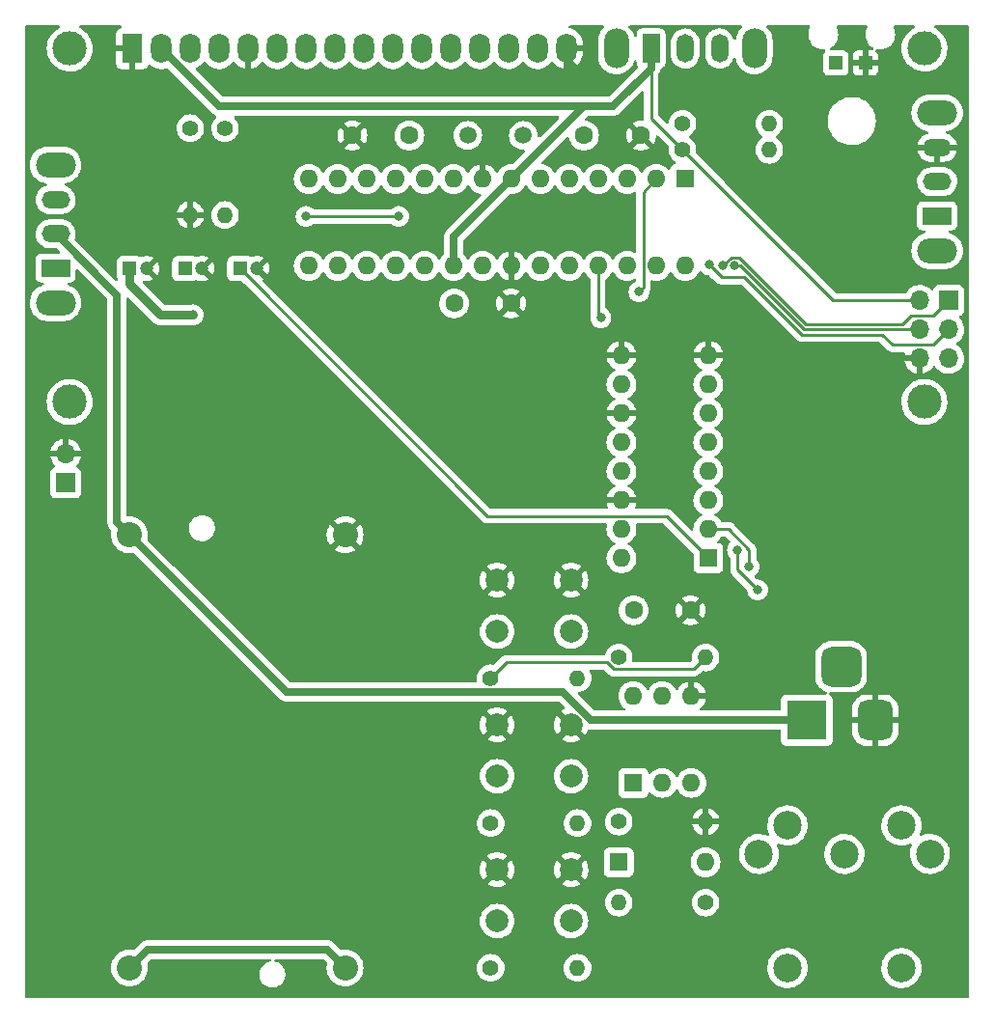
<source format=gbr>
%TF.GenerationSoftware,KiCad,Pcbnew,(6.0.7)*%
%TF.CreationDate,2022-08-13T20:07:02+02:00*%
%TF.ProjectId,SD_interrupter,53445f69-6e74-4657-9272-75707465722e,rev?*%
%TF.SameCoordinates,Original*%
%TF.FileFunction,Copper,L2,Bot*%
%TF.FilePolarity,Positive*%
%FSLAX46Y46*%
G04 Gerber Fmt 4.6, Leading zero omitted, Abs format (unit mm)*
G04 Created by KiCad (PCBNEW (6.0.7)) date 2022-08-13 20:07:02*
%MOMM*%
%LPD*%
G01*
G04 APERTURE LIST*
G04 Aperture macros list*
%AMRoundRect*
0 Rectangle with rounded corners*
0 $1 Rounding radius*
0 $2 $3 $4 $5 $6 $7 $8 $9 X,Y pos of 4 corners*
0 Add a 4 corners polygon primitive as box body*
4,1,4,$2,$3,$4,$5,$6,$7,$8,$9,$2,$3,0*
0 Add four circle primitives for the rounded corners*
1,1,$1+$1,$2,$3*
1,1,$1+$1,$4,$5*
1,1,$1+$1,$6,$7*
1,1,$1+$1,$8,$9*
0 Add four rect primitives between the rounded corners*
20,1,$1+$1,$2,$3,$4,$5,0*
20,1,$1+$1,$4,$5,$6,$7,0*
20,1,$1+$1,$6,$7,$8,$9,0*
20,1,$1+$1,$8,$9,$2,$3,0*%
G04 Aperture macros list end*
%TA.AperFunction,ComponentPad*%
%ADD10C,1.400000*%
%TD*%
%TA.AperFunction,ComponentPad*%
%ADD11O,1.400000X1.400000*%
%TD*%
%TA.AperFunction,ComponentPad*%
%ADD12C,2.205000*%
%TD*%
%TA.AperFunction,ComponentPad*%
%ADD13R,1.600000X1.600000*%
%TD*%
%TA.AperFunction,ComponentPad*%
%ADD14O,1.600000X1.600000*%
%TD*%
%TA.AperFunction,ComponentPad*%
%ADD15C,2.500000*%
%TD*%
%TA.AperFunction,ComponentPad*%
%ADD16C,2.000000*%
%TD*%
%TA.AperFunction,ComponentPad*%
%ADD17R,1.208000X1.208000*%
%TD*%
%TA.AperFunction,ComponentPad*%
%ADD18R,1.700000X1.700000*%
%TD*%
%TA.AperFunction,ComponentPad*%
%ADD19O,1.700000X1.700000*%
%TD*%
%TA.AperFunction,ComponentPad*%
%ADD20C,1.600000*%
%TD*%
%TA.AperFunction,ComponentPad*%
%ADD21R,3.500000X3.500000*%
%TD*%
%TA.AperFunction,ComponentPad*%
%ADD22RoundRect,0.750000X0.750000X1.000000X-0.750000X1.000000X-0.750000X-1.000000X0.750000X-1.000000X0*%
%TD*%
%TA.AperFunction,ComponentPad*%
%ADD23RoundRect,0.875000X0.875000X0.875000X-0.875000X0.875000X-0.875000X-0.875000X0.875000X-0.875000X0*%
%TD*%
%TA.AperFunction,ComponentPad*%
%ADD24O,2.200000X3.500000*%
%TD*%
%TA.AperFunction,ComponentPad*%
%ADD25R,1.500000X2.500000*%
%TD*%
%TA.AperFunction,ComponentPad*%
%ADD26O,1.500000X2.500000*%
%TD*%
%TA.AperFunction,ComponentPad*%
%ADD27C,1.500000*%
%TD*%
%TA.AperFunction,ComponentPad*%
%ADD28R,1.200000X1.200000*%
%TD*%
%TA.AperFunction,ComponentPad*%
%ADD29C,1.200000*%
%TD*%
%TA.AperFunction,ComponentPad*%
%ADD30O,3.500000X2.200000*%
%TD*%
%TA.AperFunction,ComponentPad*%
%ADD31R,2.500000X1.500000*%
%TD*%
%TA.AperFunction,ComponentPad*%
%ADD32O,2.500000X1.500000*%
%TD*%
%TA.AperFunction,ComponentPad*%
%ADD33C,3.000000*%
%TD*%
%TA.AperFunction,ComponentPad*%
%ADD34R,1.800000X2.600000*%
%TD*%
%TA.AperFunction,ComponentPad*%
%ADD35O,1.800000X2.600000*%
%TD*%
%TA.AperFunction,ViaPad*%
%ADD36C,0.800000*%
%TD*%
%TA.AperFunction,Conductor*%
%ADD37C,0.635000*%
%TD*%
%TA.AperFunction,Conductor*%
%ADD38C,0.762000*%
%TD*%
%TA.AperFunction,Conductor*%
%ADD39C,0.250000*%
%TD*%
%TA.AperFunction,Conductor*%
%ADD40C,0.254000*%
%TD*%
G04 APERTURE END LIST*
D10*
%TO.P,R6,1*%
%TO.N,Net-(J3-Pad4)*%
X81788000Y-102870000D03*
D11*
%TO.P,R6,2*%
%TO.N,Net-(D1-Pad1)*%
X74168000Y-102870000D03*
%TD*%
D12*
%TO.P,BT1,N*%
%TO.N,Net-(BT1-PadN)*%
X31247000Y-108585000D03*
%TO.P,BT1,P*%
%TO.N,VCC*%
X31247000Y-70615000D03*
%TD*%
D13*
%TO.P,U2,1,VCC*%
%TO.N,+3.3V*%
X82032000Y-72644000D03*
D14*
%TO.P,U2,2*%
%TO.N,Net-(J1-Pad5)*%
X82032000Y-70104000D03*
%TO.P,U2,3*%
%TO.N,/CLK*%
X82032000Y-67564000D03*
%TO.P,U2,4*%
%TO.N,Net-(J1-Pad3)*%
X82032000Y-65024000D03*
%TO.P,U2,5*%
%TO.N,/DI*%
X82032000Y-62484000D03*
%TO.P,U2,6*%
%TO.N,Net-(J1-Pad2)*%
X82032000Y-59944000D03*
%TO.P,U2,7*%
%TO.N,/CS*%
X82032000Y-57404000D03*
%TO.P,U2,8,VSS*%
%TO.N,GND*%
X82032000Y-54864000D03*
%TO.P,U2,9*%
X74412000Y-54864000D03*
%TO.P,U2,10*%
%TO.N,unconnected-(U2-Pad10)*%
X74412000Y-57404000D03*
%TO.P,U2,11*%
%TO.N,GND*%
X74412000Y-59944000D03*
%TO.P,U2,12*%
%TO.N,unconnected-(U2-Pad12)*%
X74412000Y-62484000D03*
%TO.P,U2,13*%
%TO.N,N/C*%
X74412000Y-65024000D03*
%TO.P,U2,14*%
%TO.N,GND*%
X74412000Y-67564000D03*
%TO.P,U2,15*%
%TO.N,unconnected-(U2-Pad15)*%
X74412000Y-70104000D03*
%TO.P,U2,16*%
%TO.N,N/C*%
X74412000Y-72644000D03*
%TD*%
D15*
%TO.P,J3,1*%
%TO.N,unconnected-(J3-Pad1)*%
X101480000Y-98600000D03*
%TO.P,J3,2*%
%TO.N,unconnected-(J3-Pad2)*%
X93980000Y-98600000D03*
%TO.P,J3,3*%
%TO.N,unconnected-(J3-Pad3)*%
X86480000Y-98600000D03*
%TO.P,J3,4*%
%TO.N,Net-(J3-Pad4)*%
X98980000Y-96100000D03*
%TO.P,J3,5*%
%TO.N,Net-(D1-Pad2)*%
X88980000Y-96100000D03*
%TO.P,J3,6*%
%TO.N,N/C*%
X88980000Y-108600000D03*
X98980000Y-108600000D03*
%TD*%
D16*
%TO.P,SW3,1,2*%
%TO.N,GND*%
X63500000Y-74585000D03*
X70000000Y-74585000D03*
%TO.P,SW3,2,A*%
%TO.N,/UP*%
X70000000Y-79085000D03*
X63500000Y-79085000D03*
%TD*%
D10*
%TO.P,R3,1*%
%TO.N,+5V*%
X62940000Y-95885000D03*
D11*
%TO.P,R3,2*%
%TO.N,/OK*%
X70560000Y-95885000D03*
%TD*%
D17*
%TO.P,U6,P$1,K*%
%TO.N,GND*%
X95817625Y-29210000D03*
%TO.P,U6,P$2,A*%
%TO.N,Net-(SW6-Pad2)*%
X93217625Y-29210000D03*
%TD*%
D18*
%TO.P,J5,1,Pin_1*%
%TO.N,VCC*%
X25654000Y-66040000D03*
D19*
%TO.P,J5,2,Pin_2*%
%TO.N,GND*%
X25654000Y-63500000D03*
%TD*%
D13*
%TO.P,D1,1,K*%
%TO.N,Net-(D1-Pad1)*%
X74168000Y-99319200D03*
D14*
%TO.P,D1,2,A*%
%TO.N,Net-(D1-Pad2)*%
X81788000Y-99319200D03*
%TD*%
D12*
%TO.P,BT2,N*%
%TO.N,GND*%
X50165000Y-70615000D03*
%TO.P,BT2,P*%
%TO.N,Net-(BT1-PadN)*%
X50165000Y-108585000D03*
%TD*%
D10*
%TO.P,R10,1*%
%TO.N,Net-(R10-Pad1)*%
X79756000Y-34544000D03*
D11*
%TO.P,R10,2*%
%TO.N,/OPT*%
X87376000Y-34544000D03*
%TD*%
D20*
%TO.P,C4,1*%
%TO.N,/X1*%
X71120000Y-35560000D03*
%TO.P,C4,2*%
%TO.N,GND*%
X76120000Y-35560000D03*
%TD*%
%TO.P,C10,1*%
%TO.N,+3.3V*%
X75478000Y-77216000D03*
%TO.P,C10,2*%
%TO.N,GND*%
X80478000Y-77216000D03*
%TD*%
D10*
%TO.P,R8,1*%
%TO.N,+5V*%
X79756000Y-36830000D03*
D11*
%TO.P,R8,2*%
%TO.N,/RESET*%
X87376000Y-36830000D03*
%TD*%
D21*
%TO.P,J4,1*%
%TO.N,VCC*%
X90678000Y-86868000D03*
D22*
%TO.P,J4,2*%
%TO.N,GND*%
X96678000Y-86868000D03*
D23*
%TO.P,J4,3*%
%TO.N,N/C*%
X93678000Y-82168000D03*
%TD*%
D10*
%TO.P,R1,1*%
%TO.N,+5V*%
X62940000Y-83185000D03*
D11*
%TO.P,R1,2*%
%TO.N,/UP*%
X70560000Y-83185000D03*
%TD*%
D18*
%TO.P,J2,1,MISO*%
%TO.N,/DO*%
X103124000Y-50038000D03*
D19*
%TO.P,J2,2,VCC*%
%TO.N,+5V*%
X100584000Y-50038000D03*
%TO.P,J2,3,SCK*%
%TO.N,/CLK*%
X103124000Y-52578000D03*
%TO.P,J2,4,MOSI*%
%TO.N,/DI*%
X100584000Y-52578000D03*
%TO.P,J2,5,~{RST}*%
%TO.N,/RESET*%
X103124000Y-55118000D03*
%TO.P,J2,6,GND*%
%TO.N,GND*%
X100584000Y-55118000D03*
%TD*%
D24*
%TO.P,SW1,*%
%TO.N,*%
X86060000Y-27940000D03*
X73960000Y-27940000D03*
D25*
%TO.P,SW1,1,A*%
%TO.N,+5V*%
X77010000Y-27940000D03*
D26*
%TO.P,SW1,2,B*%
%TO.N,/BL*%
X80010000Y-27940000D03*
%TO.P,SW1,3,C*%
%TO.N,unconnected-(SW1-Pad3)*%
X83010000Y-27940000D03*
%TD*%
D27*
%TO.P,Y1,1,1*%
%TO.N,/X2*%
X60920000Y-35560000D03*
%TO.P,Y1,2,2*%
%TO.N,/X1*%
X65800000Y-35560000D03*
%TD*%
D10*
%TO.P,R2,1*%
%TO.N,+5V*%
X62940000Y-108585000D03*
D11*
%TO.P,R2,2*%
%TO.N,/DN*%
X70560000Y-108585000D03*
%TD*%
D13*
%TO.P,U4,1,~{RESET}/PC6*%
%TO.N,/RESET*%
X80000000Y-39380000D03*
D14*
%TO.P,U4,2,PD0*%
%TO.N,/RX*%
X77460000Y-39380000D03*
%TO.P,U4,3,PD1*%
%TO.N,unconnected-(U4-Pad3)*%
X74920000Y-39380000D03*
%TO.P,U4,4,PD2*%
%TO.N,Net-(R10-Pad1)*%
X72380000Y-39380000D03*
%TO.P,U4,5,PD3*%
%TO.N,unconnected-(U4-Pad5)*%
X69840000Y-39380000D03*
%TO.P,U4,6,PD4*%
%TO.N,/RS*%
X67300000Y-39380000D03*
%TO.P,U4,7,VCC*%
%TO.N,+5V*%
X64760000Y-39380000D03*
%TO.P,U4,8,GND*%
%TO.N,GND*%
X62220000Y-39380000D03*
%TO.P,U4,9,XTAL1/PB6*%
%TO.N,/X1*%
X59680000Y-39380000D03*
%TO.P,U4,10,XTAL2/PB7*%
%TO.N,/X2*%
X57140000Y-39380000D03*
%TO.P,U4,11,PD5*%
%TO.N,/E*%
X54600000Y-39380000D03*
%TO.P,U4,12,PD6*%
%TO.N,/DB4*%
X52060000Y-39380000D03*
%TO.P,U4,13,PD7*%
%TO.N,/DB5*%
X49520000Y-39380000D03*
%TO.P,U4,14,PB0*%
%TO.N,/DB6*%
X46980000Y-39380000D03*
%TO.P,U4,15,PB1*%
%TO.N,/DB7*%
X46980000Y-47000000D03*
%TO.P,U4,16,PB2*%
%TO.N,/CS*%
X49520000Y-47000000D03*
%TO.P,U4,17,PB3*%
%TO.N,/DI*%
X52060000Y-47000000D03*
%TO.P,U4,18,PB4*%
%TO.N,/DO*%
X54600000Y-47000000D03*
%TO.P,U4,19,PB5*%
%TO.N,/CLK*%
X57140000Y-47000000D03*
%TO.P,U4,20,AVCC*%
%TO.N,+5V*%
X59680000Y-47000000D03*
%TO.P,U4,21,AREF*%
%TO.N,unconnected-(U4-Pad21)*%
X62220000Y-47000000D03*
%TO.P,U4,22,GND*%
%TO.N,GND*%
X64760000Y-47000000D03*
%TO.P,U4,23,PC0*%
%TO.N,/UP*%
X67300000Y-47000000D03*
%TO.P,U4,24,PC1*%
%TO.N,unconnected-(U4-Pad24)*%
X69840000Y-47000000D03*
%TO.P,U4,25,PC2*%
%TO.N,/DN*%
X72380000Y-47000000D03*
%TO.P,U4,26,PC3*%
%TO.N,/OK*%
X74920000Y-47000000D03*
%TO.P,U4,27,PC4*%
%TO.N,unconnected-(U4-Pad27)*%
X77460000Y-47000000D03*
%TO.P,U4,28,PC5*%
%TO.N,unconnected-(U4-Pad28)*%
X80000000Y-47000000D03*
%TD*%
D28*
%TO.P,C2,1*%
%TO.N,+5V*%
X36107401Y-47244000D03*
D29*
%TO.P,C2,2*%
%TO.N,GND*%
X37607401Y-47244000D03*
%TD*%
D20*
%TO.P,C7,1*%
%TO.N,+5V*%
X59730000Y-50292000D03*
%TO.P,C7,2*%
%TO.N,GND*%
X64730000Y-50292000D03*
%TD*%
D10*
%TO.P,R4,1*%
%TO.N,Net-(DS1-Pad3)*%
X39624000Y-34925000D03*
D11*
%TO.P,R4,2*%
%TO.N,+5V*%
X39624000Y-42545000D03*
%TD*%
D10*
%TO.P,R7,1*%
%TO.N,Net-(R7-Pad1)*%
X74168000Y-95768400D03*
D11*
%TO.P,R7,2*%
%TO.N,GND*%
X81788000Y-95768400D03*
%TD*%
D30*
%TO.P,SW6,*%
%TO.N,*%
X102108000Y-33574000D03*
X102108000Y-45674000D03*
D31*
%TO.P,SW6,1,A*%
%TO.N,/OPT*%
X102108000Y-42624000D03*
D32*
%TO.P,SW6,2,B*%
%TO.N,Net-(SW6-Pad2)*%
X102108000Y-39624000D03*
%TO.P,SW6,3,C*%
%TO.N,GND*%
X102108000Y-36624000D03*
%TD*%
D16*
%TO.P,SW4,1,1*%
%TO.N,GND*%
X70000000Y-99985000D03*
X63500000Y-99985000D03*
%TO.P,SW4,2,K*%
%TO.N,/DN*%
X63500000Y-104485000D03*
X70000000Y-104485000D03*
%TD*%
%TO.P,SW5,1,2*%
%TO.N,GND*%
X63500000Y-87285000D03*
X70000000Y-87285000D03*
%TO.P,SW5,2,A*%
%TO.N,/OK*%
X63500000Y-91785000D03*
X70000000Y-91785000D03*
%TD*%
D10*
%TO.P,R5,1*%
%TO.N,Net-(DS1-Pad3)*%
X36576000Y-34925000D03*
D11*
%TO.P,R5,2*%
%TO.N,GND*%
X36576000Y-42545000D03*
%TD*%
D33*
%TO.P,DS1,*%
%TO.N,*%
X100995480Y-58940700D03*
X25996900Y-27940000D03*
X25996900Y-58940700D03*
X100996000Y-27940000D03*
D34*
%TO.P,DS1,1,VSS*%
%TO.N,GND*%
X31496000Y-27940000D03*
D35*
%TO.P,DS1,2,VDD*%
%TO.N,+5V*%
X34036000Y-27940000D03*
%TO.P,DS1,3,VO*%
%TO.N,Net-(DS1-Pad3)*%
X36576000Y-27940000D03*
%TO.P,DS1,4,RS*%
%TO.N,/RS*%
X39116000Y-27940000D03*
%TO.P,DS1,5,R/W*%
%TO.N,GND*%
X41656000Y-27940000D03*
%TO.P,DS1,6,E*%
%TO.N,/E*%
X44196000Y-27940000D03*
%TO.P,DS1,7,D0*%
%TO.N,unconnected-(DS1-Pad7)*%
X46736000Y-27940000D03*
%TO.P,DS1,8,D1*%
%TO.N,unconnected-(DS1-Pad8)*%
X49276000Y-27940000D03*
%TO.P,DS1,9,D2*%
%TO.N,unconnected-(DS1-Pad9)*%
X51816000Y-27940000D03*
%TO.P,DS1,10,D3*%
%TO.N,unconnected-(DS1-Pad10)*%
X54356000Y-27940000D03*
%TO.P,DS1,11,D4*%
%TO.N,/DB4*%
X56896000Y-27940000D03*
%TO.P,DS1,12,D5*%
%TO.N,/DB5*%
X59436000Y-27940000D03*
%TO.P,DS1,13,D6*%
%TO.N,/DB6*%
X61976000Y-27940000D03*
%TO.P,DS1,14,D7*%
%TO.N,/DB7*%
X64516000Y-27940000D03*
%TO.P,DS1,15,LED(+)*%
%TO.N,/BL*%
X67056000Y-27940000D03*
%TO.P,DS1,16,LED(-)*%
%TO.N,GND*%
X69596000Y-27940000D03*
%TD*%
D10*
%TO.P,R9,1*%
%TO.N,/RX*%
X74168000Y-81366800D03*
D11*
%TO.P,R9,2*%
%TO.N,+5V*%
X81788000Y-81366800D03*
%TD*%
D20*
%TO.P,C5,1*%
%TO.N,/X2*%
X55800000Y-35560000D03*
%TO.P,C5,2*%
%TO.N,GND*%
X50800000Y-35560000D03*
%TD*%
D30*
%TO.P,SW2,*%
%TO.N,*%
X24765000Y-38146000D03*
X24765000Y-50246000D03*
D31*
%TO.P,SW2,1,A*%
%TO.N,Net-(C1-Pad1)*%
X24765000Y-47196000D03*
D32*
%TO.P,SW2,2,B*%
%TO.N,VCC*%
X24765000Y-44196000D03*
%TO.P,SW2,3,C*%
%TO.N,unconnected-(SW2-Pad3)*%
X24765000Y-41196000D03*
%TD*%
D28*
%TO.P,C3,1*%
%TO.N,+3.3V*%
X40933401Y-47244000D03*
D29*
%TO.P,C3,2*%
%TO.N,GND*%
X42433401Y-47244000D03*
%TD*%
D28*
%TO.P,C1,1*%
%TO.N,Net-(C1-Pad1)*%
X31242000Y-47244000D03*
D29*
%TO.P,C1,2*%
%TO.N,GND*%
X32742000Y-47244000D03*
%TD*%
D13*
%TO.P,U5,1*%
%TO.N,Net-(D1-Pad1)*%
X75453000Y-92367600D03*
D14*
%TO.P,U5,2*%
%TO.N,Net-(D1-Pad2)*%
X77993000Y-92367600D03*
%TO.P,U5,3,NC*%
%TO.N,unconnected-(U5-Pad3)*%
X80533000Y-92367600D03*
%TO.P,U5,4*%
%TO.N,GND*%
X80533000Y-84747600D03*
%TO.P,U5,5*%
%TO.N,/RX*%
X77993000Y-84747600D03*
%TO.P,U5,6*%
%TO.N,Net-(R7-Pad1)*%
X75453000Y-84747600D03*
%TD*%
D36*
%TO.N,GND*%
X72390000Y-31750000D03*
%TO.N,Net-(C1-Pad1)*%
X36830000Y-51308000D03*
%TO.N,/RS*%
X54864000Y-42672000D03*
X46736000Y-42672000D03*
%TO.N,Net-(J1-Pad5)*%
X85598000Y-73406000D03*
%TO.N,/DO*%
X86360000Y-75438000D03*
X84582000Y-71919500D03*
X83312000Y-46990000D03*
%TO.N,/CLK*%
X82097598Y-46922974D03*
%TO.N,/DI*%
X84328000Y-46990000D03*
%TO.N,/DN*%
X72608500Y-51562000D03*
%TO.N,/RX*%
X75946000Y-49276000D03*
%TD*%
D37*
%TO.N,Net-(BT1-PadN)*%
X32850685Y-106981315D02*
X48561315Y-106981315D01*
X31247000Y-108585000D02*
X32850685Y-106981315D01*
X48561315Y-106981315D02*
X50165000Y-108585000D01*
%TO.N,VCC*%
X30144500Y-69512500D02*
X30144500Y-49575500D01*
X71729070Y-86868000D02*
X69263570Y-84402500D01*
X90678000Y-86868000D02*
X71729070Y-86868000D01*
X31247000Y-70615000D02*
X30144500Y-69512500D01*
X30144500Y-49575500D02*
X24765000Y-44196000D01*
X45034500Y-84402500D02*
X31247000Y-70615000D01*
X69263570Y-84402500D02*
X45034500Y-84402500D01*
%TO.N,GND*%
X69596000Y-28956000D02*
X72390000Y-31750000D01*
X69596000Y-27940000D02*
X69596000Y-28956000D01*
D38*
%TO.N,Net-(C1-Pad1)*%
X33944000Y-51308000D02*
X31242000Y-48606000D01*
X31242000Y-48606000D02*
X31242000Y-47244000D01*
X36830000Y-51308000D02*
X33944000Y-51308000D01*
D37*
%TO.N,+5V*%
X59680000Y-47000000D02*
X59680000Y-44460000D01*
D39*
X83566000Y-40640000D02*
X92964000Y-50038000D01*
D40*
X62940000Y-83185000D02*
X64332802Y-81792198D01*
X79756000Y-36830000D02*
X83566000Y-40640000D01*
D37*
X34036000Y-27940000D02*
X39116000Y-33020000D01*
X59680000Y-44460000D02*
X64760000Y-39380000D01*
D40*
X79756000Y-36830000D02*
X77010000Y-34084000D01*
D37*
X39116000Y-33020000D02*
X71120000Y-33020000D01*
D40*
X64332802Y-81792198D02*
X73141000Y-81792198D01*
D37*
X77010000Y-29670000D02*
X77010000Y-27940000D01*
X64760000Y-39380000D02*
X71120000Y-33020000D01*
D40*
X73742602Y-82393800D02*
X80761000Y-82393800D01*
X81788000Y-81366800D02*
X81540981Y-81366800D01*
D39*
X92964000Y-50038000D02*
X100584000Y-50038000D01*
D40*
X77010000Y-34084000D02*
X77010000Y-27940000D01*
X73141000Y-81792198D02*
X73742602Y-82393800D01*
D37*
X73660000Y-33020000D02*
X77010000Y-29670000D01*
X71120000Y-33020000D02*
X73660000Y-33020000D01*
D40*
X80761000Y-82393800D02*
X81788000Y-81366800D01*
%TO.N,+3.3V*%
X62661272Y-68971871D02*
X40933401Y-47244000D01*
X78359871Y-68971871D02*
X62661272Y-68971871D01*
X82032000Y-72644000D02*
X78359871Y-68971871D01*
%TO.N,/RS*%
X46736000Y-42672000D02*
X54864000Y-42672000D01*
D39*
%TO.N,Net-(J1-Pad5)*%
X82032000Y-70104000D02*
X83791805Y-70104000D01*
X83791805Y-70104000D02*
X85598000Y-71910195D01*
X85598000Y-71910195D02*
X85598000Y-73406000D01*
D40*
%TO.N,/DO*%
X83312000Y-46990000D02*
X83312000Y-46736000D01*
D39*
X84747396Y-46265000D02*
X90610396Y-52128000D01*
X83312000Y-46980695D02*
X84027695Y-46265000D01*
X99060000Y-52128000D02*
X99785000Y-51403000D01*
X90610396Y-52128000D02*
X99060000Y-52128000D01*
X83312000Y-46990000D02*
X83312000Y-46980695D01*
X101759000Y-51403000D02*
X103124000Y-50038000D01*
X84582000Y-73660000D02*
X86360000Y-75438000D01*
X84027695Y-46265000D02*
X84747396Y-46265000D01*
X99785000Y-51403000D02*
X101759000Y-51403000D01*
X84582000Y-71919500D02*
X84582000Y-73660000D01*
%TO.N,/CLK*%
X82097598Y-46922974D02*
X83180624Y-48006000D01*
X97282000Y-53028000D02*
X98197000Y-53943000D01*
X83180624Y-48006000D02*
X85206000Y-48006000D01*
X101759000Y-53943000D02*
X103124000Y-52578000D01*
X90228000Y-53028000D02*
X97282000Y-53028000D01*
X85206000Y-48006000D02*
X90228000Y-53028000D01*
X98197000Y-53943000D02*
X101759000Y-53943000D01*
%TO.N,/DI*%
X84836000Y-46990000D02*
X84328000Y-46990000D01*
X90424000Y-52578000D02*
X84836000Y-46990000D01*
X90424000Y-52578000D02*
X100584000Y-52578000D01*
D40*
%TO.N,/DN*%
X72380000Y-51333500D02*
X72608500Y-51562000D01*
X72380000Y-47000000D02*
X72380000Y-51333500D01*
%TO.N,/RX*%
X76333000Y-40507000D02*
X77460000Y-39380000D01*
X76333000Y-48889000D02*
X76333000Y-40507000D01*
X75946000Y-49276000D02*
X76333000Y-48889000D01*
%TD*%
%TA.AperFunction,Conductor*%
%TO.N,GND*%
G36*
X25093442Y-25928502D02*
G01*
X25139935Y-25982158D01*
X25150039Y-26052432D01*
X25120545Y-26117012D01*
X25083538Y-26145973D01*
X25082930Y-26146232D01*
X24965436Y-26216550D01*
X24851625Y-26284664D01*
X24851621Y-26284667D01*
X24847943Y-26286868D01*
X24634218Y-26458094D01*
X24445708Y-26656742D01*
X24285902Y-26879136D01*
X24157757Y-27121161D01*
X24156285Y-27125184D01*
X24156283Y-27125188D01*
X24073363Y-27351775D01*
X24063643Y-27378337D01*
X24005304Y-27645907D01*
X24004968Y-27650177D01*
X23989685Y-27844366D01*
X23983817Y-27918918D01*
X23999582Y-28192320D01*
X24000407Y-28196525D01*
X24000408Y-28196533D01*
X24010882Y-28249919D01*
X24052305Y-28461053D01*
X24053692Y-28465103D01*
X24053693Y-28465108D01*
X24138611Y-28713132D01*
X24141012Y-28720144D01*
X24142939Y-28723975D01*
X24261161Y-28959034D01*
X24264060Y-28964799D01*
X24266486Y-28968328D01*
X24266489Y-28968334D01*
X24416743Y-29186953D01*
X24419174Y-29190490D01*
X24422061Y-29193663D01*
X24422062Y-29193664D01*
X24585729Y-29373533D01*
X24603482Y-29393043D01*
X24606777Y-29395798D01*
X24606778Y-29395799D01*
X24651282Y-29433010D01*
X24813575Y-29568707D01*
X24817216Y-29570991D01*
X25041924Y-29711951D01*
X25041928Y-29711953D01*
X25045564Y-29714234D01*
X25119530Y-29747631D01*
X25291245Y-29825164D01*
X25291249Y-29825166D01*
X25295157Y-29826930D01*
X25358293Y-29845632D01*
X25553623Y-29903491D01*
X25553627Y-29903492D01*
X25557736Y-29904709D01*
X25561970Y-29905357D01*
X25561975Y-29905358D01*
X25824198Y-29945483D01*
X25824200Y-29945483D01*
X25828440Y-29946132D01*
X25967812Y-29948322D01*
X26097971Y-29950367D01*
X26097977Y-29950367D01*
X26102262Y-29950434D01*
X26374135Y-29917534D01*
X26639027Y-29848041D01*
X26642987Y-29846401D01*
X26642992Y-29846399D01*
X26780632Y-29789386D01*
X26892036Y-29743241D01*
X27067659Y-29640615D01*
X27124779Y-29607237D01*
X27124780Y-29607236D01*
X27128482Y-29605073D01*
X27343989Y-29436094D01*
X27358575Y-29421043D01*
X27490730Y-29284669D01*
X30088001Y-29284669D01*
X30088371Y-29291490D01*
X30093895Y-29342352D01*
X30097521Y-29357604D01*
X30142676Y-29478054D01*
X30151214Y-29493649D01*
X30227715Y-29595724D01*
X30240276Y-29608285D01*
X30342351Y-29684786D01*
X30357946Y-29693324D01*
X30478394Y-29738478D01*
X30493649Y-29742105D01*
X30544514Y-29747631D01*
X30551328Y-29748000D01*
X31223885Y-29748000D01*
X31239124Y-29743525D01*
X31240329Y-29742135D01*
X31242000Y-29734452D01*
X31242000Y-28212115D01*
X31237525Y-28196876D01*
X31236135Y-28195671D01*
X31228452Y-28194000D01*
X30106116Y-28194000D01*
X30090877Y-28198475D01*
X30089672Y-28199865D01*
X30088001Y-28207548D01*
X30088001Y-29284669D01*
X27490730Y-29284669D01*
X27531586Y-29242509D01*
X27534569Y-29239431D01*
X27537102Y-29235983D01*
X27537106Y-29235978D01*
X27694157Y-29022178D01*
X27696695Y-29018723D01*
X27724054Y-28968334D01*
X27825318Y-28781830D01*
X27825319Y-28781828D01*
X27827368Y-28778054D01*
X27911854Y-28554469D01*
X27922651Y-28525895D01*
X27922652Y-28525891D01*
X27924169Y-28521877D01*
X27961405Y-28359295D01*
X27984349Y-28259117D01*
X27984350Y-28259113D01*
X27985307Y-28254933D01*
X27985755Y-28249919D01*
X28009431Y-27984627D01*
X28009431Y-27984625D01*
X28009651Y-27982161D01*
X28010093Y-27940000D01*
X28007688Y-27904722D01*
X27991759Y-27671055D01*
X27991758Y-27671049D01*
X27991467Y-27666778D01*
X27935932Y-27398612D01*
X27844517Y-27140465D01*
X27718913Y-26897112D01*
X27708940Y-26882921D01*
X27563908Y-26676562D01*
X27561445Y-26673057D01*
X27467802Y-26572285D01*
X27377946Y-26475588D01*
X27377943Y-26475585D01*
X27375025Y-26472445D01*
X27371710Y-26469731D01*
X27371706Y-26469728D01*
X27201550Y-26330457D01*
X27163105Y-26298990D01*
X26971378Y-26181500D01*
X26933266Y-26158145D01*
X26933265Y-26158145D01*
X26929604Y-26155901D01*
X26921816Y-26152482D01*
X26915872Y-26149873D01*
X26861536Y-26104177D01*
X26840532Y-26036359D01*
X26859527Y-25967950D01*
X26912491Y-25920671D01*
X26966518Y-25908500D01*
X30404928Y-25908500D01*
X30473049Y-25928502D01*
X30519542Y-25982158D01*
X30529646Y-26052432D01*
X30500152Y-26117012D01*
X30449158Y-26152482D01*
X30357946Y-26186676D01*
X30342351Y-26195214D01*
X30240276Y-26271715D01*
X30227715Y-26284276D01*
X30151214Y-26386351D01*
X30142676Y-26401946D01*
X30097522Y-26522394D01*
X30093895Y-26537649D01*
X30088369Y-26588514D01*
X30088000Y-26595328D01*
X30088000Y-27667885D01*
X30092475Y-27683124D01*
X30093865Y-27684329D01*
X30101548Y-27686000D01*
X31624000Y-27686000D01*
X31692121Y-27706002D01*
X31738614Y-27759658D01*
X31750000Y-27812000D01*
X31750000Y-29729884D01*
X31754475Y-29745123D01*
X31755865Y-29746328D01*
X31763548Y-29747999D01*
X32440669Y-29747999D01*
X32447490Y-29747629D01*
X32498352Y-29742105D01*
X32513604Y-29738479D01*
X32634054Y-29693324D01*
X32649649Y-29684786D01*
X32751724Y-29608285D01*
X32764285Y-29595724D01*
X32840786Y-29493649D01*
X32849324Y-29478054D01*
X32870697Y-29421043D01*
X32913339Y-29364278D01*
X32979901Y-29339579D01*
X33049250Y-29354787D01*
X33079848Y-29378301D01*
X33095640Y-29394856D01*
X33095652Y-29394866D01*
X33099326Y-29398718D01*
X33103603Y-29401901D01*
X33103604Y-29401901D01*
X33129332Y-29421043D01*
X33291100Y-29541402D01*
X33295851Y-29543818D01*
X33295855Y-29543820D01*
X33499414Y-29647314D01*
X33504172Y-29649733D01*
X33617061Y-29684786D01*
X33727349Y-29719032D01*
X33727355Y-29719033D01*
X33732452Y-29720616D01*
X33836842Y-29734452D01*
X33964127Y-29751323D01*
X33964131Y-29751323D01*
X33969411Y-29752023D01*
X33974740Y-29751823D01*
X33974741Y-29751823D01*
X34086445Y-29747629D01*
X34208274Y-29743055D01*
X34308126Y-29722104D01*
X34436984Y-29695067D01*
X34436987Y-29695066D01*
X34442211Y-29693970D01*
X34494070Y-29673490D01*
X34564776Y-29667072D01*
X34629446Y-29701587D01*
X38503615Y-33575755D01*
X38510758Y-33583522D01*
X38543015Y-33621693D01*
X38548439Y-33625840D01*
X38548440Y-33625841D01*
X38605059Y-33669130D01*
X38607462Y-33671013D01*
X38668351Y-33719969D01*
X38674469Y-33723006D01*
X38676485Y-33724295D01*
X38676954Y-33724623D01*
X38677607Y-33725030D01*
X38678102Y-33725302D01*
X38680161Y-33726549D01*
X38685586Y-33730697D01*
X38691773Y-33733582D01*
X38756359Y-33763699D01*
X38759130Y-33765033D01*
X38813316Y-33791931D01*
X38865438Y-33840135D01*
X38883225Y-33908867D01*
X38861029Y-33976305D01*
X38843786Y-33995261D01*
X38844224Y-33995699D01*
X38694699Y-34145224D01*
X38573411Y-34318442D01*
X38571090Y-34323420D01*
X38571088Y-34323423D01*
X38495411Y-34485713D01*
X38484044Y-34510090D01*
X38429314Y-34714345D01*
X38410884Y-34925000D01*
X38429314Y-35135655D01*
X38430738Y-35140968D01*
X38430738Y-35140970D01*
X38480765Y-35327671D01*
X38484044Y-35339910D01*
X38486366Y-35344891D01*
X38486367Y-35344892D01*
X38530088Y-35438651D01*
X38573411Y-35531558D01*
X38694699Y-35704776D01*
X38844224Y-35854301D01*
X39017442Y-35975589D01*
X39022420Y-35977910D01*
X39022423Y-35977912D01*
X39099928Y-36014053D01*
X39209090Y-36064956D01*
X39214398Y-36066378D01*
X39214400Y-36066379D01*
X39408030Y-36118262D01*
X39408032Y-36118262D01*
X39413345Y-36119686D01*
X39624000Y-36138116D01*
X39834655Y-36119686D01*
X39839968Y-36118262D01*
X39839970Y-36118262D01*
X40033600Y-36066379D01*
X40033602Y-36066378D01*
X40038910Y-36064956D01*
X40148072Y-36014053D01*
X40225577Y-35977912D01*
X40225580Y-35977910D01*
X40230558Y-35975589D01*
X40403776Y-35854301D01*
X40553301Y-35704776D01*
X40650840Y-35565475D01*
X49487483Y-35565475D01*
X49506472Y-35782519D01*
X49508375Y-35793312D01*
X49564764Y-36003761D01*
X49568510Y-36014053D01*
X49660586Y-36211511D01*
X49666069Y-36221006D01*
X49702509Y-36273048D01*
X49712988Y-36281424D01*
X49726434Y-36274356D01*
X50427978Y-35572812D01*
X50434356Y-35561132D01*
X51164408Y-35561132D01*
X51164539Y-35562965D01*
X51168790Y-35569580D01*
X51874287Y-36275077D01*
X51886062Y-36281507D01*
X51898077Y-36272211D01*
X51933931Y-36221006D01*
X51939414Y-36211511D01*
X52031490Y-36014053D01*
X52035236Y-36003761D01*
X52091625Y-35793312D01*
X52093528Y-35782519D01*
X52112517Y-35565475D01*
X52112517Y-35560000D01*
X54486502Y-35560000D01*
X54506457Y-35788087D01*
X54507881Y-35793400D01*
X54507881Y-35793402D01*
X54558431Y-35982054D01*
X54565716Y-36009243D01*
X54568039Y-36014224D01*
X54568039Y-36014225D01*
X54660151Y-36211762D01*
X54660154Y-36211767D01*
X54662477Y-36216749D01*
X54701312Y-36272211D01*
X54773941Y-36375935D01*
X54793802Y-36404300D01*
X54955700Y-36566198D01*
X54960208Y-36569355D01*
X54960211Y-36569357D01*
X55024011Y-36614030D01*
X55143251Y-36697523D01*
X55148233Y-36699846D01*
X55148238Y-36699849D01*
X55344765Y-36791490D01*
X55350757Y-36794284D01*
X55356065Y-36795706D01*
X55356067Y-36795707D01*
X55566598Y-36852119D01*
X55566600Y-36852119D01*
X55571913Y-36853543D01*
X55800000Y-36873498D01*
X56028087Y-36853543D01*
X56033400Y-36852119D01*
X56033402Y-36852119D01*
X56243933Y-36795707D01*
X56243935Y-36795706D01*
X56249243Y-36794284D01*
X56255235Y-36791490D01*
X56451762Y-36699849D01*
X56451767Y-36699846D01*
X56456749Y-36697523D01*
X56575989Y-36614030D01*
X56639789Y-36569357D01*
X56639792Y-36569355D01*
X56644300Y-36566198D01*
X56806198Y-36404300D01*
X56826060Y-36375935D01*
X56898688Y-36272211D01*
X56937523Y-36216749D01*
X56939846Y-36211767D01*
X56939849Y-36211762D01*
X57031961Y-36014225D01*
X57031961Y-36014224D01*
X57034284Y-36009243D01*
X57041570Y-35982054D01*
X57092119Y-35793402D01*
X57092119Y-35793400D01*
X57093543Y-35788087D01*
X57113498Y-35560000D01*
X59656693Y-35560000D01*
X59675885Y-35779371D01*
X59732880Y-35992076D01*
X59825944Y-36191653D01*
X59829100Y-36196160D01*
X59829101Y-36196162D01*
X59947950Y-36365895D01*
X59952251Y-36372038D01*
X60107962Y-36527749D01*
X60112471Y-36530906D01*
X60112473Y-36530908D01*
X60167384Y-36569357D01*
X60288346Y-36654056D01*
X60487924Y-36747120D01*
X60700629Y-36804115D01*
X60920000Y-36823307D01*
X61139371Y-36804115D01*
X61352076Y-36747120D01*
X61551654Y-36654056D01*
X61672616Y-36569357D01*
X61727527Y-36530908D01*
X61727529Y-36530906D01*
X61732038Y-36527749D01*
X61887749Y-36372038D01*
X61892051Y-36365895D01*
X62010899Y-36196162D01*
X62010900Y-36196160D01*
X62014056Y-36191653D01*
X62107120Y-35992076D01*
X62164115Y-35779371D01*
X62183307Y-35560000D01*
X62164115Y-35340629D01*
X62107120Y-35127924D01*
X62025832Y-34953600D01*
X62016382Y-34933334D01*
X62016379Y-34933329D01*
X62014056Y-34928347D01*
X62007879Y-34919525D01*
X61890908Y-34752473D01*
X61890906Y-34752470D01*
X61887749Y-34747962D01*
X61732038Y-34592251D01*
X61678212Y-34554561D01*
X61632247Y-34522376D01*
X61551654Y-34465944D01*
X61352076Y-34372880D01*
X61139371Y-34315885D01*
X60920000Y-34296693D01*
X60700629Y-34315885D01*
X60487924Y-34372880D01*
X60394562Y-34416415D01*
X60293334Y-34463618D01*
X60293329Y-34463621D01*
X60288347Y-34465944D01*
X60283840Y-34469100D01*
X60283838Y-34469101D01*
X60112473Y-34589092D01*
X60112470Y-34589094D01*
X60107962Y-34592251D01*
X59952251Y-34747962D01*
X59949094Y-34752470D01*
X59949092Y-34752473D01*
X59832121Y-34919525D01*
X59825944Y-34928347D01*
X59823621Y-34933329D01*
X59823618Y-34933334D01*
X59814168Y-34953600D01*
X59732880Y-35127924D01*
X59675885Y-35340629D01*
X59656693Y-35560000D01*
X57113498Y-35560000D01*
X57093543Y-35331913D01*
X57087989Y-35311186D01*
X57035707Y-35116067D01*
X57035706Y-35116065D01*
X57034284Y-35110757D01*
X57031961Y-35105775D01*
X56939849Y-34908238D01*
X56939846Y-34908233D01*
X56937523Y-34903251D01*
X56828788Y-34747962D01*
X56809357Y-34720211D01*
X56809355Y-34720208D01*
X56806198Y-34715700D01*
X56644300Y-34553802D01*
X56639792Y-34550645D01*
X56639789Y-34550643D01*
X56547059Y-34485713D01*
X56456749Y-34422477D01*
X56451767Y-34420154D01*
X56451762Y-34420151D01*
X56254225Y-34328039D01*
X56254224Y-34328039D01*
X56249243Y-34325716D01*
X56243935Y-34324294D01*
X56243933Y-34324293D01*
X56033402Y-34267881D01*
X56033400Y-34267881D01*
X56028087Y-34266457D01*
X55800000Y-34246502D01*
X55571913Y-34266457D01*
X55566600Y-34267881D01*
X55566598Y-34267881D01*
X55356067Y-34324293D01*
X55356065Y-34324294D01*
X55350757Y-34325716D01*
X55345776Y-34328039D01*
X55345775Y-34328039D01*
X55148238Y-34420151D01*
X55148233Y-34420154D01*
X55143251Y-34422477D01*
X55052941Y-34485713D01*
X54960211Y-34550643D01*
X54960208Y-34550645D01*
X54955700Y-34553802D01*
X54793802Y-34715700D01*
X54790645Y-34720208D01*
X54790643Y-34720211D01*
X54771212Y-34747962D01*
X54662477Y-34903251D01*
X54660154Y-34908233D01*
X54660151Y-34908238D01*
X54568039Y-35105775D01*
X54565716Y-35110757D01*
X54564294Y-35116065D01*
X54564293Y-35116067D01*
X54512011Y-35311186D01*
X54506457Y-35331913D01*
X54486502Y-35560000D01*
X52112517Y-35560000D01*
X52112517Y-35554525D01*
X52093528Y-35337481D01*
X52091625Y-35326688D01*
X52035236Y-35116239D01*
X52031490Y-35105947D01*
X51939414Y-34908489D01*
X51933931Y-34898994D01*
X51897491Y-34846952D01*
X51887012Y-34838576D01*
X51873566Y-34845644D01*
X51172022Y-35547188D01*
X51164408Y-35561132D01*
X50434356Y-35561132D01*
X50435592Y-35558868D01*
X50435461Y-35557035D01*
X50431210Y-35550420D01*
X49725713Y-34844923D01*
X49713938Y-34838493D01*
X49701923Y-34847789D01*
X49666069Y-34898994D01*
X49660586Y-34908489D01*
X49568510Y-35105947D01*
X49564764Y-35116239D01*
X49508375Y-35326688D01*
X49506472Y-35337481D01*
X49487483Y-35554525D01*
X49487483Y-35565475D01*
X40650840Y-35565475D01*
X40674589Y-35531558D01*
X40717913Y-35438651D01*
X40761633Y-35344892D01*
X40761634Y-35344891D01*
X40763956Y-35339910D01*
X40767236Y-35327671D01*
X40817262Y-35140970D01*
X40817262Y-35140968D01*
X40818686Y-35135655D01*
X40837116Y-34925000D01*
X40818686Y-34714345D01*
X40763956Y-34510090D01*
X40752589Y-34485713D01*
X40746655Y-34472988D01*
X50078576Y-34472988D01*
X50085644Y-34486434D01*
X50787188Y-35187978D01*
X50801132Y-35195592D01*
X50802965Y-35195461D01*
X50809580Y-35191210D01*
X51515077Y-34485713D01*
X51521507Y-34473938D01*
X51512211Y-34461923D01*
X51461006Y-34426069D01*
X51451511Y-34420586D01*
X51254053Y-34328510D01*
X51243761Y-34324764D01*
X51033312Y-34268375D01*
X51022519Y-34266472D01*
X50805475Y-34247483D01*
X50794525Y-34247483D01*
X50577481Y-34266472D01*
X50566688Y-34268375D01*
X50356239Y-34324764D01*
X50345947Y-34328510D01*
X50148489Y-34420586D01*
X50138994Y-34426069D01*
X50086952Y-34462509D01*
X50078576Y-34472988D01*
X40746655Y-34472988D01*
X40676912Y-34323423D01*
X40676910Y-34323420D01*
X40674589Y-34318442D01*
X40553301Y-34145224D01*
X40469172Y-34061095D01*
X40435146Y-33998783D01*
X40440211Y-33927968D01*
X40482758Y-33871132D01*
X40549278Y-33846321D01*
X40558267Y-33846000D01*
X68821669Y-33846000D01*
X68889790Y-33866002D01*
X68936283Y-33919658D01*
X68946387Y-33989932D01*
X68916893Y-34054512D01*
X68910764Y-34061095D01*
X67274677Y-35697182D01*
X67212365Y-35731208D01*
X67141550Y-35726143D01*
X67084714Y-35683596D01*
X67059903Y-35617076D01*
X67060061Y-35597107D01*
X67062828Y-35565477D01*
X67062828Y-35565475D01*
X67063307Y-35560000D01*
X67044115Y-35340629D01*
X66987120Y-35127924D01*
X66905832Y-34953600D01*
X66896382Y-34933334D01*
X66896379Y-34933329D01*
X66894056Y-34928347D01*
X66887879Y-34919525D01*
X66770908Y-34752473D01*
X66770906Y-34752470D01*
X66767749Y-34747962D01*
X66612038Y-34592251D01*
X66558212Y-34554561D01*
X66512247Y-34522376D01*
X66431654Y-34465944D01*
X66232076Y-34372880D01*
X66019371Y-34315885D01*
X65800000Y-34296693D01*
X65580629Y-34315885D01*
X65367924Y-34372880D01*
X65274562Y-34416415D01*
X65173334Y-34463618D01*
X65173329Y-34463621D01*
X65168347Y-34465944D01*
X65163840Y-34469100D01*
X65163838Y-34469101D01*
X64992473Y-34589092D01*
X64992470Y-34589094D01*
X64987962Y-34592251D01*
X64832251Y-34747962D01*
X64829094Y-34752470D01*
X64829092Y-34752473D01*
X64712121Y-34919525D01*
X64705944Y-34928347D01*
X64703621Y-34933329D01*
X64703618Y-34933334D01*
X64694168Y-34953600D01*
X64612880Y-35127924D01*
X64555885Y-35340629D01*
X64536693Y-35560000D01*
X64555885Y-35779371D01*
X64612880Y-35992076D01*
X64705944Y-36191653D01*
X64709100Y-36196160D01*
X64709101Y-36196162D01*
X64827950Y-36365895D01*
X64832251Y-36372038D01*
X64987962Y-36527749D01*
X64992471Y-36530906D01*
X64992473Y-36530908D01*
X65047384Y-36569357D01*
X65168346Y-36654056D01*
X65367924Y-36747120D01*
X65580629Y-36804115D01*
X65800000Y-36823307D01*
X65805475Y-36822828D01*
X65805477Y-36822828D01*
X65837108Y-36820061D01*
X65906713Y-36834051D01*
X65957704Y-36883451D01*
X65973894Y-36952577D01*
X65950141Y-37019482D01*
X65937188Y-37034672D01*
X64935211Y-38036649D01*
X64872899Y-38070675D01*
X64835135Y-38073075D01*
X64765476Y-38066981D01*
X64765475Y-38066981D01*
X64760000Y-38066502D01*
X64531913Y-38086457D01*
X64526600Y-38087881D01*
X64526598Y-38087881D01*
X64316067Y-38144293D01*
X64316065Y-38144294D01*
X64310757Y-38145716D01*
X64305776Y-38148039D01*
X64305775Y-38148039D01*
X64108238Y-38240151D01*
X64108233Y-38240154D01*
X64103251Y-38242477D01*
X63998389Y-38315902D01*
X63920211Y-38370643D01*
X63920208Y-38370645D01*
X63915700Y-38373802D01*
X63753802Y-38535700D01*
X63622477Y-38723251D01*
X63620154Y-38728233D01*
X63620151Y-38728238D01*
X63603919Y-38763049D01*
X63557002Y-38816334D01*
X63488725Y-38835795D01*
X63420765Y-38815253D01*
X63375529Y-38763049D01*
X63359414Y-38728489D01*
X63353931Y-38718993D01*
X63228972Y-38540533D01*
X63221916Y-38532125D01*
X63067875Y-38378084D01*
X63059467Y-38371028D01*
X62881007Y-38246069D01*
X62871511Y-38240586D01*
X62674053Y-38148510D01*
X62663761Y-38144764D01*
X62491497Y-38098606D01*
X62477401Y-38098942D01*
X62474000Y-38106884D01*
X62474000Y-39508000D01*
X62453998Y-39576121D01*
X62400342Y-39622614D01*
X62348000Y-39634000D01*
X62092000Y-39634000D01*
X62023879Y-39613998D01*
X61977386Y-39560342D01*
X61966000Y-39508000D01*
X61966000Y-38112033D01*
X61962027Y-38098502D01*
X61953478Y-38097273D01*
X61776239Y-38144764D01*
X61765947Y-38148510D01*
X61568489Y-38240586D01*
X61558993Y-38246069D01*
X61380533Y-38371028D01*
X61372125Y-38378084D01*
X61218084Y-38532125D01*
X61211028Y-38540533D01*
X61086069Y-38718993D01*
X61080586Y-38728489D01*
X61064471Y-38763049D01*
X61017554Y-38816334D01*
X60949277Y-38835795D01*
X60881317Y-38815253D01*
X60836081Y-38763049D01*
X60819849Y-38728238D01*
X60819846Y-38728233D01*
X60817523Y-38723251D01*
X60686198Y-38535700D01*
X60524300Y-38373802D01*
X60519792Y-38370645D01*
X60519789Y-38370643D01*
X60441611Y-38315902D01*
X60336749Y-38242477D01*
X60331767Y-38240154D01*
X60331762Y-38240151D01*
X60134225Y-38148039D01*
X60134224Y-38148039D01*
X60129243Y-38145716D01*
X60123935Y-38144294D01*
X60123933Y-38144293D01*
X59913402Y-38087881D01*
X59913400Y-38087881D01*
X59908087Y-38086457D01*
X59680000Y-38066502D01*
X59451913Y-38086457D01*
X59446600Y-38087881D01*
X59446598Y-38087881D01*
X59236067Y-38144293D01*
X59236065Y-38144294D01*
X59230757Y-38145716D01*
X59225776Y-38148039D01*
X59225775Y-38148039D01*
X59028238Y-38240151D01*
X59028233Y-38240154D01*
X59023251Y-38242477D01*
X58918389Y-38315902D01*
X58840211Y-38370643D01*
X58840208Y-38370645D01*
X58835700Y-38373802D01*
X58673802Y-38535700D01*
X58542477Y-38723251D01*
X58540154Y-38728233D01*
X58540151Y-38728238D01*
X58524195Y-38762457D01*
X58477278Y-38815742D01*
X58409001Y-38835203D01*
X58341041Y-38814661D01*
X58295805Y-38762457D01*
X58279849Y-38728238D01*
X58279846Y-38728233D01*
X58277523Y-38723251D01*
X58146198Y-38535700D01*
X57984300Y-38373802D01*
X57979792Y-38370645D01*
X57979789Y-38370643D01*
X57901611Y-38315902D01*
X57796749Y-38242477D01*
X57791767Y-38240154D01*
X57791762Y-38240151D01*
X57594225Y-38148039D01*
X57594224Y-38148039D01*
X57589243Y-38145716D01*
X57583935Y-38144294D01*
X57583933Y-38144293D01*
X57373402Y-38087881D01*
X57373400Y-38087881D01*
X57368087Y-38086457D01*
X57140000Y-38066502D01*
X56911913Y-38086457D01*
X56906600Y-38087881D01*
X56906598Y-38087881D01*
X56696067Y-38144293D01*
X56696065Y-38144294D01*
X56690757Y-38145716D01*
X56685776Y-38148039D01*
X56685775Y-38148039D01*
X56488238Y-38240151D01*
X56488233Y-38240154D01*
X56483251Y-38242477D01*
X56378389Y-38315902D01*
X56300211Y-38370643D01*
X56300208Y-38370645D01*
X56295700Y-38373802D01*
X56133802Y-38535700D01*
X56002477Y-38723251D01*
X56000154Y-38728233D01*
X56000151Y-38728238D01*
X55984195Y-38762457D01*
X55937278Y-38815742D01*
X55869001Y-38835203D01*
X55801041Y-38814661D01*
X55755805Y-38762457D01*
X55739849Y-38728238D01*
X55739846Y-38728233D01*
X55737523Y-38723251D01*
X55606198Y-38535700D01*
X55444300Y-38373802D01*
X55439792Y-38370645D01*
X55439789Y-38370643D01*
X55361611Y-38315902D01*
X55256749Y-38242477D01*
X55251767Y-38240154D01*
X55251762Y-38240151D01*
X55054225Y-38148039D01*
X55054224Y-38148039D01*
X55049243Y-38145716D01*
X55043935Y-38144294D01*
X55043933Y-38144293D01*
X54833402Y-38087881D01*
X54833400Y-38087881D01*
X54828087Y-38086457D01*
X54600000Y-38066502D01*
X54371913Y-38086457D01*
X54366600Y-38087881D01*
X54366598Y-38087881D01*
X54156067Y-38144293D01*
X54156065Y-38144294D01*
X54150757Y-38145716D01*
X54145776Y-38148039D01*
X54145775Y-38148039D01*
X53948238Y-38240151D01*
X53948233Y-38240154D01*
X53943251Y-38242477D01*
X53838389Y-38315902D01*
X53760211Y-38370643D01*
X53760208Y-38370645D01*
X53755700Y-38373802D01*
X53593802Y-38535700D01*
X53462477Y-38723251D01*
X53460154Y-38728233D01*
X53460151Y-38728238D01*
X53444195Y-38762457D01*
X53397278Y-38815742D01*
X53329001Y-38835203D01*
X53261041Y-38814661D01*
X53215805Y-38762457D01*
X53199849Y-38728238D01*
X53199846Y-38728233D01*
X53197523Y-38723251D01*
X53066198Y-38535700D01*
X52904300Y-38373802D01*
X52899792Y-38370645D01*
X52899789Y-38370643D01*
X52821611Y-38315902D01*
X52716749Y-38242477D01*
X52711767Y-38240154D01*
X52711762Y-38240151D01*
X52514225Y-38148039D01*
X52514224Y-38148039D01*
X52509243Y-38145716D01*
X52503935Y-38144294D01*
X52503933Y-38144293D01*
X52293402Y-38087881D01*
X52293400Y-38087881D01*
X52288087Y-38086457D01*
X52060000Y-38066502D01*
X51831913Y-38086457D01*
X51826600Y-38087881D01*
X51826598Y-38087881D01*
X51616067Y-38144293D01*
X51616065Y-38144294D01*
X51610757Y-38145716D01*
X51605776Y-38148039D01*
X51605775Y-38148039D01*
X51408238Y-38240151D01*
X51408233Y-38240154D01*
X51403251Y-38242477D01*
X51298389Y-38315902D01*
X51220211Y-38370643D01*
X51220208Y-38370645D01*
X51215700Y-38373802D01*
X51053802Y-38535700D01*
X50922477Y-38723251D01*
X50920154Y-38728233D01*
X50920151Y-38728238D01*
X50904195Y-38762457D01*
X50857278Y-38815742D01*
X50789001Y-38835203D01*
X50721041Y-38814661D01*
X50675805Y-38762457D01*
X50659849Y-38728238D01*
X50659846Y-38728233D01*
X50657523Y-38723251D01*
X50526198Y-38535700D01*
X50364300Y-38373802D01*
X50359792Y-38370645D01*
X50359789Y-38370643D01*
X50281611Y-38315902D01*
X50176749Y-38242477D01*
X50171767Y-38240154D01*
X50171762Y-38240151D01*
X49974225Y-38148039D01*
X49974224Y-38148039D01*
X49969243Y-38145716D01*
X49963935Y-38144294D01*
X49963933Y-38144293D01*
X49753402Y-38087881D01*
X49753400Y-38087881D01*
X49748087Y-38086457D01*
X49520000Y-38066502D01*
X49291913Y-38086457D01*
X49286600Y-38087881D01*
X49286598Y-38087881D01*
X49076067Y-38144293D01*
X49076065Y-38144294D01*
X49070757Y-38145716D01*
X49065776Y-38148039D01*
X49065775Y-38148039D01*
X48868238Y-38240151D01*
X48868233Y-38240154D01*
X48863251Y-38242477D01*
X48758389Y-38315902D01*
X48680211Y-38370643D01*
X48680208Y-38370645D01*
X48675700Y-38373802D01*
X48513802Y-38535700D01*
X48382477Y-38723251D01*
X48380154Y-38728233D01*
X48380151Y-38728238D01*
X48364195Y-38762457D01*
X48317278Y-38815742D01*
X48249001Y-38835203D01*
X48181041Y-38814661D01*
X48135805Y-38762457D01*
X48119849Y-38728238D01*
X48119846Y-38728233D01*
X48117523Y-38723251D01*
X47986198Y-38535700D01*
X47824300Y-38373802D01*
X47819792Y-38370645D01*
X47819789Y-38370643D01*
X47741611Y-38315902D01*
X47636749Y-38242477D01*
X47631767Y-38240154D01*
X47631762Y-38240151D01*
X47434225Y-38148039D01*
X47434224Y-38148039D01*
X47429243Y-38145716D01*
X47423935Y-38144294D01*
X47423933Y-38144293D01*
X47213402Y-38087881D01*
X47213400Y-38087881D01*
X47208087Y-38086457D01*
X46980000Y-38066502D01*
X46751913Y-38086457D01*
X46746600Y-38087881D01*
X46746598Y-38087881D01*
X46536067Y-38144293D01*
X46536065Y-38144294D01*
X46530757Y-38145716D01*
X46525776Y-38148039D01*
X46525775Y-38148039D01*
X46328238Y-38240151D01*
X46328233Y-38240154D01*
X46323251Y-38242477D01*
X46218389Y-38315902D01*
X46140211Y-38370643D01*
X46140208Y-38370645D01*
X46135700Y-38373802D01*
X45973802Y-38535700D01*
X45842477Y-38723251D01*
X45840154Y-38728233D01*
X45840151Y-38728238D01*
X45770083Y-38878502D01*
X45745716Y-38930757D01*
X45744294Y-38936065D01*
X45744293Y-38936067D01*
X45724319Y-39010610D01*
X45686457Y-39151913D01*
X45666502Y-39380000D01*
X45686457Y-39608087D01*
X45687881Y-39613400D01*
X45687881Y-39613402D01*
X45728959Y-39766704D01*
X45745716Y-39829243D01*
X45748039Y-39834224D01*
X45748039Y-39834225D01*
X45840151Y-40031762D01*
X45840154Y-40031767D01*
X45842477Y-40036749D01*
X45915902Y-40141611D01*
X45947359Y-40186535D01*
X45973802Y-40224300D01*
X46135700Y-40386198D01*
X46140208Y-40389355D01*
X46140211Y-40389357D01*
X46193550Y-40426705D01*
X46323251Y-40517523D01*
X46328233Y-40519846D01*
X46328238Y-40519849D01*
X46524765Y-40611490D01*
X46530757Y-40614284D01*
X46536065Y-40615706D01*
X46536067Y-40615707D01*
X46746598Y-40672119D01*
X46746600Y-40672119D01*
X46751913Y-40673543D01*
X46980000Y-40693498D01*
X47208087Y-40673543D01*
X47213400Y-40672119D01*
X47213402Y-40672119D01*
X47423933Y-40615707D01*
X47423935Y-40615706D01*
X47429243Y-40614284D01*
X47435235Y-40611490D01*
X47631762Y-40519849D01*
X47631767Y-40519846D01*
X47636749Y-40517523D01*
X47766450Y-40426705D01*
X47819789Y-40389357D01*
X47819792Y-40389355D01*
X47824300Y-40386198D01*
X47986198Y-40224300D01*
X48012642Y-40186535D01*
X48044098Y-40141611D01*
X48117523Y-40036749D01*
X48119846Y-40031767D01*
X48119849Y-40031762D01*
X48135805Y-39997543D01*
X48182722Y-39944258D01*
X48250999Y-39924797D01*
X48318959Y-39945339D01*
X48364195Y-39997543D01*
X48380151Y-40031762D01*
X48380154Y-40031767D01*
X48382477Y-40036749D01*
X48455902Y-40141611D01*
X48487359Y-40186535D01*
X48513802Y-40224300D01*
X48675700Y-40386198D01*
X48680208Y-40389355D01*
X48680211Y-40389357D01*
X48733550Y-40426705D01*
X48863251Y-40517523D01*
X48868233Y-40519846D01*
X48868238Y-40519849D01*
X49064765Y-40611490D01*
X49070757Y-40614284D01*
X49076065Y-40615706D01*
X49076067Y-40615707D01*
X49286598Y-40672119D01*
X49286600Y-40672119D01*
X49291913Y-40673543D01*
X49520000Y-40693498D01*
X49748087Y-40673543D01*
X49753400Y-40672119D01*
X49753402Y-40672119D01*
X49963933Y-40615707D01*
X49963935Y-40615706D01*
X49969243Y-40614284D01*
X49975235Y-40611490D01*
X50171762Y-40519849D01*
X50171767Y-40519846D01*
X50176749Y-40517523D01*
X50306450Y-40426705D01*
X50359789Y-40389357D01*
X50359792Y-40389355D01*
X50364300Y-40386198D01*
X50526198Y-40224300D01*
X50552642Y-40186535D01*
X50584098Y-40141611D01*
X50657523Y-40036749D01*
X50659846Y-40031767D01*
X50659849Y-40031762D01*
X50675805Y-39997543D01*
X50722722Y-39944258D01*
X50790999Y-39924797D01*
X50858959Y-39945339D01*
X50904195Y-39997543D01*
X50920151Y-40031762D01*
X50920154Y-40031767D01*
X50922477Y-40036749D01*
X50995902Y-40141611D01*
X51027359Y-40186535D01*
X51053802Y-40224300D01*
X51215700Y-40386198D01*
X51220208Y-40389355D01*
X51220211Y-40389357D01*
X51273550Y-40426705D01*
X51403251Y-40517523D01*
X51408233Y-40519846D01*
X51408238Y-40519849D01*
X51604765Y-40611490D01*
X51610757Y-40614284D01*
X51616065Y-40615706D01*
X51616067Y-40615707D01*
X51826598Y-40672119D01*
X51826600Y-40672119D01*
X51831913Y-40673543D01*
X52060000Y-40693498D01*
X52288087Y-40673543D01*
X52293400Y-40672119D01*
X52293402Y-40672119D01*
X52503933Y-40615707D01*
X52503935Y-40615706D01*
X52509243Y-40614284D01*
X52515235Y-40611490D01*
X52711762Y-40519849D01*
X52711767Y-40519846D01*
X52716749Y-40517523D01*
X52846450Y-40426705D01*
X52899789Y-40389357D01*
X52899792Y-40389355D01*
X52904300Y-40386198D01*
X53066198Y-40224300D01*
X53092642Y-40186535D01*
X53124098Y-40141611D01*
X53197523Y-40036749D01*
X53199846Y-40031767D01*
X53199849Y-40031762D01*
X53215805Y-39997543D01*
X53262722Y-39944258D01*
X53330999Y-39924797D01*
X53398959Y-39945339D01*
X53444195Y-39997543D01*
X53460151Y-40031762D01*
X53460154Y-40031767D01*
X53462477Y-40036749D01*
X53535902Y-40141611D01*
X53567359Y-40186535D01*
X53593802Y-40224300D01*
X53755700Y-40386198D01*
X53760208Y-40389355D01*
X53760211Y-40389357D01*
X53813550Y-40426705D01*
X53943251Y-40517523D01*
X53948233Y-40519846D01*
X53948238Y-40519849D01*
X54144765Y-40611490D01*
X54150757Y-40614284D01*
X54156065Y-40615706D01*
X54156067Y-40615707D01*
X54366598Y-40672119D01*
X54366600Y-40672119D01*
X54371913Y-40673543D01*
X54600000Y-40693498D01*
X54828087Y-40673543D01*
X54833400Y-40672119D01*
X54833402Y-40672119D01*
X55043933Y-40615707D01*
X55043935Y-40615706D01*
X55049243Y-40614284D01*
X55055235Y-40611490D01*
X55251762Y-40519849D01*
X55251767Y-40519846D01*
X55256749Y-40517523D01*
X55386450Y-40426705D01*
X55439789Y-40389357D01*
X55439792Y-40389355D01*
X55444300Y-40386198D01*
X55606198Y-40224300D01*
X55632642Y-40186535D01*
X55664098Y-40141611D01*
X55737523Y-40036749D01*
X55739846Y-40031767D01*
X55739849Y-40031762D01*
X55755805Y-39997543D01*
X55802722Y-39944258D01*
X55870999Y-39924797D01*
X55938959Y-39945339D01*
X55984195Y-39997543D01*
X56000151Y-40031762D01*
X56000154Y-40031767D01*
X56002477Y-40036749D01*
X56075902Y-40141611D01*
X56107359Y-40186535D01*
X56133802Y-40224300D01*
X56295700Y-40386198D01*
X56300208Y-40389355D01*
X56300211Y-40389357D01*
X56353550Y-40426705D01*
X56483251Y-40517523D01*
X56488233Y-40519846D01*
X56488238Y-40519849D01*
X56684765Y-40611490D01*
X56690757Y-40614284D01*
X56696065Y-40615706D01*
X56696067Y-40615707D01*
X56906598Y-40672119D01*
X56906600Y-40672119D01*
X56911913Y-40673543D01*
X57140000Y-40693498D01*
X57368087Y-40673543D01*
X57373400Y-40672119D01*
X57373402Y-40672119D01*
X57583933Y-40615707D01*
X57583935Y-40615706D01*
X57589243Y-40614284D01*
X57595235Y-40611490D01*
X57791762Y-40519849D01*
X57791767Y-40519846D01*
X57796749Y-40517523D01*
X57926450Y-40426705D01*
X57979789Y-40389357D01*
X57979792Y-40389355D01*
X57984300Y-40386198D01*
X58146198Y-40224300D01*
X58172642Y-40186535D01*
X58204098Y-40141611D01*
X58277523Y-40036749D01*
X58279846Y-40031767D01*
X58279849Y-40031762D01*
X58295805Y-39997543D01*
X58342722Y-39944258D01*
X58410999Y-39924797D01*
X58478959Y-39945339D01*
X58524195Y-39997543D01*
X58540151Y-40031762D01*
X58540154Y-40031767D01*
X58542477Y-40036749D01*
X58615902Y-40141611D01*
X58647359Y-40186535D01*
X58673802Y-40224300D01*
X58835700Y-40386198D01*
X58840208Y-40389355D01*
X58840211Y-40389357D01*
X58893550Y-40426705D01*
X59023251Y-40517523D01*
X59028233Y-40519846D01*
X59028238Y-40519849D01*
X59224765Y-40611490D01*
X59230757Y-40614284D01*
X59236065Y-40615706D01*
X59236067Y-40615707D01*
X59446598Y-40672119D01*
X59446600Y-40672119D01*
X59451913Y-40673543D01*
X59680000Y-40693498D01*
X59908087Y-40673543D01*
X59913400Y-40672119D01*
X59913402Y-40672119D01*
X60123933Y-40615707D01*
X60123935Y-40615706D01*
X60129243Y-40614284D01*
X60135235Y-40611490D01*
X60331762Y-40519849D01*
X60331767Y-40519846D01*
X60336749Y-40517523D01*
X60466450Y-40426705D01*
X60519789Y-40389357D01*
X60519792Y-40389355D01*
X60524300Y-40386198D01*
X60686198Y-40224300D01*
X60712642Y-40186535D01*
X60744098Y-40141611D01*
X60817523Y-40036749D01*
X60819846Y-40031767D01*
X60819849Y-40031762D01*
X60836081Y-39996951D01*
X60882998Y-39943666D01*
X60951275Y-39924205D01*
X61019235Y-39944747D01*
X61064471Y-39996951D01*
X61080586Y-40031511D01*
X61086069Y-40041007D01*
X61211028Y-40219467D01*
X61218084Y-40227875D01*
X61372125Y-40381916D01*
X61380533Y-40388972D01*
X61558993Y-40513931D01*
X61568489Y-40519414D01*
X61765947Y-40611490D01*
X61776239Y-40615236D01*
X61986688Y-40671625D01*
X61997490Y-40673530D01*
X62004951Y-40674183D01*
X62071069Y-40700047D01*
X62112707Y-40757552D01*
X62116646Y-40828439D01*
X62083062Y-40888798D01*
X59124245Y-43847615D01*
X59116478Y-43854758D01*
X59078307Y-43887015D01*
X59074164Y-43892434D01*
X59074163Y-43892435D01*
X59030869Y-43949062D01*
X59028971Y-43951482D01*
X58980031Y-44012350D01*
X58976998Y-44018460D01*
X58975696Y-44020496D01*
X58975377Y-44020952D01*
X58974967Y-44021610D01*
X58974698Y-44022100D01*
X58973447Y-44024166D01*
X58969303Y-44029586D01*
X58940660Y-44091012D01*
X58936305Y-44100351D01*
X58934971Y-44103122D01*
X58900233Y-44173102D01*
X58898581Y-44179727D01*
X58897747Y-44181994D01*
X58897528Y-44182519D01*
X58897279Y-44183223D01*
X58897117Y-44183773D01*
X58896339Y-44186057D01*
X58893457Y-44192239D01*
X58891969Y-44198897D01*
X58891966Y-44198905D01*
X58876419Y-44268458D01*
X58875711Y-44271454D01*
X58858467Y-44340615D01*
X58856816Y-44347238D01*
X58856625Y-44354059D01*
X58856297Y-44356456D01*
X58856096Y-44357570D01*
X58855434Y-44362344D01*
X58854307Y-44367384D01*
X58854000Y-44372875D01*
X58854000Y-44446289D01*
X58853951Y-44449807D01*
X58851805Y-44526635D01*
X58853084Y-44533342D01*
X58853594Y-44539677D01*
X58854000Y-44549784D01*
X58854000Y-45923312D01*
X58833998Y-45991433D01*
X58817095Y-46012407D01*
X58673802Y-46155700D01*
X58670645Y-46160208D01*
X58670643Y-46160211D01*
X58616417Y-46237654D01*
X58542477Y-46343251D01*
X58540154Y-46348233D01*
X58540151Y-46348238D01*
X58524195Y-46382457D01*
X58477278Y-46435742D01*
X58409001Y-46455203D01*
X58341041Y-46434661D01*
X58295805Y-46382457D01*
X58279849Y-46348238D01*
X58279846Y-46348233D01*
X58277523Y-46343251D01*
X58203583Y-46237654D01*
X58149357Y-46160211D01*
X58149355Y-46160208D01*
X58146198Y-46155700D01*
X57984300Y-45993802D01*
X57979792Y-45990645D01*
X57979789Y-45990643D01*
X57894918Y-45931216D01*
X57796749Y-45862477D01*
X57791767Y-45860154D01*
X57791762Y-45860151D01*
X57594225Y-45768039D01*
X57594224Y-45768039D01*
X57589243Y-45765716D01*
X57583935Y-45764294D01*
X57583933Y-45764293D01*
X57373402Y-45707881D01*
X57373400Y-45707881D01*
X57368087Y-45706457D01*
X57140000Y-45686502D01*
X56911913Y-45706457D01*
X56906600Y-45707881D01*
X56906598Y-45707881D01*
X56696067Y-45764293D01*
X56696065Y-45764294D01*
X56690757Y-45765716D01*
X56685776Y-45768039D01*
X56685775Y-45768039D01*
X56488238Y-45860151D01*
X56488233Y-45860154D01*
X56483251Y-45862477D01*
X56385082Y-45931216D01*
X56300211Y-45990643D01*
X56300208Y-45990645D01*
X56295700Y-45993802D01*
X56133802Y-46155700D01*
X56130645Y-46160208D01*
X56130643Y-46160211D01*
X56076417Y-46237654D01*
X56002477Y-46343251D01*
X56000154Y-46348233D01*
X56000151Y-46348238D01*
X55984195Y-46382457D01*
X55937278Y-46435742D01*
X55869001Y-46455203D01*
X55801041Y-46434661D01*
X55755805Y-46382457D01*
X55739849Y-46348238D01*
X55739846Y-46348233D01*
X55737523Y-46343251D01*
X55663583Y-46237654D01*
X55609357Y-46160211D01*
X55609355Y-46160208D01*
X55606198Y-46155700D01*
X55444300Y-45993802D01*
X55439792Y-45990645D01*
X55439789Y-45990643D01*
X55354918Y-45931216D01*
X55256749Y-45862477D01*
X55251767Y-45860154D01*
X55251762Y-45860151D01*
X55054225Y-45768039D01*
X55054224Y-45768039D01*
X55049243Y-45765716D01*
X55043935Y-45764294D01*
X55043933Y-45764293D01*
X54833402Y-45707881D01*
X54833400Y-45707881D01*
X54828087Y-45706457D01*
X54600000Y-45686502D01*
X54371913Y-45706457D01*
X54366600Y-45707881D01*
X54366598Y-45707881D01*
X54156067Y-45764293D01*
X54156065Y-45764294D01*
X54150757Y-45765716D01*
X54145776Y-45768039D01*
X54145775Y-45768039D01*
X53948238Y-45860151D01*
X53948233Y-45860154D01*
X53943251Y-45862477D01*
X53845082Y-45931216D01*
X53760211Y-45990643D01*
X53760208Y-45990645D01*
X53755700Y-45993802D01*
X53593802Y-46155700D01*
X53590645Y-46160208D01*
X53590643Y-46160211D01*
X53536417Y-46237654D01*
X53462477Y-46343251D01*
X53460154Y-46348233D01*
X53460151Y-46348238D01*
X53444195Y-46382457D01*
X53397278Y-46435742D01*
X53329001Y-46455203D01*
X53261041Y-46434661D01*
X53215805Y-46382457D01*
X53199849Y-46348238D01*
X53199846Y-46348233D01*
X53197523Y-46343251D01*
X53123583Y-46237654D01*
X53069357Y-46160211D01*
X53069355Y-46160208D01*
X53066198Y-46155700D01*
X52904300Y-45993802D01*
X52899792Y-45990645D01*
X52899789Y-45990643D01*
X52814918Y-45931216D01*
X52716749Y-45862477D01*
X52711767Y-45860154D01*
X52711762Y-45860151D01*
X52514225Y-45768039D01*
X52514224Y-45768039D01*
X52509243Y-45765716D01*
X52503935Y-45764294D01*
X52503933Y-45764293D01*
X52293402Y-45707881D01*
X52293400Y-45707881D01*
X52288087Y-45706457D01*
X52060000Y-45686502D01*
X51831913Y-45706457D01*
X51826600Y-45707881D01*
X51826598Y-45707881D01*
X51616067Y-45764293D01*
X51616065Y-45764294D01*
X51610757Y-45765716D01*
X51605776Y-45768039D01*
X51605775Y-45768039D01*
X51408238Y-45860151D01*
X51408233Y-45860154D01*
X51403251Y-45862477D01*
X51305082Y-45931216D01*
X51220211Y-45990643D01*
X51220208Y-45990645D01*
X51215700Y-45993802D01*
X51053802Y-46155700D01*
X51050645Y-46160208D01*
X51050643Y-46160211D01*
X50996417Y-46237654D01*
X50922477Y-46343251D01*
X50920154Y-46348233D01*
X50920151Y-46348238D01*
X50904195Y-46382457D01*
X50857278Y-46435742D01*
X50789001Y-46455203D01*
X50721041Y-46434661D01*
X50675805Y-46382457D01*
X50659849Y-46348238D01*
X50659846Y-46348233D01*
X50657523Y-46343251D01*
X50583583Y-46237654D01*
X50529357Y-46160211D01*
X50529355Y-46160208D01*
X50526198Y-46155700D01*
X50364300Y-45993802D01*
X50359792Y-45990645D01*
X50359789Y-45990643D01*
X50274918Y-45931216D01*
X50176749Y-45862477D01*
X50171767Y-45860154D01*
X50171762Y-45860151D01*
X49974225Y-45768039D01*
X49974224Y-45768039D01*
X49969243Y-45765716D01*
X49963935Y-45764294D01*
X49963933Y-45764293D01*
X49753402Y-45707881D01*
X49753400Y-45707881D01*
X49748087Y-45706457D01*
X49520000Y-45686502D01*
X49291913Y-45706457D01*
X49286600Y-45707881D01*
X49286598Y-45707881D01*
X49076067Y-45764293D01*
X49076065Y-45764294D01*
X49070757Y-45765716D01*
X49065776Y-45768039D01*
X49065775Y-45768039D01*
X48868238Y-45860151D01*
X48868233Y-45860154D01*
X48863251Y-45862477D01*
X48765082Y-45931216D01*
X48680211Y-45990643D01*
X48680208Y-45990645D01*
X48675700Y-45993802D01*
X48513802Y-46155700D01*
X48510645Y-46160208D01*
X48510643Y-46160211D01*
X48456417Y-46237654D01*
X48382477Y-46343251D01*
X48380154Y-46348233D01*
X48380151Y-46348238D01*
X48364195Y-46382457D01*
X48317278Y-46435742D01*
X48249001Y-46455203D01*
X48181041Y-46434661D01*
X48135805Y-46382457D01*
X48119849Y-46348238D01*
X48119846Y-46348233D01*
X48117523Y-46343251D01*
X48043583Y-46237654D01*
X47989357Y-46160211D01*
X47989355Y-46160208D01*
X47986198Y-46155700D01*
X47824300Y-45993802D01*
X47819792Y-45990645D01*
X47819789Y-45990643D01*
X47734918Y-45931216D01*
X47636749Y-45862477D01*
X47631767Y-45860154D01*
X47631762Y-45860151D01*
X47434225Y-45768039D01*
X47434224Y-45768039D01*
X47429243Y-45765716D01*
X47423935Y-45764294D01*
X47423933Y-45764293D01*
X47213402Y-45707881D01*
X47213400Y-45707881D01*
X47208087Y-45706457D01*
X46980000Y-45686502D01*
X46751913Y-45706457D01*
X46746600Y-45707881D01*
X46746598Y-45707881D01*
X46536067Y-45764293D01*
X46536065Y-45764294D01*
X46530757Y-45765716D01*
X46525776Y-45768039D01*
X46525775Y-45768039D01*
X46328238Y-45860151D01*
X46328233Y-45860154D01*
X46323251Y-45862477D01*
X46225082Y-45931216D01*
X46140211Y-45990643D01*
X46140208Y-45990645D01*
X46135700Y-45993802D01*
X45973802Y-46155700D01*
X45970645Y-46160208D01*
X45970643Y-46160211D01*
X45916417Y-46237654D01*
X45842477Y-46343251D01*
X45840154Y-46348233D01*
X45840151Y-46348238D01*
X45799852Y-46434661D01*
X45745716Y-46550757D01*
X45744294Y-46556065D01*
X45744293Y-46556067D01*
X45710000Y-46684050D01*
X45686457Y-46771913D01*
X45666502Y-47000000D01*
X45686457Y-47228087D01*
X45687881Y-47233400D01*
X45687881Y-47233402D01*
X45721458Y-47358710D01*
X45745716Y-47449243D01*
X45748039Y-47454224D01*
X45748039Y-47454225D01*
X45840151Y-47651762D01*
X45840154Y-47651767D01*
X45842477Y-47656749D01*
X45845634Y-47661257D01*
X45954588Y-47816859D01*
X45973802Y-47844300D01*
X46135700Y-48006198D01*
X46140208Y-48009355D01*
X46140211Y-48009357D01*
X46196056Y-48048460D01*
X46323251Y-48137523D01*
X46328233Y-48139846D01*
X46328238Y-48139849D01*
X46524765Y-48231490D01*
X46530757Y-48234284D01*
X46536065Y-48235706D01*
X46536067Y-48235707D01*
X46746598Y-48292119D01*
X46746600Y-48292119D01*
X46751913Y-48293543D01*
X46980000Y-48313498D01*
X47208087Y-48293543D01*
X47213400Y-48292119D01*
X47213402Y-48292119D01*
X47423933Y-48235707D01*
X47423935Y-48235706D01*
X47429243Y-48234284D01*
X47435235Y-48231490D01*
X47631762Y-48139849D01*
X47631767Y-48139846D01*
X47636749Y-48137523D01*
X47763944Y-48048460D01*
X47819789Y-48009357D01*
X47819792Y-48009355D01*
X47824300Y-48006198D01*
X47986198Y-47844300D01*
X48005413Y-47816859D01*
X48114366Y-47661257D01*
X48117523Y-47656749D01*
X48119846Y-47651767D01*
X48119849Y-47651762D01*
X48135805Y-47617543D01*
X48182722Y-47564258D01*
X48250999Y-47544797D01*
X48318959Y-47565339D01*
X48364195Y-47617543D01*
X48380151Y-47651762D01*
X48380154Y-47651767D01*
X48382477Y-47656749D01*
X48385634Y-47661257D01*
X48494588Y-47816859D01*
X48513802Y-47844300D01*
X48675700Y-48006198D01*
X48680208Y-48009355D01*
X48680211Y-48009357D01*
X48736056Y-48048460D01*
X48863251Y-48137523D01*
X48868233Y-48139846D01*
X48868238Y-48139849D01*
X49064765Y-48231490D01*
X49070757Y-48234284D01*
X49076065Y-48235706D01*
X49076067Y-48235707D01*
X49286598Y-48292119D01*
X49286600Y-48292119D01*
X49291913Y-48293543D01*
X49520000Y-48313498D01*
X49748087Y-48293543D01*
X49753400Y-48292119D01*
X49753402Y-48292119D01*
X49963933Y-48235707D01*
X49963935Y-48235706D01*
X49969243Y-48234284D01*
X49975235Y-48231490D01*
X50171762Y-48139849D01*
X50171767Y-48139846D01*
X50176749Y-48137523D01*
X50303944Y-48048460D01*
X50359789Y-48009357D01*
X50359792Y-48009355D01*
X50364300Y-48006198D01*
X50526198Y-47844300D01*
X50545413Y-47816859D01*
X50654366Y-47661257D01*
X50657523Y-47656749D01*
X50659846Y-47651767D01*
X50659849Y-47651762D01*
X50675805Y-47617543D01*
X50722722Y-47564258D01*
X50790999Y-47544797D01*
X50858959Y-47565339D01*
X50904195Y-47617543D01*
X50920151Y-47651762D01*
X50920154Y-47651767D01*
X50922477Y-47656749D01*
X50925634Y-47661257D01*
X51034588Y-47816859D01*
X51053802Y-47844300D01*
X51215700Y-48006198D01*
X51220208Y-48009355D01*
X51220211Y-48009357D01*
X51276056Y-48048460D01*
X51403251Y-48137523D01*
X51408233Y-48139846D01*
X51408238Y-48139849D01*
X51604765Y-48231490D01*
X51610757Y-48234284D01*
X51616065Y-48235706D01*
X51616067Y-48235707D01*
X51826598Y-48292119D01*
X51826600Y-48292119D01*
X51831913Y-48293543D01*
X52060000Y-48313498D01*
X52288087Y-48293543D01*
X52293400Y-48292119D01*
X52293402Y-48292119D01*
X52503933Y-48235707D01*
X52503935Y-48235706D01*
X52509243Y-48234284D01*
X52515235Y-48231490D01*
X52711762Y-48139849D01*
X52711767Y-48139846D01*
X52716749Y-48137523D01*
X52843944Y-48048460D01*
X52899789Y-48009357D01*
X52899792Y-48009355D01*
X52904300Y-48006198D01*
X53066198Y-47844300D01*
X53085413Y-47816859D01*
X53194366Y-47661257D01*
X53197523Y-47656749D01*
X53199846Y-47651767D01*
X53199849Y-47651762D01*
X53215805Y-47617543D01*
X53262722Y-47564258D01*
X53330999Y-47544797D01*
X53398959Y-47565339D01*
X53444195Y-47617543D01*
X53460151Y-47651762D01*
X53460154Y-47651767D01*
X53462477Y-47656749D01*
X53465634Y-47661257D01*
X53574588Y-47816859D01*
X53593802Y-47844300D01*
X53755700Y-48006198D01*
X53760208Y-48009355D01*
X53760211Y-48009357D01*
X53816056Y-48048460D01*
X53943251Y-48137523D01*
X53948233Y-48139846D01*
X53948238Y-48139849D01*
X54144765Y-48231490D01*
X54150757Y-48234284D01*
X54156065Y-48235706D01*
X54156067Y-48235707D01*
X54366598Y-48292119D01*
X54366600Y-48292119D01*
X54371913Y-48293543D01*
X54600000Y-48313498D01*
X54828087Y-48293543D01*
X54833400Y-48292119D01*
X54833402Y-48292119D01*
X55043933Y-48235707D01*
X55043935Y-48235706D01*
X55049243Y-48234284D01*
X55055235Y-48231490D01*
X55251762Y-48139849D01*
X55251767Y-48139846D01*
X55256749Y-48137523D01*
X55383944Y-48048460D01*
X55439789Y-48009357D01*
X55439792Y-48009355D01*
X55444300Y-48006198D01*
X55606198Y-47844300D01*
X55625413Y-47816859D01*
X55734366Y-47661257D01*
X55737523Y-47656749D01*
X55739846Y-47651767D01*
X55739849Y-47651762D01*
X55755805Y-47617543D01*
X55802722Y-47564258D01*
X55870999Y-47544797D01*
X55938959Y-47565339D01*
X55984195Y-47617543D01*
X56000151Y-47651762D01*
X56000154Y-47651767D01*
X56002477Y-47656749D01*
X56005634Y-47661257D01*
X56114588Y-47816859D01*
X56133802Y-47844300D01*
X56295700Y-48006198D01*
X56300208Y-48009355D01*
X56300211Y-48009357D01*
X56356056Y-48048460D01*
X56483251Y-48137523D01*
X56488233Y-48139846D01*
X56488238Y-48139849D01*
X56684765Y-48231490D01*
X56690757Y-48234284D01*
X56696065Y-48235706D01*
X56696067Y-48235707D01*
X56906598Y-48292119D01*
X56906600Y-48292119D01*
X56911913Y-48293543D01*
X57140000Y-48313498D01*
X57368087Y-48293543D01*
X57373400Y-48292119D01*
X57373402Y-48292119D01*
X57583933Y-48235707D01*
X57583935Y-48235706D01*
X57589243Y-48234284D01*
X57595235Y-48231490D01*
X57791762Y-48139849D01*
X57791767Y-48139846D01*
X57796749Y-48137523D01*
X57923944Y-48048460D01*
X57979789Y-48009357D01*
X57979792Y-48009355D01*
X57984300Y-48006198D01*
X58146198Y-47844300D01*
X58165413Y-47816859D01*
X58274366Y-47661257D01*
X58277523Y-47656749D01*
X58279846Y-47651767D01*
X58279849Y-47651762D01*
X58295805Y-47617543D01*
X58342722Y-47564258D01*
X58410999Y-47544797D01*
X58478959Y-47565339D01*
X58524195Y-47617543D01*
X58540151Y-47651762D01*
X58540154Y-47651767D01*
X58542477Y-47656749D01*
X58545634Y-47661257D01*
X58654588Y-47816859D01*
X58673802Y-47844300D01*
X58835700Y-48006198D01*
X58840208Y-48009355D01*
X58840211Y-48009357D01*
X58896056Y-48048460D01*
X59023251Y-48137523D01*
X59028233Y-48139846D01*
X59028238Y-48139849D01*
X59224765Y-48231490D01*
X59230757Y-48234284D01*
X59236065Y-48235706D01*
X59236067Y-48235707D01*
X59446598Y-48292119D01*
X59446600Y-48292119D01*
X59451913Y-48293543D01*
X59680000Y-48313498D01*
X59908087Y-48293543D01*
X59913400Y-48292119D01*
X59913402Y-48292119D01*
X60123933Y-48235707D01*
X60123935Y-48235706D01*
X60129243Y-48234284D01*
X60135235Y-48231490D01*
X60331762Y-48139849D01*
X60331767Y-48139846D01*
X60336749Y-48137523D01*
X60463944Y-48048460D01*
X60519789Y-48009357D01*
X60519792Y-48009355D01*
X60524300Y-48006198D01*
X60686198Y-47844300D01*
X60705413Y-47816859D01*
X60814366Y-47661257D01*
X60817523Y-47656749D01*
X60819846Y-47651767D01*
X60819849Y-47651762D01*
X60835805Y-47617543D01*
X60882722Y-47564258D01*
X60950999Y-47544797D01*
X61018959Y-47565339D01*
X61064195Y-47617543D01*
X61080151Y-47651762D01*
X61080154Y-47651767D01*
X61082477Y-47656749D01*
X61085634Y-47661257D01*
X61194588Y-47816859D01*
X61213802Y-47844300D01*
X61375700Y-48006198D01*
X61380208Y-48009355D01*
X61380211Y-48009357D01*
X61436056Y-48048460D01*
X61563251Y-48137523D01*
X61568233Y-48139846D01*
X61568238Y-48139849D01*
X61764765Y-48231490D01*
X61770757Y-48234284D01*
X61776065Y-48235706D01*
X61776067Y-48235707D01*
X61986598Y-48292119D01*
X61986600Y-48292119D01*
X61991913Y-48293543D01*
X62220000Y-48313498D01*
X62448087Y-48293543D01*
X62453400Y-48292119D01*
X62453402Y-48292119D01*
X62663933Y-48235707D01*
X62663935Y-48235706D01*
X62669243Y-48234284D01*
X62675235Y-48231490D01*
X62871762Y-48139849D01*
X62871767Y-48139846D01*
X62876749Y-48137523D01*
X63003944Y-48048460D01*
X63059789Y-48009357D01*
X63059792Y-48009355D01*
X63064300Y-48006198D01*
X63226198Y-47844300D01*
X63245413Y-47816859D01*
X63354366Y-47661257D01*
X63357523Y-47656749D01*
X63359846Y-47651767D01*
X63359849Y-47651762D01*
X63376081Y-47616951D01*
X63422998Y-47563666D01*
X63491275Y-47544205D01*
X63559235Y-47564747D01*
X63604471Y-47616951D01*
X63620586Y-47651511D01*
X63626069Y-47661007D01*
X63751028Y-47839467D01*
X63758084Y-47847875D01*
X63912125Y-48001916D01*
X63920533Y-48008972D01*
X64098993Y-48133931D01*
X64108489Y-48139414D01*
X64305947Y-48231490D01*
X64316239Y-48235236D01*
X64488503Y-48281394D01*
X64502599Y-48281058D01*
X64506000Y-48273116D01*
X64506000Y-45732033D01*
X64502027Y-45718502D01*
X64493478Y-45717273D01*
X64316239Y-45764764D01*
X64305947Y-45768510D01*
X64108489Y-45860586D01*
X64098993Y-45866069D01*
X63920533Y-45991028D01*
X63912125Y-45998084D01*
X63758084Y-46152125D01*
X63751028Y-46160533D01*
X63626069Y-46338993D01*
X63620586Y-46348489D01*
X63604471Y-46383049D01*
X63557554Y-46436334D01*
X63489277Y-46455795D01*
X63421317Y-46435253D01*
X63376081Y-46383049D01*
X63359849Y-46348238D01*
X63359846Y-46348233D01*
X63357523Y-46343251D01*
X63283583Y-46237654D01*
X63229357Y-46160211D01*
X63229355Y-46160208D01*
X63226198Y-46155700D01*
X63064300Y-45993802D01*
X63059792Y-45990645D01*
X63059789Y-45990643D01*
X62974918Y-45931216D01*
X62876749Y-45862477D01*
X62871767Y-45860154D01*
X62871762Y-45860151D01*
X62674225Y-45768039D01*
X62674224Y-45768039D01*
X62669243Y-45765716D01*
X62663935Y-45764294D01*
X62663933Y-45764293D01*
X62453402Y-45707881D01*
X62453400Y-45707881D01*
X62448087Y-45706457D01*
X62220000Y-45686502D01*
X61991913Y-45706457D01*
X61986600Y-45707881D01*
X61986598Y-45707881D01*
X61776067Y-45764293D01*
X61776065Y-45764294D01*
X61770757Y-45765716D01*
X61765776Y-45768039D01*
X61765775Y-45768039D01*
X61568238Y-45860151D01*
X61568233Y-45860154D01*
X61563251Y-45862477D01*
X61465082Y-45931216D01*
X61380211Y-45990643D01*
X61380208Y-45990645D01*
X61375700Y-45993802D01*
X61213802Y-46155700D01*
X61210645Y-46160208D01*
X61210643Y-46160211D01*
X61156417Y-46237654D01*
X61082477Y-46343251D01*
X61080154Y-46348233D01*
X61080151Y-46348238D01*
X61064195Y-46382457D01*
X61017278Y-46435742D01*
X60949001Y-46455203D01*
X60881041Y-46434661D01*
X60835805Y-46382457D01*
X60819849Y-46348238D01*
X60819846Y-46348233D01*
X60817523Y-46343251D01*
X60743583Y-46237654D01*
X60689357Y-46160211D01*
X60689355Y-46160208D01*
X60686198Y-46155700D01*
X60542905Y-46012407D01*
X60508879Y-45950095D01*
X60506000Y-45923312D01*
X60506000Y-44854331D01*
X60526002Y-44786210D01*
X60542905Y-44765236D01*
X64584789Y-40723351D01*
X64647101Y-40689325D01*
X64684865Y-40686925D01*
X64754524Y-40693019D01*
X64754525Y-40693019D01*
X64760000Y-40693498D01*
X64988087Y-40673543D01*
X64993400Y-40672119D01*
X64993402Y-40672119D01*
X65203933Y-40615707D01*
X65203935Y-40615706D01*
X65209243Y-40614284D01*
X65215235Y-40611490D01*
X65411762Y-40519849D01*
X65411767Y-40519846D01*
X65416749Y-40517523D01*
X65546450Y-40426705D01*
X65599789Y-40389357D01*
X65599792Y-40389355D01*
X65604300Y-40386198D01*
X65766198Y-40224300D01*
X65792642Y-40186535D01*
X65824098Y-40141611D01*
X65897523Y-40036749D01*
X65899846Y-40031767D01*
X65899849Y-40031762D01*
X65915805Y-39997543D01*
X65962722Y-39944258D01*
X66030999Y-39924797D01*
X66098959Y-39945339D01*
X66144195Y-39997543D01*
X66160151Y-40031762D01*
X66160154Y-40031767D01*
X66162477Y-40036749D01*
X66235902Y-40141611D01*
X66267359Y-40186535D01*
X66293802Y-40224300D01*
X66455700Y-40386198D01*
X66460208Y-40389355D01*
X66460211Y-40389357D01*
X66513550Y-40426705D01*
X66643251Y-40517523D01*
X66648233Y-40519846D01*
X66648238Y-40519849D01*
X66844765Y-40611490D01*
X66850757Y-40614284D01*
X66856065Y-40615706D01*
X66856067Y-40615707D01*
X67066598Y-40672119D01*
X67066600Y-40672119D01*
X67071913Y-40673543D01*
X67300000Y-40693498D01*
X67528087Y-40673543D01*
X67533400Y-40672119D01*
X67533402Y-40672119D01*
X67743933Y-40615707D01*
X67743935Y-40615706D01*
X67749243Y-40614284D01*
X67755235Y-40611490D01*
X67951762Y-40519849D01*
X67951767Y-40519846D01*
X67956749Y-40517523D01*
X68086450Y-40426705D01*
X68139789Y-40389357D01*
X68139792Y-40389355D01*
X68144300Y-40386198D01*
X68306198Y-40224300D01*
X68332642Y-40186535D01*
X68364098Y-40141611D01*
X68437523Y-40036749D01*
X68439846Y-40031767D01*
X68439849Y-40031762D01*
X68455805Y-39997543D01*
X68502722Y-39944258D01*
X68570999Y-39924797D01*
X68638959Y-39945339D01*
X68684195Y-39997543D01*
X68700151Y-40031762D01*
X68700154Y-40031767D01*
X68702477Y-40036749D01*
X68775902Y-40141611D01*
X68807359Y-40186535D01*
X68833802Y-40224300D01*
X68995700Y-40386198D01*
X69000208Y-40389355D01*
X69000211Y-40389357D01*
X69053550Y-40426705D01*
X69183251Y-40517523D01*
X69188233Y-40519846D01*
X69188238Y-40519849D01*
X69384765Y-40611490D01*
X69390757Y-40614284D01*
X69396065Y-40615706D01*
X69396067Y-40615707D01*
X69606598Y-40672119D01*
X69606600Y-40672119D01*
X69611913Y-40673543D01*
X69840000Y-40693498D01*
X70068087Y-40673543D01*
X70073400Y-40672119D01*
X70073402Y-40672119D01*
X70283933Y-40615707D01*
X70283935Y-40615706D01*
X70289243Y-40614284D01*
X70295235Y-40611490D01*
X70491762Y-40519849D01*
X70491767Y-40519846D01*
X70496749Y-40517523D01*
X70626450Y-40426705D01*
X70679789Y-40389357D01*
X70679792Y-40389355D01*
X70684300Y-40386198D01*
X70846198Y-40224300D01*
X70872642Y-40186535D01*
X70904098Y-40141611D01*
X70977523Y-40036749D01*
X70979846Y-40031767D01*
X70979849Y-40031762D01*
X70995805Y-39997543D01*
X71042722Y-39944258D01*
X71110999Y-39924797D01*
X71178959Y-39945339D01*
X71224195Y-39997543D01*
X71240151Y-40031762D01*
X71240154Y-40031767D01*
X71242477Y-40036749D01*
X71315902Y-40141611D01*
X71347359Y-40186535D01*
X71373802Y-40224300D01*
X71535700Y-40386198D01*
X71540208Y-40389355D01*
X71540211Y-40389357D01*
X71593550Y-40426705D01*
X71723251Y-40517523D01*
X71728233Y-40519846D01*
X71728238Y-40519849D01*
X71924765Y-40611490D01*
X71930757Y-40614284D01*
X71936065Y-40615706D01*
X71936067Y-40615707D01*
X72146598Y-40672119D01*
X72146600Y-40672119D01*
X72151913Y-40673543D01*
X72380000Y-40693498D01*
X72608087Y-40673543D01*
X72613400Y-40672119D01*
X72613402Y-40672119D01*
X72823933Y-40615707D01*
X72823935Y-40615706D01*
X72829243Y-40614284D01*
X72835235Y-40611490D01*
X73031762Y-40519849D01*
X73031767Y-40519846D01*
X73036749Y-40517523D01*
X73166450Y-40426705D01*
X73219789Y-40389357D01*
X73219792Y-40389355D01*
X73224300Y-40386198D01*
X73386198Y-40224300D01*
X73412642Y-40186535D01*
X73444098Y-40141611D01*
X73517523Y-40036749D01*
X73519846Y-40031767D01*
X73519849Y-40031762D01*
X73535805Y-39997543D01*
X73582722Y-39944258D01*
X73650999Y-39924797D01*
X73718959Y-39945339D01*
X73764195Y-39997543D01*
X73780151Y-40031762D01*
X73780154Y-40031767D01*
X73782477Y-40036749D01*
X73855902Y-40141611D01*
X73887359Y-40186535D01*
X73913802Y-40224300D01*
X74075700Y-40386198D01*
X74080208Y-40389355D01*
X74080211Y-40389357D01*
X74133550Y-40426705D01*
X74263251Y-40517523D01*
X74268233Y-40519846D01*
X74268238Y-40519849D01*
X74464765Y-40611490D01*
X74470757Y-40614284D01*
X74476065Y-40615706D01*
X74476067Y-40615707D01*
X74686598Y-40672119D01*
X74686600Y-40672119D01*
X74691913Y-40673543D01*
X74920000Y-40693498D01*
X75148087Y-40673543D01*
X75153400Y-40672119D01*
X75153402Y-40672119D01*
X75363933Y-40615707D01*
X75363935Y-40615706D01*
X75369243Y-40614284D01*
X75518251Y-40544801D01*
X75588442Y-40534140D01*
X75653254Y-40563120D01*
X75692111Y-40622540D01*
X75697500Y-40658996D01*
X75697500Y-45721004D01*
X75677498Y-45789125D01*
X75623842Y-45835618D01*
X75553568Y-45845722D01*
X75518252Y-45835200D01*
X75405762Y-45782745D01*
X75374225Y-45768039D01*
X75374224Y-45768039D01*
X75369243Y-45765716D01*
X75363935Y-45764294D01*
X75363933Y-45764293D01*
X75153402Y-45707881D01*
X75153400Y-45707881D01*
X75148087Y-45706457D01*
X74920000Y-45686502D01*
X74691913Y-45706457D01*
X74686600Y-45707881D01*
X74686598Y-45707881D01*
X74476067Y-45764293D01*
X74476065Y-45764294D01*
X74470757Y-45765716D01*
X74465776Y-45768039D01*
X74465775Y-45768039D01*
X74268238Y-45860151D01*
X74268233Y-45860154D01*
X74263251Y-45862477D01*
X74165082Y-45931216D01*
X74080211Y-45990643D01*
X74080208Y-45990645D01*
X74075700Y-45993802D01*
X73913802Y-46155700D01*
X73910645Y-46160208D01*
X73910643Y-46160211D01*
X73856417Y-46237654D01*
X73782477Y-46343251D01*
X73780154Y-46348233D01*
X73780151Y-46348238D01*
X73764195Y-46382457D01*
X73717278Y-46435742D01*
X73649001Y-46455203D01*
X73581041Y-46434661D01*
X73535805Y-46382457D01*
X73519849Y-46348238D01*
X73519846Y-46348233D01*
X73517523Y-46343251D01*
X73443583Y-46237654D01*
X73389357Y-46160211D01*
X73389355Y-46160208D01*
X73386198Y-46155700D01*
X73224300Y-45993802D01*
X73219792Y-45990645D01*
X73219789Y-45990643D01*
X73134918Y-45931216D01*
X73036749Y-45862477D01*
X73031767Y-45860154D01*
X73031762Y-45860151D01*
X72834225Y-45768039D01*
X72834224Y-45768039D01*
X72829243Y-45765716D01*
X72823935Y-45764294D01*
X72823933Y-45764293D01*
X72613402Y-45707881D01*
X72613400Y-45707881D01*
X72608087Y-45706457D01*
X72380000Y-45686502D01*
X72151913Y-45706457D01*
X72146600Y-45707881D01*
X72146598Y-45707881D01*
X71936067Y-45764293D01*
X71936065Y-45764294D01*
X71930757Y-45765716D01*
X71925776Y-45768039D01*
X71925775Y-45768039D01*
X71728238Y-45860151D01*
X71728233Y-45860154D01*
X71723251Y-45862477D01*
X71625082Y-45931216D01*
X71540211Y-45990643D01*
X71540208Y-45990645D01*
X71535700Y-45993802D01*
X71373802Y-46155700D01*
X71370645Y-46160208D01*
X71370643Y-46160211D01*
X71316417Y-46237654D01*
X71242477Y-46343251D01*
X71240154Y-46348233D01*
X71240151Y-46348238D01*
X71224195Y-46382457D01*
X71177278Y-46435742D01*
X71109001Y-46455203D01*
X71041041Y-46434661D01*
X70995805Y-46382457D01*
X70979849Y-46348238D01*
X70979846Y-46348233D01*
X70977523Y-46343251D01*
X70903583Y-46237654D01*
X70849357Y-46160211D01*
X70849355Y-46160208D01*
X70846198Y-46155700D01*
X70684300Y-45993802D01*
X70679792Y-45990645D01*
X70679789Y-45990643D01*
X70594918Y-45931216D01*
X70496749Y-45862477D01*
X70491767Y-45860154D01*
X70491762Y-45860151D01*
X70294225Y-45768039D01*
X70294224Y-45768039D01*
X70289243Y-45765716D01*
X70283935Y-45764294D01*
X70283933Y-45764293D01*
X70073402Y-45707881D01*
X70073400Y-45707881D01*
X70068087Y-45706457D01*
X69840000Y-45686502D01*
X69611913Y-45706457D01*
X69606600Y-45707881D01*
X69606598Y-45707881D01*
X69396067Y-45764293D01*
X69396065Y-45764294D01*
X69390757Y-45765716D01*
X69385776Y-45768039D01*
X69385775Y-45768039D01*
X69188238Y-45860151D01*
X69188233Y-45860154D01*
X69183251Y-45862477D01*
X69085082Y-45931216D01*
X69000211Y-45990643D01*
X69000208Y-45990645D01*
X68995700Y-45993802D01*
X68833802Y-46155700D01*
X68830645Y-46160208D01*
X68830643Y-46160211D01*
X68776417Y-46237654D01*
X68702477Y-46343251D01*
X68700154Y-46348233D01*
X68700151Y-46348238D01*
X68684195Y-46382457D01*
X68637278Y-46435742D01*
X68569001Y-46455203D01*
X68501041Y-46434661D01*
X68455805Y-46382457D01*
X68439849Y-46348238D01*
X68439846Y-46348233D01*
X68437523Y-46343251D01*
X68363583Y-46237654D01*
X68309357Y-46160211D01*
X68309355Y-46160208D01*
X68306198Y-46155700D01*
X68144300Y-45993802D01*
X68139792Y-45990645D01*
X68139789Y-45990643D01*
X68054918Y-45931216D01*
X67956749Y-45862477D01*
X67951767Y-45860154D01*
X67951762Y-45860151D01*
X67754225Y-45768039D01*
X67754224Y-45768039D01*
X67749243Y-45765716D01*
X67743935Y-45764294D01*
X67743933Y-45764293D01*
X67533402Y-45707881D01*
X67533400Y-45707881D01*
X67528087Y-45706457D01*
X67300000Y-45686502D01*
X67071913Y-45706457D01*
X67066600Y-45707881D01*
X67066598Y-45707881D01*
X66856067Y-45764293D01*
X66856065Y-45764294D01*
X66850757Y-45765716D01*
X66845776Y-45768039D01*
X66845775Y-45768039D01*
X66648238Y-45860151D01*
X66648233Y-45860154D01*
X66643251Y-45862477D01*
X66545082Y-45931216D01*
X66460211Y-45990643D01*
X66460208Y-45990645D01*
X66455700Y-45993802D01*
X66293802Y-46155700D01*
X66290645Y-46160208D01*
X66290643Y-46160211D01*
X66236417Y-46237654D01*
X66162477Y-46343251D01*
X66160154Y-46348233D01*
X66160151Y-46348238D01*
X66143919Y-46383049D01*
X66097002Y-46436334D01*
X66028725Y-46455795D01*
X65960765Y-46435253D01*
X65915529Y-46383049D01*
X65899414Y-46348489D01*
X65893931Y-46338993D01*
X65768972Y-46160533D01*
X65761916Y-46152125D01*
X65607875Y-45998084D01*
X65599467Y-45991028D01*
X65421007Y-45866069D01*
X65411511Y-45860586D01*
X65214053Y-45768510D01*
X65203761Y-45764764D01*
X65031497Y-45718606D01*
X65017401Y-45718942D01*
X65014000Y-45726884D01*
X65014000Y-48267967D01*
X65017973Y-48281498D01*
X65026522Y-48282727D01*
X65203761Y-48235236D01*
X65214053Y-48231490D01*
X65411511Y-48139414D01*
X65421007Y-48133931D01*
X65599467Y-48008972D01*
X65607875Y-48001916D01*
X65761916Y-47847875D01*
X65768972Y-47839467D01*
X65893931Y-47661007D01*
X65899414Y-47651511D01*
X65915529Y-47616951D01*
X65962446Y-47563666D01*
X66030723Y-47544205D01*
X66098683Y-47564747D01*
X66143919Y-47616951D01*
X66160151Y-47651762D01*
X66160154Y-47651767D01*
X66162477Y-47656749D01*
X66165634Y-47661257D01*
X66274588Y-47816859D01*
X66293802Y-47844300D01*
X66455700Y-48006198D01*
X66460208Y-48009355D01*
X66460211Y-48009357D01*
X66516056Y-48048460D01*
X66643251Y-48137523D01*
X66648233Y-48139846D01*
X66648238Y-48139849D01*
X66844765Y-48231490D01*
X66850757Y-48234284D01*
X66856065Y-48235706D01*
X66856067Y-48235707D01*
X67066598Y-48292119D01*
X67066600Y-48292119D01*
X67071913Y-48293543D01*
X67300000Y-48313498D01*
X67528087Y-48293543D01*
X67533400Y-48292119D01*
X67533402Y-48292119D01*
X67743933Y-48235707D01*
X67743935Y-48235706D01*
X67749243Y-48234284D01*
X67755235Y-48231490D01*
X67951762Y-48139849D01*
X67951767Y-48139846D01*
X67956749Y-48137523D01*
X68083944Y-48048460D01*
X68139789Y-48009357D01*
X68139792Y-48009355D01*
X68144300Y-48006198D01*
X68306198Y-47844300D01*
X68325413Y-47816859D01*
X68434366Y-47661257D01*
X68437523Y-47656749D01*
X68439846Y-47651767D01*
X68439849Y-47651762D01*
X68455805Y-47617543D01*
X68502722Y-47564258D01*
X68570999Y-47544797D01*
X68638959Y-47565339D01*
X68684195Y-47617543D01*
X68700151Y-47651762D01*
X68700154Y-47651767D01*
X68702477Y-47656749D01*
X68705634Y-47661257D01*
X68814588Y-47816859D01*
X68833802Y-47844300D01*
X68995700Y-48006198D01*
X69000208Y-48009355D01*
X69000211Y-48009357D01*
X69056056Y-48048460D01*
X69183251Y-48137523D01*
X69188233Y-48139846D01*
X69188238Y-48139849D01*
X69384765Y-48231490D01*
X69390757Y-48234284D01*
X69396065Y-48235706D01*
X69396067Y-48235707D01*
X69606598Y-48292119D01*
X69606600Y-48292119D01*
X69611913Y-48293543D01*
X69840000Y-48313498D01*
X70068087Y-48293543D01*
X70073400Y-48292119D01*
X70073402Y-48292119D01*
X70283933Y-48235707D01*
X70283935Y-48235706D01*
X70289243Y-48234284D01*
X70295235Y-48231490D01*
X70491762Y-48139849D01*
X70491767Y-48139846D01*
X70496749Y-48137523D01*
X70623944Y-48048460D01*
X70679789Y-48009357D01*
X70679792Y-48009355D01*
X70684300Y-48006198D01*
X70846198Y-47844300D01*
X70865413Y-47816859D01*
X70974366Y-47661257D01*
X70977523Y-47656749D01*
X70979846Y-47651767D01*
X70979849Y-47651762D01*
X70995805Y-47617543D01*
X71042722Y-47564258D01*
X71110999Y-47544797D01*
X71178959Y-47565339D01*
X71224195Y-47617543D01*
X71240151Y-47651762D01*
X71240154Y-47651767D01*
X71242477Y-47656749D01*
X71245634Y-47661257D01*
X71354588Y-47816859D01*
X71373802Y-47844300D01*
X71535700Y-48006198D01*
X71540208Y-48009355D01*
X71540211Y-48009357D01*
X71690771Y-48114780D01*
X71735099Y-48170237D01*
X71744500Y-48217993D01*
X71744500Y-51254480D01*
X71743970Y-51265712D01*
X71742292Y-51273219D01*
X71742462Y-51278628D01*
X71737437Y-51302887D01*
X71717000Y-51365786D01*
X71714958Y-51372072D01*
X71714268Y-51378635D01*
X71714267Y-51378642D01*
X71698994Y-51523961D01*
X71694996Y-51562000D01*
X71714958Y-51751928D01*
X71773973Y-51933556D01*
X71777276Y-51939278D01*
X71777277Y-51939279D01*
X71794978Y-51969937D01*
X71869460Y-52098944D01*
X71873878Y-52103851D01*
X71873879Y-52103852D01*
X71961508Y-52201174D01*
X71997247Y-52240866D01*
X72151748Y-52353118D01*
X72157776Y-52355802D01*
X72157778Y-52355803D01*
X72320181Y-52428109D01*
X72326212Y-52430794D01*
X72419613Y-52450647D01*
X72506556Y-52469128D01*
X72506561Y-52469128D01*
X72513013Y-52470500D01*
X72703987Y-52470500D01*
X72710439Y-52469128D01*
X72710444Y-52469128D01*
X72797388Y-52450647D01*
X72890788Y-52430794D01*
X72896819Y-52428109D01*
X73059222Y-52355803D01*
X73059224Y-52355802D01*
X73065252Y-52353118D01*
X73219753Y-52240866D01*
X73255492Y-52201174D01*
X73343121Y-52103852D01*
X73343122Y-52103851D01*
X73347540Y-52098944D01*
X73422022Y-51969937D01*
X73439723Y-51939279D01*
X73439724Y-51939278D01*
X73443027Y-51933556D01*
X73502042Y-51751928D01*
X73522004Y-51562000D01*
X73518006Y-51523961D01*
X73502732Y-51378635D01*
X73502732Y-51378633D01*
X73502042Y-51372072D01*
X73443027Y-51190444D01*
X73347540Y-51025056D01*
X73330703Y-51006356D01*
X73224175Y-50888045D01*
X73224174Y-50888044D01*
X73219753Y-50883134D01*
X73067439Y-50772471D01*
X73024085Y-50716249D01*
X73015500Y-50670535D01*
X73015500Y-48217993D01*
X73035502Y-48149872D01*
X73069229Y-48114780D01*
X73219789Y-48009357D01*
X73219792Y-48009355D01*
X73224300Y-48006198D01*
X73386198Y-47844300D01*
X73405413Y-47816859D01*
X73514366Y-47661257D01*
X73517523Y-47656749D01*
X73519846Y-47651767D01*
X73519849Y-47651762D01*
X73535805Y-47617543D01*
X73582722Y-47564258D01*
X73650999Y-47544797D01*
X73718959Y-47565339D01*
X73764195Y-47617543D01*
X73780151Y-47651762D01*
X73780154Y-47651767D01*
X73782477Y-47656749D01*
X73785634Y-47661257D01*
X73894588Y-47816859D01*
X73913802Y-47844300D01*
X74075700Y-48006198D01*
X74080208Y-48009355D01*
X74080211Y-48009357D01*
X74136056Y-48048460D01*
X74263251Y-48137523D01*
X74268233Y-48139846D01*
X74268238Y-48139849D01*
X74464765Y-48231490D01*
X74470757Y-48234284D01*
X74476065Y-48235706D01*
X74476067Y-48235707D01*
X74686598Y-48292119D01*
X74686600Y-48292119D01*
X74691913Y-48293543D01*
X74920000Y-48313498D01*
X75148087Y-48293543D01*
X75153400Y-48292119D01*
X75153402Y-48292119D01*
X75363933Y-48235707D01*
X75363935Y-48235706D01*
X75369243Y-48234284D01*
X75518251Y-48164801D01*
X75588442Y-48154140D01*
X75653254Y-48183120D01*
X75692111Y-48242540D01*
X75697500Y-48278996D01*
X75697500Y-48310337D01*
X75677498Y-48378458D01*
X75622748Y-48425444D01*
X75495281Y-48482195D01*
X75495274Y-48482199D01*
X75489248Y-48484882D01*
X75483907Y-48488762D01*
X75483906Y-48488763D01*
X75444823Y-48517159D01*
X75334747Y-48597134D01*
X75330326Y-48602044D01*
X75330325Y-48602045D01*
X75224874Y-48719161D01*
X75206960Y-48739056D01*
X75111473Y-48904444D01*
X75052458Y-49086072D01*
X75051768Y-49092633D01*
X75051768Y-49092635D01*
X75039860Y-49205938D01*
X75032496Y-49276000D01*
X75033186Y-49282565D01*
X75050133Y-49443803D01*
X75052458Y-49465928D01*
X75111473Y-49647556D01*
X75206960Y-49812944D01*
X75211378Y-49817851D01*
X75211379Y-49817852D01*
X75303334Y-49919978D01*
X75334747Y-49954866D01*
X75489248Y-50067118D01*
X75495276Y-50069802D01*
X75495278Y-50069803D01*
X75657681Y-50142109D01*
X75663712Y-50144794D01*
X75757112Y-50164647D01*
X75844056Y-50183128D01*
X75844061Y-50183128D01*
X75850513Y-50184500D01*
X76041487Y-50184500D01*
X76047939Y-50183128D01*
X76047944Y-50183128D01*
X76134888Y-50164647D01*
X76228288Y-50144794D01*
X76234319Y-50142109D01*
X76396722Y-50069803D01*
X76396724Y-50069802D01*
X76402752Y-50067118D01*
X76557253Y-49954866D01*
X76588666Y-49919978D01*
X76680621Y-49817852D01*
X76680622Y-49817851D01*
X76685040Y-49812944D01*
X76780527Y-49647556D01*
X76839542Y-49465928D01*
X76841458Y-49447700D01*
X76859301Y-49277935D01*
X76876157Y-49226968D01*
X76879491Y-49221330D01*
X76884350Y-49215066D01*
X76901971Y-49174345D01*
X76907192Y-49163689D01*
X76924748Y-49131755D01*
X76924750Y-49131749D01*
X76928569Y-49124803D01*
X76930540Y-49117128D01*
X76930542Y-49117122D01*
X76933631Y-49105089D01*
X76940034Y-49086387D01*
X76948117Y-49067708D01*
X76949357Y-49059882D01*
X76949358Y-49059877D01*
X76955060Y-49023880D01*
X76957466Y-49012260D01*
X76966528Y-48976963D01*
X76966528Y-48976962D01*
X76968500Y-48969282D01*
X76968500Y-48948934D01*
X76970051Y-48929223D01*
X76971995Y-48916949D01*
X76973235Y-48909120D01*
X76969059Y-48864944D01*
X76968500Y-48853086D01*
X76968500Y-48387168D01*
X76988502Y-48319047D01*
X77042158Y-48272554D01*
X77112432Y-48262450D01*
X77127105Y-48265460D01*
X77231913Y-48293543D01*
X77460000Y-48313498D01*
X77688087Y-48293543D01*
X77693400Y-48292119D01*
X77693402Y-48292119D01*
X77903933Y-48235707D01*
X77903935Y-48235706D01*
X77909243Y-48234284D01*
X77915235Y-48231490D01*
X78111762Y-48139849D01*
X78111767Y-48139846D01*
X78116749Y-48137523D01*
X78243944Y-48048460D01*
X78299789Y-48009357D01*
X78299792Y-48009355D01*
X78304300Y-48006198D01*
X78466198Y-47844300D01*
X78485413Y-47816859D01*
X78594366Y-47661257D01*
X78597523Y-47656749D01*
X78599846Y-47651767D01*
X78599849Y-47651762D01*
X78615805Y-47617543D01*
X78662722Y-47564258D01*
X78730999Y-47544797D01*
X78798959Y-47565339D01*
X78844195Y-47617543D01*
X78860151Y-47651762D01*
X78860154Y-47651767D01*
X78862477Y-47656749D01*
X78865634Y-47661257D01*
X78974588Y-47816859D01*
X78993802Y-47844300D01*
X79155700Y-48006198D01*
X79160208Y-48009355D01*
X79160211Y-48009357D01*
X79216056Y-48048460D01*
X79343251Y-48137523D01*
X79348233Y-48139846D01*
X79348238Y-48139849D01*
X79544765Y-48231490D01*
X79550757Y-48234284D01*
X79556065Y-48235706D01*
X79556067Y-48235707D01*
X79766598Y-48292119D01*
X79766600Y-48292119D01*
X79771913Y-48293543D01*
X80000000Y-48313498D01*
X80228087Y-48293543D01*
X80233400Y-48292119D01*
X80233402Y-48292119D01*
X80443933Y-48235707D01*
X80443935Y-48235706D01*
X80449243Y-48234284D01*
X80455235Y-48231490D01*
X80651762Y-48139849D01*
X80651767Y-48139846D01*
X80656749Y-48137523D01*
X80783944Y-48048460D01*
X80839789Y-48009357D01*
X80839792Y-48009355D01*
X80844300Y-48006198D01*
X81006198Y-47844300D01*
X81025413Y-47816859D01*
X81134366Y-47661257D01*
X81137523Y-47656749D01*
X81139846Y-47651767D01*
X81139849Y-47651762D01*
X81192954Y-47537876D01*
X81239871Y-47484591D01*
X81308148Y-47465130D01*
X81376108Y-47485672D01*
X81400785Y-47506816D01*
X81486345Y-47601840D01*
X81640846Y-47714092D01*
X81646874Y-47716776D01*
X81646876Y-47716777D01*
X81809279Y-47789083D01*
X81815310Y-47791768D01*
X81908710Y-47811621D01*
X81995654Y-47830102D01*
X81995659Y-47830102D01*
X82002111Y-47831474D01*
X82058003Y-47831474D01*
X82126124Y-47851476D01*
X82147099Y-47868379D01*
X82412650Y-48133931D01*
X82676977Y-48398258D01*
X82684511Y-48406537D01*
X82688624Y-48413018D01*
X82722651Y-48444971D01*
X82738275Y-48459643D01*
X82741117Y-48462398D01*
X82760854Y-48482135D01*
X82764051Y-48484615D01*
X82773071Y-48492318D01*
X82805303Y-48522586D01*
X82812249Y-48526405D01*
X82812252Y-48526407D01*
X82823058Y-48532348D01*
X82839577Y-48543199D01*
X82855583Y-48555614D01*
X82862852Y-48558759D01*
X82862856Y-48558762D01*
X82896161Y-48573174D01*
X82906811Y-48578391D01*
X82945564Y-48599695D01*
X82953239Y-48601666D01*
X82953240Y-48601666D01*
X82959970Y-48603394D01*
X82964824Y-48604640D01*
X82965186Y-48604733D01*
X82983891Y-48611137D01*
X83002479Y-48619181D01*
X83010302Y-48620420D01*
X83010312Y-48620423D01*
X83046148Y-48626099D01*
X83057768Y-48628505D01*
X83092804Y-48637500D01*
X83100594Y-48639500D01*
X83120848Y-48639500D01*
X83140558Y-48641051D01*
X83160567Y-48644220D01*
X83168459Y-48643474D01*
X83204585Y-48640059D01*
X83216443Y-48639500D01*
X84891406Y-48639500D01*
X84959527Y-48659502D01*
X84980501Y-48676405D01*
X89724343Y-53420247D01*
X89731887Y-53428537D01*
X89736000Y-53435018D01*
X89741777Y-53440443D01*
X89785667Y-53481658D01*
X89788509Y-53484413D01*
X89808231Y-53504135D01*
X89811355Y-53506558D01*
X89811359Y-53506562D01*
X89811424Y-53506612D01*
X89820445Y-53514317D01*
X89852679Y-53544586D01*
X89859627Y-53548405D01*
X89859629Y-53548407D01*
X89870432Y-53554346D01*
X89886959Y-53565202D01*
X89896698Y-53572757D01*
X89896700Y-53572758D01*
X89902960Y-53577614D01*
X89943540Y-53595174D01*
X89954188Y-53600391D01*
X89992940Y-53621695D01*
X90000616Y-53623666D01*
X90000619Y-53623667D01*
X90012562Y-53626733D01*
X90031267Y-53633137D01*
X90049855Y-53641181D01*
X90057678Y-53642420D01*
X90057688Y-53642423D01*
X90093524Y-53648099D01*
X90105144Y-53650505D01*
X90140289Y-53659528D01*
X90147970Y-53661500D01*
X90168224Y-53661500D01*
X90187934Y-53663051D01*
X90207943Y-53666220D01*
X90215835Y-53665474D01*
X90251961Y-53662059D01*
X90263819Y-53661500D01*
X96967406Y-53661500D01*
X97035527Y-53681502D01*
X97056501Y-53698405D01*
X97693343Y-54335247D01*
X97700887Y-54343537D01*
X97705000Y-54350018D01*
X97710777Y-54355443D01*
X97754667Y-54396658D01*
X97757509Y-54399413D01*
X97777230Y-54419134D01*
X97780425Y-54421612D01*
X97789447Y-54429318D01*
X97821679Y-54459586D01*
X97828628Y-54463406D01*
X97839432Y-54469346D01*
X97855956Y-54480199D01*
X97871959Y-54492613D01*
X97912543Y-54510176D01*
X97923173Y-54515383D01*
X97961940Y-54536695D01*
X97969617Y-54538666D01*
X97969622Y-54538668D01*
X97981558Y-54541732D01*
X98000266Y-54548137D01*
X98018855Y-54556181D01*
X98026680Y-54557420D01*
X98026682Y-54557421D01*
X98062519Y-54563097D01*
X98074140Y-54565504D01*
X98105959Y-54573673D01*
X98116970Y-54576500D01*
X98137231Y-54576500D01*
X98156940Y-54578051D01*
X98176943Y-54581219D01*
X98184835Y-54580473D01*
X98190062Y-54579979D01*
X98220954Y-54577059D01*
X98232811Y-54576500D01*
X99159145Y-54576500D01*
X99227266Y-54596502D01*
X99273759Y-54650158D01*
X99283863Y-54720432D01*
X99280562Y-54736173D01*
X99248389Y-54852184D01*
X99249912Y-54860607D01*
X99262292Y-54864000D01*
X100712000Y-54864000D01*
X100780121Y-54884002D01*
X100826614Y-54937658D01*
X100838000Y-54990000D01*
X100838000Y-56436517D01*
X100842064Y-56450359D01*
X100855478Y-56452393D01*
X100862184Y-56451534D01*
X100872262Y-56449392D01*
X101076255Y-56388191D01*
X101085842Y-56384433D01*
X101277095Y-56290739D01*
X101285945Y-56285464D01*
X101459328Y-56161792D01*
X101467200Y-56155139D01*
X101618052Y-56004812D01*
X101624730Y-55996965D01*
X101752022Y-55819819D01*
X101753279Y-55820722D01*
X101800373Y-55777362D01*
X101870311Y-55765145D01*
X101935751Y-55792678D01*
X101963579Y-55824511D01*
X102023987Y-55923088D01*
X102170250Y-56091938D01*
X102342126Y-56234632D01*
X102535000Y-56347338D01*
X102743692Y-56427030D01*
X102748760Y-56428061D01*
X102748763Y-56428062D01*
X102843862Y-56447410D01*
X102962597Y-56471567D01*
X102967772Y-56471757D01*
X102967774Y-56471757D01*
X103180673Y-56479564D01*
X103180677Y-56479564D01*
X103185837Y-56479753D01*
X103190957Y-56479097D01*
X103190959Y-56479097D01*
X103402288Y-56452025D01*
X103402289Y-56452025D01*
X103407416Y-56451368D01*
X103412366Y-56449883D01*
X103616429Y-56388661D01*
X103616434Y-56388659D01*
X103621384Y-56387174D01*
X103821994Y-56288896D01*
X104003860Y-56159173D01*
X104162096Y-56001489D01*
X104292453Y-55820077D01*
X104305995Y-55792678D01*
X104389136Y-55624453D01*
X104389137Y-55624451D01*
X104391430Y-55619811D01*
X104456370Y-55406069D01*
X104485529Y-55184590D01*
X104485611Y-55181240D01*
X104487074Y-55121365D01*
X104487074Y-55121361D01*
X104487156Y-55118000D01*
X104468852Y-54895361D01*
X104414431Y-54678702D01*
X104325354Y-54473840D01*
X104204014Y-54286277D01*
X104053670Y-54121051D01*
X104049619Y-54117852D01*
X104049615Y-54117848D01*
X103882414Y-53985800D01*
X103882410Y-53985798D01*
X103878359Y-53982598D01*
X103837053Y-53959796D01*
X103787084Y-53909364D01*
X103772312Y-53839921D01*
X103797428Y-53773516D01*
X103824780Y-53746909D01*
X103938948Y-53665474D01*
X104003860Y-53619173D01*
X104040660Y-53582502D01*
X104119301Y-53504135D01*
X104162096Y-53461489D01*
X104292453Y-53280077D01*
X104391430Y-53079811D01*
X104456370Y-52866069D01*
X104485529Y-52644590D01*
X104487156Y-52578000D01*
X104468852Y-52355361D01*
X104414431Y-52138702D01*
X104325354Y-51933840D01*
X104264393Y-51839609D01*
X104206822Y-51750617D01*
X104206820Y-51750614D01*
X104204014Y-51746277D01*
X104200532Y-51742450D01*
X104056798Y-51584488D01*
X104025746Y-51520642D01*
X104034141Y-51450143D01*
X104079317Y-51395375D01*
X104105761Y-51381706D01*
X104212297Y-51341767D01*
X104220705Y-51338615D01*
X104337261Y-51251261D01*
X104424615Y-51134705D01*
X104475745Y-50998316D01*
X104482500Y-50936134D01*
X104482500Y-49139866D01*
X104475745Y-49077684D01*
X104424615Y-48941295D01*
X104337261Y-48824739D01*
X104220705Y-48737385D01*
X104084316Y-48686255D01*
X104022134Y-48679500D01*
X102225866Y-48679500D01*
X102163684Y-48686255D01*
X102027295Y-48737385D01*
X101910739Y-48824739D01*
X101823385Y-48941295D01*
X101820233Y-48949703D01*
X101778919Y-49059907D01*
X101736277Y-49116671D01*
X101669716Y-49141371D01*
X101600367Y-49126163D01*
X101567743Y-49100476D01*
X101517151Y-49044875D01*
X101517142Y-49044866D01*
X101513670Y-49041051D01*
X101509619Y-49037852D01*
X101509615Y-49037848D01*
X101342414Y-48905800D01*
X101342410Y-48905798D01*
X101338359Y-48902598D01*
X101142789Y-48794638D01*
X101137920Y-48792914D01*
X101137916Y-48792912D01*
X100937087Y-48721795D01*
X100937083Y-48721794D01*
X100932212Y-48720069D01*
X100927119Y-48719162D01*
X100927116Y-48719161D01*
X100717373Y-48681800D01*
X100717367Y-48681799D01*
X100712284Y-48680894D01*
X100638452Y-48679992D01*
X100494081Y-48678228D01*
X100494079Y-48678228D01*
X100488911Y-48678165D01*
X100268091Y-48711955D01*
X100055756Y-48781357D01*
X99857607Y-48884507D01*
X99853474Y-48887610D01*
X99853471Y-48887612D01*
X99683100Y-49015530D01*
X99678965Y-49018635D01*
X99642978Y-49056293D01*
X99584849Y-49117122D01*
X99524629Y-49180138D01*
X99521715Y-49184410D01*
X99521714Y-49184411D01*
X99409095Y-49349504D01*
X99354184Y-49394507D01*
X99305007Y-49404500D01*
X93278594Y-49404500D01*
X93210473Y-49384498D01*
X93189499Y-49367595D01*
X89495904Y-45674000D01*
X99844526Y-45674000D01*
X99864391Y-45926403D01*
X99865545Y-45931210D01*
X99865546Y-45931216D01*
X99885535Y-46014474D01*
X99923495Y-46172591D01*
X99925388Y-46177162D01*
X99925389Y-46177164D01*
X100016807Y-46397866D01*
X100020384Y-46406502D01*
X100152672Y-46622376D01*
X100317102Y-46814898D01*
X100509624Y-46979328D01*
X100725498Y-47111616D01*
X100730068Y-47113509D01*
X100730072Y-47113511D01*
X100954836Y-47206611D01*
X100959409Y-47208505D01*
X101018149Y-47222607D01*
X101200784Y-47266454D01*
X101200790Y-47266455D01*
X101205597Y-47267609D01*
X101305416Y-47275465D01*
X101392345Y-47282307D01*
X101392352Y-47282307D01*
X101394801Y-47282500D01*
X102821199Y-47282500D01*
X102823648Y-47282307D01*
X102823655Y-47282307D01*
X102910584Y-47275465D01*
X103010403Y-47267609D01*
X103015210Y-47266455D01*
X103015216Y-47266454D01*
X103197851Y-47222607D01*
X103256591Y-47208505D01*
X103261164Y-47206611D01*
X103485928Y-47113511D01*
X103485932Y-47113509D01*
X103490502Y-47111616D01*
X103706376Y-46979328D01*
X103898898Y-46814898D01*
X104063328Y-46622376D01*
X104195616Y-46406502D01*
X104199194Y-46397866D01*
X104290611Y-46177164D01*
X104290612Y-46177162D01*
X104292505Y-46172591D01*
X104330465Y-46014474D01*
X104350454Y-45931216D01*
X104350455Y-45931210D01*
X104351609Y-45926403D01*
X104371474Y-45674000D01*
X104351609Y-45421597D01*
X104348056Y-45406795D01*
X104299005Y-45202485D01*
X104292505Y-45175409D01*
X104290611Y-45170836D01*
X104197511Y-44946072D01*
X104197509Y-44946068D01*
X104195616Y-44941498D01*
X104063328Y-44725624D01*
X103898898Y-44533102D01*
X103706376Y-44368672D01*
X103490502Y-44236384D01*
X103485932Y-44234491D01*
X103485928Y-44234489D01*
X103261164Y-44141389D01*
X103261162Y-44141388D01*
X103256591Y-44139495D01*
X103221286Y-44131019D01*
X103159717Y-44095667D01*
X103127034Y-44032640D01*
X103133615Y-43961949D01*
X103177369Y-43906038D01*
X103250700Y-43882500D01*
X103406134Y-43882500D01*
X103468316Y-43875745D01*
X103604705Y-43824615D01*
X103721261Y-43737261D01*
X103808615Y-43620705D01*
X103859745Y-43484316D01*
X103866500Y-43422134D01*
X103866500Y-41825866D01*
X103859745Y-41763684D01*
X103808615Y-41627295D01*
X103721261Y-41510739D01*
X103604705Y-41423385D01*
X103468316Y-41372255D01*
X103406134Y-41365500D01*
X100809866Y-41365500D01*
X100747684Y-41372255D01*
X100611295Y-41423385D01*
X100494739Y-41510739D01*
X100407385Y-41627295D01*
X100356255Y-41763684D01*
X100349500Y-41825866D01*
X100349500Y-43422134D01*
X100356255Y-43484316D01*
X100407385Y-43620705D01*
X100494739Y-43737261D01*
X100611295Y-43824615D01*
X100747684Y-43875745D01*
X100809866Y-43882500D01*
X100965300Y-43882500D01*
X101033421Y-43902502D01*
X101079914Y-43956158D01*
X101090018Y-44026432D01*
X101060524Y-44091012D01*
X100994714Y-44131019D01*
X100959409Y-44139495D01*
X100954838Y-44141388D01*
X100954836Y-44141389D01*
X100730072Y-44234489D01*
X100730068Y-44234491D01*
X100725498Y-44236384D01*
X100509624Y-44368672D01*
X100317102Y-44533102D01*
X100152672Y-44725624D01*
X100020384Y-44941498D01*
X100018491Y-44946068D01*
X100018489Y-44946072D01*
X99925389Y-45170836D01*
X99923495Y-45175409D01*
X99916995Y-45202485D01*
X99867945Y-45406795D01*
X99864391Y-45421597D01*
X99844526Y-45674000D01*
X89495904Y-45674000D01*
X84081915Y-40260010D01*
X84074857Y-40252006D01*
X84072135Y-40247402D01*
X83488423Y-39663690D01*
X100345037Y-39663690D01*
X100372025Y-39886715D01*
X100438082Y-40101435D01*
X100440652Y-40106415D01*
X100440654Y-40106419D01*
X100538546Y-40296081D01*
X100541118Y-40301064D01*
X100677877Y-40479292D01*
X100844036Y-40630485D01*
X100848783Y-40633463D01*
X100848786Y-40633465D01*
X101029595Y-40746885D01*
X101034344Y-40749864D01*
X101242783Y-40833656D01*
X101462767Y-40879213D01*
X101467378Y-40879479D01*
X101467379Y-40879479D01*
X101517952Y-40882395D01*
X101517956Y-40882395D01*
X101519775Y-40882500D01*
X102664999Y-40882500D01*
X102667786Y-40882251D01*
X102667792Y-40882251D01*
X102737929Y-40875991D01*
X102831762Y-40867617D01*
X102837176Y-40866136D01*
X102837181Y-40866135D01*
X102996965Y-40822422D01*
X103048451Y-40808337D01*
X103053509Y-40805925D01*
X103053513Y-40805923D01*
X103171042Y-40749864D01*
X103251218Y-40711622D01*
X103433654Y-40580529D01*
X103553378Y-40456984D01*
X103586089Y-40423229D01*
X103586091Y-40423226D01*
X103589992Y-40419201D01*
X103715290Y-40232738D01*
X103805588Y-40027033D01*
X103808699Y-40014077D01*
X103856722Y-39814046D01*
X103856722Y-39814045D01*
X103858032Y-39808589D01*
X103868755Y-39622614D01*
X103870640Y-39589917D01*
X103870640Y-39589914D01*
X103870963Y-39584310D01*
X103843975Y-39361285D01*
X103777918Y-39146565D01*
X103752922Y-39098135D01*
X103677454Y-38951919D01*
X103677454Y-38951918D01*
X103674882Y-38946936D01*
X103538123Y-38768708D01*
X103371964Y-38617515D01*
X103367217Y-38614537D01*
X103367214Y-38614535D01*
X103186405Y-38501115D01*
X103181656Y-38498136D01*
X102973217Y-38414344D01*
X102753233Y-38368787D01*
X102748622Y-38368521D01*
X102748621Y-38368521D01*
X102698048Y-38365605D01*
X102698044Y-38365605D01*
X102696225Y-38365500D01*
X101551001Y-38365500D01*
X101548214Y-38365749D01*
X101548208Y-38365749D01*
X101489060Y-38371028D01*
X101384238Y-38380383D01*
X101378824Y-38381864D01*
X101378819Y-38381865D01*
X101300775Y-38403216D01*
X101167549Y-38439663D01*
X101162491Y-38442075D01*
X101162487Y-38442077D01*
X101088151Y-38477534D01*
X100964782Y-38536378D01*
X100782346Y-38667471D01*
X100778439Y-38671503D01*
X100639709Y-38814661D01*
X100626008Y-38828799D01*
X100500710Y-39015262D01*
X100410412Y-39220967D01*
X100357968Y-39439411D01*
X100357645Y-39445016D01*
X100349550Y-39585423D01*
X100345037Y-39663690D01*
X83488423Y-39663690D01*
X80983866Y-37159133D01*
X80949840Y-37096821D01*
X80948877Y-37048149D01*
X80949260Y-37045975D01*
X80950686Y-37040655D01*
X80969116Y-36830000D01*
X86162884Y-36830000D01*
X86181314Y-37040655D01*
X86182738Y-37045968D01*
X86182738Y-37045970D01*
X86222367Y-37193865D01*
X86236044Y-37244910D01*
X86238366Y-37249891D01*
X86238367Y-37249892D01*
X86319051Y-37422918D01*
X86325411Y-37436558D01*
X86446699Y-37609776D01*
X86596224Y-37759301D01*
X86769442Y-37880589D01*
X86774420Y-37882910D01*
X86774423Y-37882912D01*
X86956108Y-37967633D01*
X86961090Y-37969956D01*
X86966398Y-37971378D01*
X86966400Y-37971379D01*
X87160030Y-38023262D01*
X87160032Y-38023262D01*
X87165345Y-38024686D01*
X87376000Y-38043116D01*
X87586655Y-38024686D01*
X87591968Y-38023262D01*
X87591970Y-38023262D01*
X87785600Y-37971379D01*
X87785602Y-37971378D01*
X87790910Y-37969956D01*
X87795892Y-37967633D01*
X87977577Y-37882912D01*
X87977580Y-37882910D01*
X87982558Y-37880589D01*
X88155776Y-37759301D01*
X88305301Y-37609776D01*
X88426589Y-37436558D01*
X88432950Y-37422918D01*
X88513633Y-37249892D01*
X88513634Y-37249891D01*
X88515956Y-37244910D01*
X88529634Y-37193865D01*
X88569262Y-37045970D01*
X88569262Y-37045968D01*
X88570686Y-37040655D01*
X88583715Y-36891728D01*
X100374114Y-36891728D01*
X100374166Y-36891973D01*
X100436898Y-37095883D01*
X100441119Y-37106229D01*
X100538971Y-37295814D01*
X100544957Y-37305245D01*
X100674832Y-37474501D01*
X100682393Y-37482724D01*
X100840194Y-37626312D01*
X100849094Y-37633067D01*
X101029815Y-37746434D01*
X101039781Y-37751511D01*
X101237714Y-37831080D01*
X101248429Y-37834315D01*
X101458301Y-37877777D01*
X101467438Y-37878980D01*
X101517990Y-37881895D01*
X101521637Y-37882000D01*
X101835885Y-37882000D01*
X101851124Y-37877525D01*
X101852329Y-37876135D01*
X101854000Y-37868452D01*
X101854000Y-37863885D01*
X102362000Y-37863885D01*
X102366475Y-37879124D01*
X102367865Y-37880329D01*
X102375548Y-37882000D01*
X102662175Y-37882000D01*
X102667770Y-37881751D01*
X102826078Y-37867622D01*
X102837092Y-37865640D01*
X103042860Y-37809349D01*
X103053341Y-37805451D01*
X103245903Y-37713603D01*
X103255516Y-37707918D01*
X103428767Y-37583425D01*
X103437233Y-37576117D01*
X103585692Y-37422918D01*
X103592735Y-37414221D01*
X103711719Y-37237156D01*
X103717105Y-37227358D01*
X103802857Y-37032010D01*
X103806422Y-37021418D01*
X103836624Y-36895616D01*
X103835919Y-36881530D01*
X103827040Y-36878000D01*
X102380115Y-36878000D01*
X102364876Y-36882475D01*
X102363671Y-36883865D01*
X102362000Y-36891548D01*
X102362000Y-37863885D01*
X101854000Y-37863885D01*
X101854000Y-36896115D01*
X101849525Y-36880876D01*
X101848135Y-36879671D01*
X101840452Y-36878000D01*
X100389589Y-36878000D01*
X100375607Y-36882105D01*
X100374114Y-36891728D01*
X88583715Y-36891728D01*
X88589116Y-36830000D01*
X88570686Y-36619345D01*
X88552642Y-36552003D01*
X88517379Y-36420400D01*
X88517378Y-36420398D01*
X88515956Y-36415090D01*
X88510862Y-36404165D01*
X88428912Y-36228423D01*
X88428910Y-36228420D01*
X88426589Y-36223442D01*
X88305301Y-36050224D01*
X88155776Y-35900699D01*
X87997985Y-35790213D01*
X87953656Y-35734756D01*
X87946347Y-35664137D01*
X87978377Y-35600776D01*
X87997985Y-35583787D01*
X88073924Y-35530614D01*
X88155776Y-35473301D01*
X88305301Y-35323776D01*
X88426589Y-35150558D01*
X88433539Y-35135655D01*
X88513633Y-34963892D01*
X88513634Y-34963891D01*
X88515956Y-34958910D01*
X88524146Y-34928347D01*
X88569262Y-34759970D01*
X88569262Y-34759968D01*
X88570686Y-34754655D01*
X88589116Y-34544000D01*
X88580254Y-34442703D01*
X92508368Y-34442703D01*
X92508927Y-34446947D01*
X92508927Y-34446951D01*
X92516053Y-34501080D01*
X92545893Y-34727734D01*
X92547026Y-34731874D01*
X92547026Y-34731876D01*
X92551822Y-34749406D01*
X92621754Y-35005036D01*
X92623438Y-35008984D01*
X92703034Y-35195592D01*
X92734548Y-35269476D01*
X92746318Y-35289142D01*
X92870413Y-35496489D01*
X92882186Y-35516161D01*
X93061938Y-35740528D01*
X93160204Y-35833779D01*
X93263731Y-35932022D01*
X93270476Y-35938423D01*
X93503942Y-36106186D01*
X93507737Y-36108195D01*
X93507738Y-36108196D01*
X93529439Y-36119686D01*
X93758017Y-36240712D01*
X94027998Y-36339511D01*
X94308889Y-36400755D01*
X94337466Y-36403004D01*
X94531907Y-36418307D01*
X94531916Y-36418307D01*
X94534364Y-36418500D01*
X94689896Y-36418500D01*
X94692032Y-36418354D01*
X94692043Y-36418354D01*
X94900173Y-36404165D01*
X94900179Y-36404164D01*
X94904450Y-36403873D01*
X94908645Y-36403004D01*
X94908647Y-36403004D01*
X95058176Y-36372038D01*
X95185967Y-36345574D01*
X95456968Y-36249607D01*
X95665897Y-36141771D01*
X95708630Y-36119715D01*
X95708631Y-36119715D01*
X95712437Y-36117750D01*
X95715938Y-36115289D01*
X95715942Y-36115287D01*
X95911406Y-35977912D01*
X95947648Y-35952441D01*
X96075343Y-35833779D01*
X96155104Y-35759661D01*
X96155106Y-35759658D01*
X96158247Y-35756740D01*
X96340338Y-35534268D01*
X96490552Y-35289142D01*
X96570678Y-35106611D01*
X96604382Y-35029830D01*
X96606108Y-35025898D01*
X96684869Y-34749406D01*
X96722295Y-34486434D01*
X96724771Y-34469036D01*
X96724771Y-34469034D01*
X96725376Y-34464784D01*
X96725470Y-34446951D01*
X96726860Y-34181583D01*
X96726860Y-34181576D01*
X96726882Y-34177297D01*
X96720536Y-34129090D01*
X96702974Y-33995699D01*
X96689357Y-33892266D01*
X96684473Y-33874411D01*
X96643681Y-33725302D01*
X96613496Y-33614964D01*
X96596023Y-33574000D01*
X99844526Y-33574000D01*
X99864391Y-33826403D01*
X99865545Y-33831210D01*
X99865546Y-33831216D01*
X99886779Y-33919658D01*
X99923495Y-34072591D01*
X99925388Y-34077162D01*
X99925389Y-34077164D01*
X100013581Y-34290077D01*
X100020384Y-34306502D01*
X100152672Y-34522376D01*
X100317102Y-34714898D01*
X100509624Y-34879328D01*
X100725498Y-35011616D01*
X100730068Y-35013509D01*
X100730072Y-35013511D01*
X100952818Y-35105775D01*
X100959409Y-35108505D01*
X101040296Y-35127924D01*
X101200784Y-35166454D01*
X101200790Y-35166455D01*
X101205597Y-35167609D01*
X101230083Y-35169536D01*
X101296425Y-35194821D01*
X101338565Y-35251959D01*
X101343124Y-35322809D01*
X101308656Y-35384877D01*
X101253446Y-35416682D01*
X101173141Y-35438651D01*
X101162659Y-35442549D01*
X100970097Y-35534397D01*
X100960484Y-35540082D01*
X100787233Y-35664575D01*
X100778767Y-35671883D01*
X100630308Y-35825082D01*
X100623265Y-35833779D01*
X100504281Y-36010844D01*
X100498895Y-36020642D01*
X100413143Y-36215990D01*
X100409578Y-36226582D01*
X100379376Y-36352384D01*
X100380081Y-36366470D01*
X100388960Y-36370000D01*
X103826411Y-36370000D01*
X103840393Y-36365895D01*
X103841886Y-36356272D01*
X103841834Y-36356027D01*
X103779102Y-36152117D01*
X103774881Y-36141771D01*
X103677029Y-35952186D01*
X103671043Y-35942755D01*
X103541168Y-35773499D01*
X103533607Y-35765276D01*
X103375806Y-35621688D01*
X103366906Y-35614933D01*
X103186185Y-35501566D01*
X103176219Y-35496489D01*
X102978283Y-35416919D01*
X102971358Y-35414828D01*
X102911926Y-35375990D01*
X102882926Y-35311186D01*
X102893566Y-35240991D01*
X102940467Y-35187692D01*
X102997888Y-35168595D01*
X103005458Y-35167999D01*
X103005468Y-35167997D01*
X103010403Y-35167609D01*
X103015210Y-35166455D01*
X103015216Y-35166454D01*
X103175704Y-35127924D01*
X103256591Y-35108505D01*
X103263182Y-35105775D01*
X103485928Y-35013511D01*
X103485932Y-35013509D01*
X103490502Y-35011616D01*
X103706376Y-34879328D01*
X103898898Y-34714898D01*
X104063328Y-34522376D01*
X104195616Y-34306502D01*
X104202420Y-34290077D01*
X104290611Y-34077164D01*
X104290612Y-34077162D01*
X104292505Y-34072591D01*
X104329221Y-33919658D01*
X104350454Y-33831216D01*
X104350455Y-33831210D01*
X104351609Y-33826403D01*
X104371474Y-33574000D01*
X104351609Y-33321597D01*
X104292505Y-33075409D01*
X104212730Y-32882814D01*
X104197511Y-32846072D01*
X104197509Y-32846068D01*
X104195616Y-32841498D01*
X104063328Y-32625624D01*
X103898898Y-32433102D01*
X103706376Y-32268672D01*
X103490502Y-32136384D01*
X103485932Y-32134491D01*
X103485928Y-32134489D01*
X103261164Y-32041389D01*
X103261162Y-32041388D01*
X103256591Y-32039495D01*
X103171968Y-32019179D01*
X103015216Y-31981546D01*
X103015210Y-31981545D01*
X103010403Y-31980391D01*
X102910584Y-31972535D01*
X102823655Y-31965693D01*
X102823648Y-31965693D01*
X102821199Y-31965500D01*
X101394801Y-31965500D01*
X101392352Y-31965693D01*
X101392345Y-31965693D01*
X101305416Y-31972535D01*
X101205597Y-31980391D01*
X101200790Y-31981545D01*
X101200784Y-31981546D01*
X101044032Y-32019179D01*
X100959409Y-32039495D01*
X100954838Y-32041388D01*
X100954836Y-32041389D01*
X100730072Y-32134489D01*
X100730068Y-32134491D01*
X100725498Y-32136384D01*
X100509624Y-32268672D01*
X100317102Y-32433102D01*
X100152672Y-32625624D01*
X100020384Y-32841498D01*
X100018491Y-32846068D01*
X100018489Y-32846072D01*
X100003270Y-32882814D01*
X99923495Y-33075409D01*
X99864391Y-33321597D01*
X99844526Y-33574000D01*
X96596023Y-33574000D01*
X96524521Y-33406367D01*
X96502388Y-33354476D01*
X96502386Y-33354472D01*
X96500702Y-33350524D01*
X96353064Y-33103839D01*
X96173312Y-32879472D01*
X95964774Y-32681577D01*
X95731308Y-32513814D01*
X95709468Y-32502250D01*
X95686279Y-32489972D01*
X95477233Y-32379288D01*
X95207252Y-32280489D01*
X94926361Y-32219245D01*
X94895310Y-32216801D01*
X94703343Y-32201693D01*
X94703334Y-32201693D01*
X94700886Y-32201500D01*
X94545354Y-32201500D01*
X94543218Y-32201646D01*
X94543207Y-32201646D01*
X94335077Y-32215835D01*
X94335071Y-32215836D01*
X94330800Y-32216127D01*
X94326605Y-32216996D01*
X94326603Y-32216996D01*
X94190042Y-32245276D01*
X94049283Y-32274426D01*
X93778282Y-32370393D01*
X93522813Y-32502250D01*
X93519312Y-32504711D01*
X93519308Y-32504713D01*
X93509219Y-32511804D01*
X93287602Y-32667559D01*
X93272517Y-32681577D01*
X93100422Y-32841498D01*
X93077003Y-32863260D01*
X92894912Y-33085732D01*
X92744698Y-33330858D01*
X92742972Y-33334791D01*
X92742971Y-33334792D01*
X92649020Y-33548819D01*
X92629142Y-33594102D01*
X92627967Y-33598229D01*
X92627966Y-33598230D01*
X92603157Y-33685324D01*
X92550381Y-33870594D01*
X92524743Y-34050741D01*
X92512837Y-34134400D01*
X92509874Y-34155216D01*
X92509852Y-34159505D01*
X92509851Y-34159512D01*
X92508390Y-34438417D01*
X92508368Y-34442703D01*
X88580254Y-34442703D01*
X88570686Y-34333345D01*
X88568261Y-34324293D01*
X88517379Y-34134400D01*
X88517378Y-34134398D01*
X88515956Y-34129090D01*
X88513575Y-34123983D01*
X88428912Y-33942423D01*
X88428910Y-33942420D01*
X88426589Y-33937442D01*
X88305301Y-33764224D01*
X88155776Y-33614699D01*
X87982558Y-33493411D01*
X87977580Y-33491090D01*
X87977577Y-33491088D01*
X87795892Y-33406367D01*
X87795891Y-33406366D01*
X87790910Y-33404044D01*
X87785602Y-33402622D01*
X87785600Y-33402621D01*
X87591970Y-33350738D01*
X87591968Y-33350738D01*
X87586655Y-33349314D01*
X87376000Y-33330884D01*
X87165345Y-33349314D01*
X87160032Y-33350738D01*
X87160030Y-33350738D01*
X86966400Y-33402621D01*
X86966398Y-33402622D01*
X86961090Y-33404044D01*
X86956109Y-33406366D01*
X86956108Y-33406367D01*
X86774423Y-33491088D01*
X86774420Y-33491090D01*
X86769442Y-33493411D01*
X86596224Y-33614699D01*
X86446699Y-33764224D01*
X86325411Y-33937442D01*
X86323090Y-33942420D01*
X86323088Y-33942423D01*
X86238425Y-34123983D01*
X86236044Y-34129090D01*
X86234622Y-34134398D01*
X86234621Y-34134400D01*
X86183739Y-34324293D01*
X86181314Y-34333345D01*
X86162884Y-34544000D01*
X86181314Y-34754655D01*
X86182738Y-34759968D01*
X86182738Y-34759970D01*
X86227855Y-34928347D01*
X86236044Y-34958910D01*
X86238366Y-34963891D01*
X86238367Y-34963892D01*
X86318462Y-35135655D01*
X86325411Y-35150558D01*
X86446699Y-35323776D01*
X86596224Y-35473301D01*
X86678076Y-35530614D01*
X86754015Y-35583787D01*
X86798344Y-35639244D01*
X86805653Y-35709863D01*
X86773623Y-35773224D01*
X86754015Y-35790213D01*
X86596224Y-35900699D01*
X86446699Y-36050224D01*
X86325411Y-36223442D01*
X86323090Y-36228420D01*
X86323088Y-36228423D01*
X86241138Y-36404165D01*
X86236044Y-36415090D01*
X86234622Y-36420398D01*
X86234621Y-36420400D01*
X86199358Y-36552003D01*
X86181314Y-36619345D01*
X86162884Y-36830000D01*
X80969116Y-36830000D01*
X80950686Y-36619345D01*
X80932642Y-36552003D01*
X80897379Y-36420400D01*
X80897378Y-36420398D01*
X80895956Y-36415090D01*
X80890862Y-36404165D01*
X80808912Y-36228423D01*
X80808910Y-36228420D01*
X80806589Y-36223442D01*
X80685301Y-36050224D01*
X80535776Y-35900699D01*
X80377985Y-35790213D01*
X80333656Y-35734756D01*
X80326347Y-35664137D01*
X80358377Y-35600776D01*
X80377985Y-35583787D01*
X80453924Y-35530614D01*
X80535776Y-35473301D01*
X80685301Y-35323776D01*
X80806589Y-35150558D01*
X80813539Y-35135655D01*
X80893633Y-34963892D01*
X80893634Y-34963891D01*
X80895956Y-34958910D01*
X80904146Y-34928347D01*
X80949262Y-34759970D01*
X80949262Y-34759968D01*
X80950686Y-34754655D01*
X80969116Y-34544000D01*
X80950686Y-34333345D01*
X80948261Y-34324293D01*
X80897379Y-34134400D01*
X80897378Y-34134398D01*
X80895956Y-34129090D01*
X80893575Y-34123983D01*
X80808912Y-33942423D01*
X80808910Y-33942420D01*
X80806589Y-33937442D01*
X80685301Y-33764224D01*
X80535776Y-33614699D01*
X80362558Y-33493411D01*
X80357580Y-33491090D01*
X80357577Y-33491088D01*
X80175892Y-33406367D01*
X80175891Y-33406366D01*
X80170910Y-33404044D01*
X80165602Y-33402622D01*
X80165600Y-33402621D01*
X79971970Y-33350738D01*
X79971968Y-33350738D01*
X79966655Y-33349314D01*
X79756000Y-33330884D01*
X79545345Y-33349314D01*
X79540032Y-33350738D01*
X79540030Y-33350738D01*
X79346400Y-33402621D01*
X79346398Y-33402622D01*
X79341090Y-33404044D01*
X79336109Y-33406366D01*
X79336108Y-33406367D01*
X79154423Y-33491088D01*
X79154420Y-33491090D01*
X79149442Y-33493411D01*
X78976224Y-33614699D01*
X78826699Y-33764224D01*
X78705411Y-33937442D01*
X78703090Y-33942420D01*
X78703088Y-33942423D01*
X78618425Y-34123983D01*
X78616044Y-34129090D01*
X78614622Y-34134398D01*
X78614621Y-34134400D01*
X78563739Y-34324293D01*
X78561314Y-34333345D01*
X78560835Y-34338821D01*
X78560834Y-34338826D01*
X78557855Y-34372880D01*
X78552570Y-34433296D01*
X78552424Y-34434961D01*
X78526561Y-34501080D01*
X78469057Y-34542719D01*
X78398170Y-34546660D01*
X78337808Y-34513075D01*
X77682405Y-33857672D01*
X77648379Y-33795360D01*
X77645500Y-33768577D01*
X77645500Y-30242204D01*
X77665502Y-30174083D01*
X77673296Y-30163261D01*
X77709969Y-30117650D01*
X77713005Y-30111534D01*
X77714302Y-30109506D01*
X77714628Y-30109040D01*
X77715029Y-30108395D01*
X77715302Y-30107900D01*
X77716553Y-30105834D01*
X77720697Y-30100414D01*
X77753696Y-30029646D01*
X77755030Y-30026875D01*
X77786732Y-29963011D01*
X77789767Y-29956898D01*
X77791419Y-29950273D01*
X77792253Y-29948006D01*
X77792472Y-29947481D01*
X77792721Y-29946777D01*
X77792883Y-29946227D01*
X77793661Y-29943943D01*
X77796543Y-29937761D01*
X77798031Y-29931103D01*
X77798034Y-29931095D01*
X77813580Y-29861547D01*
X77814288Y-29858551D01*
X77831533Y-29789386D01*
X77831533Y-29789383D01*
X77833184Y-29782763D01*
X77833368Y-29776189D01*
X77862391Y-29711499D01*
X77913933Y-29675394D01*
X77998297Y-29643767D01*
X78006705Y-29640615D01*
X78123261Y-29553261D01*
X78210615Y-29436705D01*
X78261745Y-29300316D01*
X78268500Y-29238134D01*
X78268500Y-28496999D01*
X78751500Y-28496999D01*
X78751749Y-28499786D01*
X78751749Y-28499792D01*
X78756629Y-28554469D01*
X78766383Y-28663762D01*
X78767864Y-28669176D01*
X78767865Y-28669181D01*
X78783668Y-28726945D01*
X78825663Y-28880451D01*
X78828075Y-28885509D01*
X78828077Y-28885513D01*
X78860326Y-28953124D01*
X78922378Y-29083218D01*
X79053471Y-29265654D01*
X79115234Y-29325507D01*
X79194067Y-29401901D01*
X79214799Y-29421992D01*
X79401262Y-29547290D01*
X79606967Y-29637588D01*
X79612418Y-29638897D01*
X79612422Y-29638898D01*
X79819954Y-29688722D01*
X79825411Y-29690032D01*
X79893713Y-29693970D01*
X80044083Y-29702640D01*
X80044086Y-29702640D01*
X80049690Y-29702963D01*
X80272715Y-29675975D01*
X80487435Y-29609918D01*
X80492415Y-29607348D01*
X80492419Y-29607346D01*
X80682081Y-29509454D01*
X80682082Y-29509454D01*
X80687064Y-29506882D01*
X80865292Y-29370123D01*
X81016485Y-29203964D01*
X81053600Y-29144798D01*
X81132885Y-29018405D01*
X81135864Y-29013656D01*
X81219656Y-28805217D01*
X81265213Y-28585233D01*
X81266984Y-28554514D01*
X81268395Y-28530048D01*
X81268395Y-28530044D01*
X81268500Y-28528225D01*
X81268500Y-27383001D01*
X81266605Y-27361762D01*
X81254780Y-27229271D01*
X81253617Y-27216238D01*
X81241968Y-27173654D01*
X81195817Y-27004960D01*
X81194337Y-26999549D01*
X81097622Y-26796782D01*
X80966529Y-26614346D01*
X80835524Y-26487393D01*
X80809229Y-26461911D01*
X80809226Y-26461909D01*
X80805201Y-26458008D01*
X80618738Y-26332710D01*
X80413033Y-26242412D01*
X80407582Y-26241103D01*
X80407578Y-26241102D01*
X80200046Y-26191278D01*
X80200045Y-26191278D01*
X80194589Y-26189968D01*
X80107261Y-26184933D01*
X79975917Y-26177360D01*
X79975914Y-26177360D01*
X79970310Y-26177037D01*
X79747285Y-26204025D01*
X79532565Y-26270082D01*
X79527585Y-26272652D01*
X79527581Y-26272654D01*
X79392819Y-26342210D01*
X79332936Y-26373118D01*
X79154708Y-26509877D01*
X79003515Y-26676036D01*
X79000537Y-26680783D01*
X79000535Y-26680786D01*
X78959411Y-26746344D01*
X78884136Y-26866344D01*
X78800344Y-27074783D01*
X78754787Y-27294767D01*
X78751500Y-27351775D01*
X78751500Y-28496999D01*
X78268500Y-28496999D01*
X78268500Y-26641866D01*
X78261745Y-26579684D01*
X78210615Y-26443295D01*
X78123261Y-26326739D01*
X78006705Y-26239385D01*
X77870316Y-26188255D01*
X77808134Y-26181500D01*
X76211866Y-26181500D01*
X76149684Y-26188255D01*
X76013295Y-26239385D01*
X75896739Y-26326739D01*
X75809385Y-26443295D01*
X75758255Y-26579684D01*
X75751500Y-26641866D01*
X75751500Y-26797300D01*
X75731498Y-26865421D01*
X75677842Y-26911914D01*
X75607568Y-26922018D01*
X75542988Y-26892524D01*
X75502981Y-26826714D01*
X75497010Y-26801844D01*
X75494505Y-26791409D01*
X75484456Y-26767148D01*
X75399511Y-26562072D01*
X75399509Y-26562068D01*
X75397616Y-26557498D01*
X75265328Y-26341624D01*
X75109680Y-26159384D01*
X75104106Y-26152858D01*
X75100898Y-26149102D01*
X75097142Y-26145894D01*
X75097135Y-26145887D01*
X75078897Y-26130310D01*
X75040088Y-26070859D01*
X75039582Y-25999865D01*
X75077539Y-25939866D01*
X75141908Y-25909914D01*
X75160728Y-25908500D01*
X84859272Y-25908500D01*
X84927393Y-25928502D01*
X84973886Y-25982158D01*
X84983990Y-26052432D01*
X84954496Y-26117012D01*
X84941103Y-26130310D01*
X84922865Y-26145887D01*
X84922858Y-26145894D01*
X84919102Y-26149102D01*
X84915894Y-26152858D01*
X84910320Y-26159384D01*
X84754672Y-26341624D01*
X84622384Y-26557498D01*
X84620491Y-26562068D01*
X84620489Y-26562072D01*
X84535544Y-26767148D01*
X84525495Y-26791409D01*
X84522990Y-26801844D01*
X84474227Y-27004958D01*
X84466391Y-27037597D01*
X84466003Y-27042531D01*
X84466003Y-27042532D01*
X84464580Y-27060611D01*
X84439296Y-27126953D01*
X84382158Y-27169093D01*
X84311309Y-27173654D01*
X84249240Y-27139186D01*
X84217434Y-27083976D01*
X84206096Y-27042532D01*
X84194337Y-26999549D01*
X84097622Y-26796782D01*
X83966529Y-26614346D01*
X83835524Y-26487393D01*
X83809229Y-26461911D01*
X83809226Y-26461909D01*
X83805201Y-26458008D01*
X83618738Y-26332710D01*
X83413033Y-26242412D01*
X83407582Y-26241103D01*
X83407578Y-26241102D01*
X83200046Y-26191278D01*
X83200045Y-26191278D01*
X83194589Y-26189968D01*
X83107261Y-26184933D01*
X82975917Y-26177360D01*
X82975914Y-26177360D01*
X82970310Y-26177037D01*
X82747285Y-26204025D01*
X82532565Y-26270082D01*
X82527585Y-26272652D01*
X82527581Y-26272654D01*
X82392819Y-26342210D01*
X82332936Y-26373118D01*
X82154708Y-26509877D01*
X82003515Y-26676036D01*
X82000537Y-26680783D01*
X82000535Y-26680786D01*
X81959411Y-26746344D01*
X81884136Y-26866344D01*
X81800344Y-27074783D01*
X81754787Y-27294767D01*
X81751500Y-27351775D01*
X81751500Y-28496999D01*
X81751749Y-28499786D01*
X81751749Y-28499792D01*
X81756629Y-28554469D01*
X81766383Y-28663762D01*
X81767864Y-28669176D01*
X81767865Y-28669181D01*
X81783668Y-28726945D01*
X81825663Y-28880451D01*
X81828075Y-28885509D01*
X81828077Y-28885513D01*
X81860326Y-28953124D01*
X81922378Y-29083218D01*
X82053471Y-29265654D01*
X82115234Y-29325507D01*
X82194067Y-29401901D01*
X82214799Y-29421992D01*
X82401262Y-29547290D01*
X82606967Y-29637588D01*
X82612418Y-29638897D01*
X82612422Y-29638898D01*
X82819954Y-29688722D01*
X82825411Y-29690032D01*
X82893713Y-29693970D01*
X83044083Y-29702640D01*
X83044086Y-29702640D01*
X83049690Y-29702963D01*
X83272715Y-29675975D01*
X83487435Y-29609918D01*
X83492415Y-29607348D01*
X83492419Y-29607346D01*
X83682081Y-29509454D01*
X83682082Y-29509454D01*
X83687064Y-29506882D01*
X83865292Y-29370123D01*
X84016485Y-29203964D01*
X84053600Y-29144798D01*
X84132885Y-29018405D01*
X84135864Y-29013656D01*
X84219656Y-28805217D01*
X84219978Y-28803664D01*
X84258124Y-28745298D01*
X84322930Y-28716301D01*
X84393124Y-28726945D01*
X84446421Y-28773848D01*
X84465515Y-28831272D01*
X84466002Y-28837467D01*
X84466003Y-28837474D01*
X84466391Y-28842403D01*
X84467545Y-28847210D01*
X84467546Y-28847216D01*
X84493262Y-28954329D01*
X84525495Y-29088591D01*
X84527388Y-29093162D01*
X84527389Y-29093164D01*
X84598837Y-29265654D01*
X84622384Y-29322502D01*
X84754672Y-29538376D01*
X84919102Y-29730898D01*
X85111624Y-29895328D01*
X85327498Y-30027616D01*
X85332068Y-30029509D01*
X85332072Y-30029511D01*
X85556836Y-30122611D01*
X85561409Y-30124505D01*
X85646032Y-30144821D01*
X85802784Y-30182454D01*
X85802790Y-30182455D01*
X85807597Y-30183609D01*
X86060000Y-30203474D01*
X86312403Y-30183609D01*
X86317210Y-30182455D01*
X86317216Y-30182454D01*
X86473968Y-30144821D01*
X86558591Y-30124505D01*
X86563164Y-30122611D01*
X86787928Y-30029511D01*
X86787932Y-30029509D01*
X86792502Y-30027616D01*
X87008376Y-29895328D01*
X87200898Y-29730898D01*
X87365328Y-29538376D01*
X87497616Y-29322502D01*
X87521164Y-29265654D01*
X87592611Y-29093164D01*
X87592612Y-29093162D01*
X87594505Y-29088591D01*
X87626738Y-28954329D01*
X87652454Y-28847216D01*
X87652455Y-28847210D01*
X87653609Y-28842403D01*
X87663534Y-28716301D01*
X87668307Y-28655655D01*
X87668307Y-28655648D01*
X87668500Y-28653199D01*
X87668500Y-27226801D01*
X87653609Y-27037597D01*
X87645774Y-27004958D01*
X87597010Y-26801844D01*
X87594505Y-26791409D01*
X87584456Y-26767148D01*
X87499511Y-26562072D01*
X87499509Y-26562068D01*
X87497616Y-26557498D01*
X87365328Y-26341624D01*
X87209680Y-26159384D01*
X87204106Y-26152858D01*
X87200898Y-26149102D01*
X87197142Y-26145894D01*
X87197135Y-26145887D01*
X87178897Y-26130310D01*
X87140088Y-26070859D01*
X87139582Y-25999865D01*
X87177539Y-25939866D01*
X87241908Y-25909914D01*
X87260728Y-25908500D01*
X90849820Y-25908500D01*
X90917941Y-25928502D01*
X90964434Y-25982158D01*
X90974538Y-26052432D01*
X90964015Y-26087750D01*
X90918187Y-26186030D01*
X90883341Y-26260757D01*
X90881919Y-26266065D01*
X90881918Y-26266067D01*
X90827347Y-26469728D01*
X90824082Y-26481913D01*
X90804127Y-26710000D01*
X90824082Y-26938087D01*
X90883341Y-27159243D01*
X90885664Y-27164224D01*
X90885664Y-27164225D01*
X90977776Y-27361762D01*
X90977779Y-27361767D01*
X90980102Y-27366749D01*
X91111427Y-27554300D01*
X91273325Y-27716198D01*
X91277833Y-27719355D01*
X91277836Y-27719357D01*
X91312857Y-27743879D01*
X91460876Y-27847523D01*
X91465858Y-27849846D01*
X91465863Y-27849849D01*
X91653874Y-27937519D01*
X91668382Y-27944284D01*
X91673690Y-27945706D01*
X91673692Y-27945707D01*
X91884223Y-28002119D01*
X91884225Y-28002119D01*
X91889538Y-28003543D01*
X91989105Y-28012254D01*
X92057774Y-28018262D01*
X92057781Y-28018262D01*
X92060498Y-28018500D01*
X92172212Y-28018500D01*
X92240333Y-28038502D01*
X92286826Y-28092158D01*
X92296930Y-28162432D01*
X92267436Y-28227012D01*
X92261307Y-28233595D01*
X92257544Y-28237358D01*
X92250364Y-28242739D01*
X92163010Y-28359295D01*
X92111880Y-28495684D01*
X92105125Y-28557866D01*
X92105125Y-29862134D01*
X92111880Y-29924316D01*
X92163010Y-30060705D01*
X92250364Y-30177261D01*
X92366920Y-30264615D01*
X92503309Y-30315745D01*
X92565491Y-30322500D01*
X93869759Y-30322500D01*
X93931941Y-30315745D01*
X94068330Y-30264615D01*
X94184886Y-30177261D01*
X94272240Y-30060705D01*
X94323370Y-29924316D01*
X94330125Y-29862134D01*
X94330125Y-29858669D01*
X94705626Y-29858669D01*
X94705996Y-29865490D01*
X94711520Y-29916352D01*
X94715146Y-29931604D01*
X94760301Y-30052054D01*
X94768839Y-30067649D01*
X94845340Y-30169724D01*
X94857901Y-30182285D01*
X94959976Y-30258786D01*
X94975571Y-30267324D01*
X95096019Y-30312478D01*
X95111274Y-30316105D01*
X95162139Y-30321631D01*
X95168953Y-30322000D01*
X95545510Y-30322000D01*
X95560749Y-30317525D01*
X95561954Y-30316135D01*
X95563625Y-30308452D01*
X95563625Y-30303884D01*
X96071625Y-30303884D01*
X96076100Y-30319123D01*
X96077490Y-30320328D01*
X96085173Y-30321999D01*
X96466294Y-30321999D01*
X96473115Y-30321629D01*
X96523977Y-30316105D01*
X96539229Y-30312479D01*
X96659679Y-30267324D01*
X96675274Y-30258786D01*
X96777349Y-30182285D01*
X96789910Y-30169724D01*
X96866411Y-30067649D01*
X96874949Y-30052054D01*
X96920103Y-29931606D01*
X96923730Y-29916351D01*
X96929256Y-29865486D01*
X96929625Y-29858672D01*
X96929625Y-29482115D01*
X96925150Y-29466876D01*
X96923760Y-29465671D01*
X96916077Y-29464000D01*
X96089740Y-29464000D01*
X96074501Y-29468475D01*
X96073296Y-29469865D01*
X96071625Y-29477548D01*
X96071625Y-30303884D01*
X95563625Y-30303884D01*
X95563625Y-29482115D01*
X95559150Y-29466876D01*
X95557760Y-29465671D01*
X95550077Y-29464000D01*
X94723741Y-29464000D01*
X94708502Y-29468475D01*
X94707297Y-29469865D01*
X94705626Y-29477548D01*
X94705626Y-29858669D01*
X94330125Y-29858669D01*
X94330125Y-28937885D01*
X94705625Y-28937885D01*
X94710100Y-28953124D01*
X94711490Y-28954329D01*
X94719173Y-28956000D01*
X95545510Y-28956000D01*
X95560749Y-28951525D01*
X95561954Y-28950135D01*
X95563625Y-28942452D01*
X95563625Y-28116116D01*
X95559150Y-28100877D01*
X95557760Y-28099672D01*
X95550077Y-28098001D01*
X95168956Y-28098001D01*
X95162135Y-28098371D01*
X95111273Y-28103895D01*
X95096021Y-28107521D01*
X94975571Y-28152676D01*
X94959976Y-28161214D01*
X94857901Y-28237715D01*
X94845340Y-28250276D01*
X94768839Y-28352351D01*
X94760301Y-28367946D01*
X94715147Y-28488394D01*
X94711520Y-28503649D01*
X94705994Y-28554514D01*
X94705625Y-28561328D01*
X94705625Y-28937885D01*
X94330125Y-28937885D01*
X94330125Y-28557866D01*
X94323370Y-28495684D01*
X94272240Y-28359295D01*
X94184886Y-28242739D01*
X94068330Y-28155385D01*
X93931941Y-28104255D01*
X93869759Y-28097500D01*
X92806646Y-28097500D01*
X92738525Y-28077498D01*
X92692032Y-28023842D01*
X92681928Y-27953568D01*
X92711422Y-27888988D01*
X92753397Y-27857305D01*
X92769383Y-27849851D01*
X92769389Y-27849847D01*
X92774374Y-27847523D01*
X92922393Y-27743879D01*
X92957414Y-27719357D01*
X92957417Y-27719355D01*
X92961925Y-27716198D01*
X93123823Y-27554300D01*
X93255148Y-27366749D01*
X93257471Y-27361767D01*
X93257474Y-27361762D01*
X93349586Y-27164225D01*
X93349586Y-27164224D01*
X93351909Y-27159243D01*
X93411168Y-26938087D01*
X93431123Y-26710000D01*
X93411168Y-26481913D01*
X93407903Y-26469728D01*
X93353332Y-26266067D01*
X93353331Y-26266065D01*
X93351909Y-26260757D01*
X93317064Y-26186030D01*
X93271235Y-26087750D01*
X93260574Y-26017558D01*
X93289554Y-25952745D01*
X93348974Y-25913889D01*
X93385430Y-25908500D01*
X95849820Y-25908500D01*
X95917941Y-25928502D01*
X95964434Y-25982158D01*
X95974538Y-26052432D01*
X95964015Y-26087750D01*
X95918187Y-26186030D01*
X95883341Y-26260757D01*
X95881919Y-26266065D01*
X95881918Y-26266067D01*
X95827347Y-26469728D01*
X95824082Y-26481913D01*
X95804127Y-26710000D01*
X95824082Y-26938087D01*
X95883341Y-27159243D01*
X95885664Y-27164224D01*
X95885664Y-27164225D01*
X95977776Y-27361762D01*
X95977779Y-27361767D01*
X95980102Y-27366749D01*
X96111427Y-27554300D01*
X96273325Y-27716198D01*
X96277833Y-27719355D01*
X96277836Y-27719357D01*
X96312857Y-27743879D01*
X96460876Y-27847523D01*
X96481854Y-27857305D01*
X96482926Y-27857805D01*
X96536211Y-27904722D01*
X96555672Y-27972999D01*
X96535130Y-28040959D01*
X96481108Y-28087025D01*
X96429676Y-28098000D01*
X96089740Y-28098000D01*
X96074501Y-28102475D01*
X96073296Y-28103865D01*
X96071625Y-28111548D01*
X96071625Y-28937885D01*
X96076100Y-28953124D01*
X96077490Y-28954329D01*
X96085173Y-28956000D01*
X96911509Y-28956000D01*
X96926748Y-28951525D01*
X96927953Y-28950135D01*
X96929624Y-28942452D01*
X96929624Y-28561331D01*
X96929254Y-28554510D01*
X96923730Y-28503648D01*
X96920104Y-28488396D01*
X96874949Y-28367946D01*
X96866411Y-28352351D01*
X96789910Y-28250276D01*
X96777351Y-28237717D01*
X96750943Y-28217925D01*
X96708429Y-28161065D01*
X96703404Y-28090246D01*
X96737464Y-28027953D01*
X96799795Y-27993963D01*
X96859122Y-27995393D01*
X96884219Y-28002118D01*
X96884222Y-28002118D01*
X96889538Y-28003543D01*
X96989105Y-28012254D01*
X97057774Y-28018262D01*
X97057781Y-28018262D01*
X97060498Y-28018500D01*
X97174752Y-28018500D01*
X97177469Y-28018262D01*
X97177476Y-28018262D01*
X97246145Y-28012254D01*
X97345712Y-28003543D01*
X97351025Y-28002119D01*
X97351027Y-28002119D01*
X97561558Y-27945707D01*
X97561560Y-27945706D01*
X97566868Y-27944284D01*
X97581376Y-27937519D01*
X97769387Y-27849849D01*
X97769392Y-27849846D01*
X97774374Y-27847523D01*
X97922393Y-27743879D01*
X97957414Y-27719357D01*
X97957417Y-27719355D01*
X97961925Y-27716198D01*
X98123823Y-27554300D01*
X98255148Y-27366749D01*
X98257471Y-27361767D01*
X98257474Y-27361762D01*
X98349586Y-27164225D01*
X98349586Y-27164224D01*
X98351909Y-27159243D01*
X98411168Y-26938087D01*
X98431123Y-26710000D01*
X98411168Y-26481913D01*
X98407903Y-26469728D01*
X98353332Y-26266067D01*
X98353331Y-26266065D01*
X98351909Y-26260757D01*
X98317064Y-26186030D01*
X98271235Y-26087750D01*
X98260574Y-26017558D01*
X98289554Y-25952745D01*
X98348974Y-25913889D01*
X98385430Y-25908500D01*
X100024421Y-25908500D01*
X100092542Y-25928502D01*
X100139035Y-25982158D01*
X100149139Y-26052432D01*
X100119645Y-26117012D01*
X100082638Y-26145973D01*
X100082030Y-26146232D01*
X99964536Y-26216550D01*
X99850725Y-26284664D01*
X99850721Y-26284667D01*
X99847043Y-26286868D01*
X99633318Y-26458094D01*
X99444808Y-26656742D01*
X99285002Y-26879136D01*
X99156857Y-27121161D01*
X99155385Y-27125184D01*
X99155383Y-27125188D01*
X99072463Y-27351775D01*
X99062743Y-27378337D01*
X99004404Y-27645907D01*
X99004068Y-27650177D01*
X98988785Y-27844366D01*
X98982917Y-27918918D01*
X98998682Y-28192320D01*
X98999507Y-28196525D01*
X98999508Y-28196533D01*
X99009982Y-28249919D01*
X99051405Y-28461053D01*
X99052792Y-28465103D01*
X99052793Y-28465108D01*
X99137711Y-28713132D01*
X99140112Y-28720144D01*
X99142039Y-28723975D01*
X99260261Y-28959034D01*
X99263160Y-28964799D01*
X99265586Y-28968328D01*
X99265589Y-28968334D01*
X99415843Y-29186953D01*
X99418274Y-29190490D01*
X99421161Y-29193663D01*
X99421162Y-29193664D01*
X99584829Y-29373533D01*
X99602582Y-29393043D01*
X99605877Y-29395798D01*
X99605878Y-29395799D01*
X99650382Y-29433010D01*
X99812675Y-29568707D01*
X99816316Y-29570991D01*
X100041024Y-29711951D01*
X100041028Y-29711953D01*
X100044664Y-29714234D01*
X100118630Y-29747631D01*
X100290345Y-29825164D01*
X100290349Y-29825166D01*
X100294257Y-29826930D01*
X100357393Y-29845632D01*
X100552723Y-29903491D01*
X100552727Y-29903492D01*
X100556836Y-29904709D01*
X100561070Y-29905357D01*
X100561075Y-29905358D01*
X100823298Y-29945483D01*
X100823300Y-29945483D01*
X100827540Y-29946132D01*
X100966912Y-29948322D01*
X101097071Y-29950367D01*
X101097077Y-29950367D01*
X101101362Y-29950434D01*
X101373235Y-29917534D01*
X101638127Y-29848041D01*
X101642087Y-29846401D01*
X101642092Y-29846399D01*
X101779732Y-29789386D01*
X101891136Y-29743241D01*
X102066759Y-29640615D01*
X102123879Y-29607237D01*
X102123880Y-29607236D01*
X102127582Y-29605073D01*
X102343089Y-29436094D01*
X102357675Y-29421043D01*
X102530686Y-29242509D01*
X102533669Y-29239431D01*
X102536202Y-29235983D01*
X102536206Y-29235978D01*
X102693257Y-29022178D01*
X102695795Y-29018723D01*
X102723154Y-28968334D01*
X102824418Y-28781830D01*
X102824419Y-28781828D01*
X102826468Y-28778054D01*
X102910954Y-28554469D01*
X102921751Y-28525895D01*
X102921752Y-28525891D01*
X102923269Y-28521877D01*
X102960505Y-28359295D01*
X102983449Y-28259117D01*
X102983450Y-28259113D01*
X102984407Y-28254933D01*
X102984855Y-28249919D01*
X103008531Y-27984627D01*
X103008531Y-27984625D01*
X103008751Y-27982161D01*
X103009193Y-27940000D01*
X103006788Y-27904722D01*
X102990859Y-27671055D01*
X102990858Y-27671049D01*
X102990567Y-27666778D01*
X102935032Y-27398612D01*
X102843617Y-27140465D01*
X102718013Y-26897112D01*
X102708040Y-26882921D01*
X102563008Y-26676562D01*
X102560545Y-26673057D01*
X102466902Y-26572285D01*
X102377046Y-26475588D01*
X102377043Y-26475585D01*
X102374125Y-26472445D01*
X102370810Y-26469731D01*
X102370806Y-26469728D01*
X102200650Y-26330457D01*
X102162205Y-26298990D01*
X101970478Y-26181500D01*
X101932366Y-26158145D01*
X101932365Y-26158145D01*
X101928704Y-26155901D01*
X101920916Y-26152482D01*
X101914972Y-26149873D01*
X101860636Y-26104177D01*
X101839632Y-26036359D01*
X101858627Y-25967950D01*
X101911591Y-25920671D01*
X101965618Y-25908500D01*
X104771500Y-25908500D01*
X104839621Y-25928502D01*
X104886114Y-25982158D01*
X104897500Y-26034500D01*
X104897500Y-111125500D01*
X104877498Y-111193621D01*
X104823842Y-111240114D01*
X104771500Y-111251500D01*
X22220500Y-111251500D01*
X22152379Y-111231498D01*
X22105886Y-111177842D01*
X22094500Y-111125500D01*
X22094500Y-108585000D01*
X29631018Y-108585000D01*
X29650913Y-108837795D01*
X29652067Y-108842602D01*
X29652068Y-108842608D01*
X29654764Y-108853837D01*
X29710110Y-109084366D01*
X29712003Y-109088937D01*
X29712004Y-109088939D01*
X29804750Y-109312848D01*
X29807149Y-109318640D01*
X29939643Y-109534850D01*
X30104328Y-109727672D01*
X30297150Y-109892357D01*
X30513360Y-110024851D01*
X30517930Y-110026744D01*
X30517934Y-110026746D01*
X30689125Y-110097655D01*
X30747634Y-110121890D01*
X30821193Y-110139550D01*
X30989392Y-110179932D01*
X30989398Y-110179933D01*
X30994205Y-110181087D01*
X31247000Y-110200982D01*
X31499795Y-110181087D01*
X31504602Y-110179933D01*
X31504608Y-110179932D01*
X31672807Y-110139550D01*
X31746366Y-110121890D01*
X31804875Y-110097655D01*
X31976066Y-110026746D01*
X31976070Y-110026744D01*
X31980640Y-110024851D01*
X32196850Y-109892357D01*
X32389672Y-109727672D01*
X32554357Y-109534850D01*
X32686851Y-109318640D01*
X32689251Y-109312848D01*
X32781996Y-109088939D01*
X32781997Y-109088937D01*
X32783890Y-109084366D01*
X32839236Y-108853837D01*
X32841932Y-108842608D01*
X32841933Y-108842602D01*
X32843087Y-108837795D01*
X32862982Y-108585000D01*
X32843087Y-108332205D01*
X32825650Y-108259576D01*
X32829196Y-108188669D01*
X32859073Y-108141067D01*
X33155920Y-107844220D01*
X33218232Y-107810194D01*
X33245015Y-107807315D01*
X43538213Y-107807315D01*
X43606334Y-107827317D01*
X43652827Y-107880973D01*
X43662931Y-107951247D01*
X43633437Y-108015827D01*
X43572414Y-108054584D01*
X43383451Y-108107877D01*
X43194963Y-108200829D01*
X43026571Y-108326573D01*
X43022657Y-108330807D01*
X43022655Y-108330809D01*
X42977346Y-108379825D01*
X42883914Y-108480899D01*
X42771769Y-108658638D01*
X42693892Y-108853837D01*
X42692767Y-108859494D01*
X42692765Y-108859500D01*
X42654019Y-109054293D01*
X42652892Y-109059960D01*
X42652816Y-109065735D01*
X42652816Y-109065739D01*
X42652500Y-109089898D01*
X42650141Y-109270102D01*
X42651120Y-109275799D01*
X42651120Y-109275800D01*
X42665634Y-109360264D01*
X42685732Y-109477228D01*
X42758472Y-109674399D01*
X42761424Y-109679360D01*
X42761424Y-109679361D01*
X42821112Y-109779686D01*
X42865926Y-109855012D01*
X43004494Y-110013019D01*
X43009024Y-110016590D01*
X43142597Y-110121890D01*
X43169537Y-110143128D01*
X43174653Y-110145819D01*
X43174655Y-110145821D01*
X43313208Y-110218717D01*
X43355527Y-110240982D01*
X43556234Y-110303304D01*
X43561969Y-110303983D01*
X43561970Y-110303983D01*
X43592532Y-110307600D01*
X43726874Y-110323500D01*
X43848316Y-110323500D01*
X44004279Y-110309169D01*
X44009841Y-110307600D01*
X44009843Y-110307600D01*
X44152533Y-110267357D01*
X44206549Y-110252123D01*
X44395037Y-110159171D01*
X44444963Y-110121890D01*
X44558805Y-110036880D01*
X44558806Y-110036879D01*
X44563429Y-110033427D01*
X44569605Y-110026746D01*
X44702167Y-109883341D01*
X44702169Y-109883338D01*
X44706086Y-109879101D01*
X44818231Y-109701362D01*
X44896108Y-109506163D01*
X44897233Y-109500506D01*
X44897235Y-109500500D01*
X44935981Y-109305707D01*
X44935981Y-109305705D01*
X44937108Y-109300040D01*
X44937426Y-109275800D01*
X44939783Y-109095680D01*
X44939859Y-109089898D01*
X44904268Y-108882772D01*
X44831528Y-108685601D01*
X44782481Y-108603160D01*
X44727028Y-108509953D01*
X44727027Y-108509952D01*
X44724074Y-108504988D01*
X44585506Y-108346981D01*
X44420463Y-108216872D01*
X44415347Y-108214181D01*
X44415345Y-108214179D01*
X44239590Y-108121710D01*
X44239588Y-108121709D01*
X44234473Y-108119018D01*
X44193541Y-108106308D01*
X44039284Y-108058409D01*
X44039280Y-108058408D01*
X44033766Y-108056696D01*
X44030017Y-108056252D01*
X43968116Y-108022832D01*
X43933796Y-107960682D01*
X43938525Y-107889843D01*
X43980802Y-107832806D01*
X44047204Y-107807680D01*
X44056788Y-107807315D01*
X48166984Y-107807315D01*
X48235105Y-107827317D01*
X48256079Y-107844220D01*
X48552926Y-108141067D01*
X48586952Y-108203379D01*
X48586349Y-108259577D01*
X48570070Y-108327383D01*
X48570069Y-108327391D01*
X48568913Y-108332205D01*
X48549018Y-108585000D01*
X48568913Y-108837795D01*
X48570067Y-108842602D01*
X48570068Y-108842608D01*
X48572764Y-108853837D01*
X48628110Y-109084366D01*
X48630003Y-109088937D01*
X48630004Y-109088939D01*
X48722750Y-109312848D01*
X48725149Y-109318640D01*
X48857643Y-109534850D01*
X49022328Y-109727672D01*
X49215150Y-109892357D01*
X49431360Y-110024851D01*
X49435930Y-110026744D01*
X49435934Y-110026746D01*
X49607125Y-110097655D01*
X49665634Y-110121890D01*
X49739193Y-110139550D01*
X49907392Y-110179932D01*
X49907398Y-110179933D01*
X49912205Y-110181087D01*
X50165000Y-110200982D01*
X50417795Y-110181087D01*
X50422602Y-110179933D01*
X50422608Y-110179932D01*
X50590807Y-110139550D01*
X50664366Y-110121890D01*
X50722875Y-110097655D01*
X50894066Y-110026746D01*
X50894070Y-110026744D01*
X50898640Y-110024851D01*
X51114850Y-109892357D01*
X51307672Y-109727672D01*
X51472357Y-109534850D01*
X51604851Y-109318640D01*
X51607251Y-109312848D01*
X51699996Y-109088939D01*
X51699997Y-109088937D01*
X51701890Y-109084366D01*
X51757236Y-108853837D01*
X51759932Y-108842608D01*
X51759933Y-108842602D01*
X51761087Y-108837795D01*
X51780982Y-108585000D01*
X61726884Y-108585000D01*
X61745314Y-108795655D01*
X61800044Y-108999910D01*
X61802366Y-109004891D01*
X61802367Y-109004892D01*
X61839427Y-109084366D01*
X61889411Y-109191558D01*
X62010699Y-109364776D01*
X62160224Y-109514301D01*
X62333442Y-109635589D01*
X62338420Y-109637910D01*
X62338423Y-109637912D01*
X62484964Y-109706245D01*
X62525090Y-109724956D01*
X62530398Y-109726378D01*
X62530400Y-109726379D01*
X62724030Y-109778262D01*
X62724032Y-109778262D01*
X62729345Y-109779686D01*
X62940000Y-109798116D01*
X63150655Y-109779686D01*
X63155968Y-109778262D01*
X63155970Y-109778262D01*
X63349600Y-109726379D01*
X63349602Y-109726378D01*
X63354910Y-109724956D01*
X63395036Y-109706245D01*
X63541577Y-109637912D01*
X63541580Y-109637910D01*
X63546558Y-109635589D01*
X63719776Y-109514301D01*
X63869301Y-109364776D01*
X63990589Y-109191558D01*
X64040574Y-109084366D01*
X64077633Y-109004892D01*
X64077634Y-109004891D01*
X64079956Y-108999910D01*
X64134686Y-108795655D01*
X64153116Y-108585000D01*
X69346884Y-108585000D01*
X69365314Y-108795655D01*
X69420044Y-108999910D01*
X69422366Y-109004891D01*
X69422367Y-109004892D01*
X69459427Y-109084366D01*
X69509411Y-109191558D01*
X69630699Y-109364776D01*
X69780224Y-109514301D01*
X69953442Y-109635589D01*
X69958420Y-109637910D01*
X69958423Y-109637912D01*
X70104964Y-109706245D01*
X70145090Y-109724956D01*
X70150398Y-109726378D01*
X70150400Y-109726379D01*
X70344030Y-109778262D01*
X70344032Y-109778262D01*
X70349345Y-109779686D01*
X70560000Y-109798116D01*
X70770655Y-109779686D01*
X70775968Y-109778262D01*
X70775970Y-109778262D01*
X70969600Y-109726379D01*
X70969602Y-109726378D01*
X70974910Y-109724956D01*
X71015036Y-109706245D01*
X71161577Y-109637912D01*
X71161580Y-109637910D01*
X71166558Y-109635589D01*
X71339776Y-109514301D01*
X71489301Y-109364776D01*
X71610589Y-109191558D01*
X71660574Y-109084366D01*
X71697633Y-109004892D01*
X71697634Y-109004891D01*
X71699956Y-108999910D01*
X71754686Y-108795655D01*
X71773116Y-108585000D01*
X71770390Y-108553839D01*
X87217173Y-108553839D01*
X87217397Y-108558505D01*
X87217397Y-108558511D01*
X87219239Y-108596851D01*
X87229713Y-108814908D01*
X87280704Y-109071256D01*
X87369026Y-109317252D01*
X87371242Y-109321376D01*
X87472811Y-109510406D01*
X87492737Y-109547491D01*
X87495532Y-109551234D01*
X87495534Y-109551237D01*
X87646330Y-109753177D01*
X87646335Y-109753183D01*
X87649122Y-109756915D01*
X87652431Y-109760195D01*
X87652436Y-109760201D01*
X87767451Y-109874216D01*
X87834743Y-109940923D01*
X87838505Y-109943681D01*
X87838508Y-109943684D01*
X88041750Y-110092707D01*
X88045524Y-110095474D01*
X88049667Y-110097654D01*
X88049669Y-110097655D01*
X88272684Y-110214989D01*
X88272689Y-110214991D01*
X88276834Y-110217172D01*
X88523590Y-110303344D01*
X88528183Y-110304216D01*
X88775785Y-110351224D01*
X88775788Y-110351224D01*
X88780374Y-110352095D01*
X88910959Y-110357226D01*
X89036875Y-110362174D01*
X89036881Y-110362174D01*
X89041543Y-110362357D01*
X89120977Y-110353657D01*
X89296707Y-110334412D01*
X89296712Y-110334411D01*
X89301360Y-110333902D01*
X89415001Y-110303983D01*
X89549594Y-110268548D01*
X89549596Y-110268547D01*
X89554117Y-110267357D01*
X89794262Y-110164182D01*
X90016519Y-110026646D01*
X90020082Y-110023629D01*
X90020087Y-110023626D01*
X90212439Y-109860787D01*
X90212440Y-109860786D01*
X90216005Y-109857768D01*
X90236736Y-109834128D01*
X90385257Y-109664774D01*
X90385261Y-109664769D01*
X90388339Y-109661259D01*
X90404851Y-109635589D01*
X90527205Y-109445367D01*
X90529733Y-109441437D01*
X90637083Y-109203129D01*
X90677461Y-109059960D01*
X90706760Y-108956076D01*
X90706761Y-108956073D01*
X90708030Y-108951572D01*
X90720463Y-108853837D01*
X90740616Y-108695421D01*
X90740616Y-108695417D01*
X90741014Y-108692291D01*
X90741190Y-108685601D01*
X90743348Y-108603160D01*
X90743431Y-108600000D01*
X90740000Y-108553839D01*
X97217173Y-108553839D01*
X97217397Y-108558505D01*
X97217397Y-108558511D01*
X97219239Y-108596851D01*
X97229713Y-108814908D01*
X97280704Y-109071256D01*
X97369026Y-109317252D01*
X97371242Y-109321376D01*
X97472811Y-109510406D01*
X97492737Y-109547491D01*
X97495532Y-109551234D01*
X97495534Y-109551237D01*
X97646330Y-109753177D01*
X97646335Y-109753183D01*
X97649122Y-109756915D01*
X97652431Y-109760195D01*
X97652436Y-109760201D01*
X97767451Y-109874216D01*
X97834743Y-109940923D01*
X97838505Y-109943681D01*
X97838508Y-109943684D01*
X98041750Y-110092707D01*
X98045524Y-110095474D01*
X98049667Y-110097654D01*
X98049669Y-110097655D01*
X98272684Y-110214989D01*
X98272689Y-110214991D01*
X98276834Y-110217172D01*
X98523590Y-110303344D01*
X98528183Y-110304216D01*
X98775785Y-110351224D01*
X98775788Y-110351224D01*
X98780374Y-110352095D01*
X98910959Y-110357226D01*
X99036875Y-110362174D01*
X99036881Y-110362174D01*
X99041543Y-110362357D01*
X99120977Y-110353657D01*
X99296707Y-110334412D01*
X99296712Y-110334411D01*
X99301360Y-110333902D01*
X99415001Y-110303983D01*
X99549594Y-110268548D01*
X99549596Y-110268547D01*
X99554117Y-110267357D01*
X99794262Y-110164182D01*
X100016519Y-110026646D01*
X100020082Y-110023629D01*
X100020087Y-110023626D01*
X100212439Y-109860787D01*
X100212440Y-109860786D01*
X100216005Y-109857768D01*
X100236736Y-109834128D01*
X100385257Y-109664774D01*
X100385261Y-109664769D01*
X100388339Y-109661259D01*
X100404851Y-109635589D01*
X100527205Y-109445367D01*
X100529733Y-109441437D01*
X100637083Y-109203129D01*
X100677461Y-109059960D01*
X100706760Y-108956076D01*
X100706761Y-108956073D01*
X100708030Y-108951572D01*
X100720463Y-108853837D01*
X100740616Y-108695421D01*
X100740616Y-108695417D01*
X100741014Y-108692291D01*
X100741190Y-108685601D01*
X100743348Y-108603160D01*
X100743431Y-108600000D01*
X100736370Y-108504988D01*
X100724407Y-108344000D01*
X100724406Y-108343996D01*
X100724061Y-108339348D01*
X100721355Y-108327387D01*
X100667408Y-108088980D01*
X100666377Y-108084423D01*
X100655542Y-108056561D01*
X100573340Y-107845176D01*
X100573339Y-107845173D01*
X100571647Y-107840823D01*
X100441951Y-107613902D01*
X100280138Y-107408643D01*
X100089763Y-107229557D01*
X99875009Y-107080576D01*
X99870816Y-107078508D01*
X99644781Y-106967040D01*
X99644778Y-106967039D01*
X99640593Y-106964975D01*
X99594449Y-106950204D01*
X99396123Y-106886720D01*
X99391665Y-106885293D01*
X99133693Y-106843279D01*
X99019942Y-106841790D01*
X98877022Y-106839919D01*
X98877019Y-106839919D01*
X98872345Y-106839858D01*
X98613362Y-106875104D01*
X98362433Y-106948243D01*
X98358180Y-106950203D01*
X98358179Y-106950204D01*
X98321659Y-106967040D01*
X98125072Y-107057668D01*
X98086067Y-107083241D01*
X97910404Y-107198410D01*
X97910399Y-107198414D01*
X97906491Y-107200976D01*
X97711494Y-107375018D01*
X97544363Y-107575970D01*
X97408771Y-107799419D01*
X97307697Y-108040455D01*
X97243359Y-108293783D01*
X97242891Y-108298434D01*
X97242890Y-108298438D01*
X97239975Y-108327387D01*
X97217173Y-108553839D01*
X90740000Y-108553839D01*
X90736370Y-108504988D01*
X90724407Y-108344000D01*
X90724406Y-108343996D01*
X90724061Y-108339348D01*
X90721355Y-108327387D01*
X90667408Y-108088980D01*
X90666377Y-108084423D01*
X90655542Y-108056561D01*
X90573340Y-107845176D01*
X90573339Y-107845173D01*
X90571647Y-107840823D01*
X90441951Y-107613902D01*
X90280138Y-107408643D01*
X90089763Y-107229557D01*
X89875009Y-107080576D01*
X89870816Y-107078508D01*
X89644781Y-106967040D01*
X89644778Y-106967039D01*
X89640593Y-106964975D01*
X89594449Y-106950204D01*
X89396123Y-106886720D01*
X89391665Y-106885293D01*
X89133693Y-106843279D01*
X89019942Y-106841790D01*
X88877022Y-106839919D01*
X88877019Y-106839919D01*
X88872345Y-106839858D01*
X88613362Y-106875104D01*
X88362433Y-106948243D01*
X88358180Y-106950203D01*
X88358179Y-106950204D01*
X88321659Y-106967040D01*
X88125072Y-107057668D01*
X88086067Y-107083241D01*
X87910404Y-107198410D01*
X87910399Y-107198414D01*
X87906491Y-107200976D01*
X87711494Y-107375018D01*
X87544363Y-107575970D01*
X87408771Y-107799419D01*
X87307697Y-108040455D01*
X87243359Y-108293783D01*
X87242891Y-108298434D01*
X87242890Y-108298438D01*
X87239975Y-108327387D01*
X87217173Y-108553839D01*
X71770390Y-108553839D01*
X71754686Y-108374345D01*
X71753262Y-108369030D01*
X71701379Y-108175400D01*
X71701378Y-108175398D01*
X71699956Y-108170090D01*
X71697633Y-108165108D01*
X71612912Y-107983423D01*
X71612910Y-107983420D01*
X71610589Y-107978442D01*
X71489301Y-107805224D01*
X71339776Y-107655699D01*
X71166558Y-107534411D01*
X71161580Y-107532090D01*
X71161577Y-107532088D01*
X70979892Y-107447367D01*
X70979891Y-107447366D01*
X70974910Y-107445044D01*
X70969602Y-107443622D01*
X70969600Y-107443621D01*
X70775970Y-107391738D01*
X70775968Y-107391738D01*
X70770655Y-107390314D01*
X70560000Y-107371884D01*
X70349345Y-107390314D01*
X70344032Y-107391738D01*
X70344030Y-107391738D01*
X70150400Y-107443621D01*
X70150398Y-107443622D01*
X70145090Y-107445044D01*
X70140109Y-107447366D01*
X70140108Y-107447367D01*
X69958423Y-107532088D01*
X69958420Y-107532090D01*
X69953442Y-107534411D01*
X69780224Y-107655699D01*
X69630699Y-107805224D01*
X69509411Y-107978442D01*
X69507090Y-107983420D01*
X69507088Y-107983423D01*
X69422367Y-108165108D01*
X69420044Y-108170090D01*
X69418622Y-108175398D01*
X69418621Y-108175400D01*
X69366738Y-108369030D01*
X69365314Y-108374345D01*
X69346884Y-108585000D01*
X64153116Y-108585000D01*
X64134686Y-108374345D01*
X64133262Y-108369030D01*
X64081379Y-108175400D01*
X64081378Y-108175398D01*
X64079956Y-108170090D01*
X64077633Y-108165108D01*
X63992912Y-107983423D01*
X63992910Y-107983420D01*
X63990589Y-107978442D01*
X63869301Y-107805224D01*
X63719776Y-107655699D01*
X63546558Y-107534411D01*
X63541580Y-107532090D01*
X63541577Y-107532088D01*
X63359892Y-107447367D01*
X63359891Y-107447366D01*
X63354910Y-107445044D01*
X63349602Y-107443622D01*
X63349600Y-107443621D01*
X63155970Y-107391738D01*
X63155968Y-107391738D01*
X63150655Y-107390314D01*
X62940000Y-107371884D01*
X62729345Y-107390314D01*
X62724032Y-107391738D01*
X62724030Y-107391738D01*
X62530400Y-107443621D01*
X62530398Y-107443622D01*
X62525090Y-107445044D01*
X62520109Y-107447366D01*
X62520108Y-107447367D01*
X62338423Y-107532088D01*
X62338420Y-107532090D01*
X62333442Y-107534411D01*
X62160224Y-107655699D01*
X62010699Y-107805224D01*
X61889411Y-107978442D01*
X61887090Y-107983420D01*
X61887088Y-107983423D01*
X61802367Y-108165108D01*
X61800044Y-108170090D01*
X61798622Y-108175398D01*
X61798621Y-108175400D01*
X61746738Y-108369030D01*
X61745314Y-108374345D01*
X61726884Y-108585000D01*
X51780982Y-108585000D01*
X51761087Y-108332205D01*
X51759933Y-108327398D01*
X51759932Y-108327392D01*
X51703045Y-108090446D01*
X51701890Y-108085634D01*
X51685051Y-108044980D01*
X51606746Y-107855934D01*
X51606744Y-107855930D01*
X51604851Y-107851360D01*
X51472357Y-107635150D01*
X51307672Y-107442328D01*
X51114850Y-107277643D01*
X50898640Y-107145149D01*
X50894070Y-107143256D01*
X50894066Y-107143254D01*
X50668939Y-107050004D01*
X50668937Y-107050003D01*
X50664366Y-107048110D01*
X50559035Y-107022822D01*
X50422608Y-106990068D01*
X50422602Y-106990067D01*
X50417795Y-106988913D01*
X50165000Y-106969018D01*
X49912205Y-106988913D01*
X49839576Y-107006350D01*
X49768669Y-107002804D01*
X49721067Y-106972927D01*
X49173700Y-106425560D01*
X49166557Y-106417793D01*
X49138705Y-106384835D01*
X49134300Y-106379622D01*
X49072249Y-106332181D01*
X49069829Y-106330283D01*
X49008965Y-106281346D01*
X49002855Y-106278313D01*
X49000819Y-106277011D01*
X49000363Y-106276692D01*
X48999705Y-106276282D01*
X48999215Y-106276013D01*
X48997149Y-106274762D01*
X48991729Y-106270618D01*
X48920961Y-106237619D01*
X48918190Y-106236285D01*
X48908764Y-106231606D01*
X48848213Y-106201548D01*
X48841588Y-106199896D01*
X48839321Y-106199062D01*
X48838796Y-106198843D01*
X48838092Y-106198594D01*
X48837542Y-106198432D01*
X48835258Y-106197654D01*
X48829076Y-106194772D01*
X48822418Y-106193284D01*
X48822410Y-106193281D01*
X48752857Y-106177734D01*
X48749861Y-106177026D01*
X48680700Y-106159782D01*
X48680697Y-106159782D01*
X48674077Y-106158131D01*
X48667256Y-106157940D01*
X48664859Y-106157612D01*
X48663745Y-106157411D01*
X48658971Y-106156749D01*
X48653931Y-106155622D01*
X48648440Y-106155315D01*
X48575026Y-106155315D01*
X48571508Y-106155266D01*
X48570598Y-106155241D01*
X48494680Y-106153120D01*
X48487973Y-106154399D01*
X48481638Y-106154909D01*
X48471531Y-106155315D01*
X32890718Y-106155315D01*
X32880174Y-106154873D01*
X32870685Y-106154076D01*
X32830385Y-106150692D01*
X32752942Y-106161026D01*
X32749942Y-106161388D01*
X32708187Y-106165924D01*
X32679051Y-106169089D01*
X32679049Y-106169089D01*
X32672268Y-106169826D01*
X32665802Y-106172002D01*
X32663452Y-106172519D01*
X32662903Y-106172616D01*
X32662144Y-106172793D01*
X32661599Y-106172951D01*
X32659260Y-106173526D01*
X32652495Y-106174428D01*
X32579089Y-106201146D01*
X32576254Y-106202139D01*
X32502174Y-106227069D01*
X32496324Y-106230584D01*
X32494112Y-106231606D01*
X32493607Y-106231814D01*
X32492924Y-106232140D01*
X32492408Y-106232421D01*
X32490267Y-106233475D01*
X32483851Y-106235810D01*
X32478086Y-106239468D01*
X32478087Y-106239468D01*
X32417926Y-106277646D01*
X32415308Y-106279263D01*
X32411842Y-106281346D01*
X32348341Y-106319501D01*
X32343384Y-106324189D01*
X32341448Y-106325658D01*
X32340525Y-106326299D01*
X32336680Y-106329207D01*
X32332321Y-106331973D01*
X32328221Y-106335638D01*
X32276299Y-106387560D01*
X32273777Y-106390013D01*
X32244401Y-106417793D01*
X32217945Y-106442811D01*
X32214111Y-106448452D01*
X32209982Y-106453304D01*
X32203125Y-106460734D01*
X31690933Y-106972926D01*
X31628621Y-107006952D01*
X31572423Y-107006349D01*
X31504617Y-106990070D01*
X31504609Y-106990069D01*
X31499795Y-106988913D01*
X31247000Y-106969018D01*
X30994205Y-106988913D01*
X30989398Y-106990067D01*
X30989392Y-106990068D01*
X30852965Y-107022822D01*
X30747634Y-107048110D01*
X30743063Y-107050003D01*
X30743061Y-107050004D01*
X30517934Y-107143254D01*
X30517930Y-107143256D01*
X30513360Y-107145149D01*
X30297150Y-107277643D01*
X30104328Y-107442328D01*
X29939643Y-107635150D01*
X29807149Y-107851360D01*
X29805256Y-107855930D01*
X29805254Y-107855934D01*
X29726949Y-108044980D01*
X29710110Y-108085634D01*
X29708955Y-108090446D01*
X29652068Y-108327392D01*
X29652067Y-108327398D01*
X29650913Y-108332205D01*
X29631018Y-108585000D01*
X22094500Y-108585000D01*
X22094500Y-104485000D01*
X61986835Y-104485000D01*
X62005465Y-104721711D01*
X62060895Y-104952594D01*
X62151760Y-105171963D01*
X62154346Y-105176183D01*
X62273241Y-105370202D01*
X62273245Y-105370208D01*
X62275824Y-105374416D01*
X62430031Y-105554969D01*
X62610584Y-105709176D01*
X62614792Y-105711755D01*
X62614798Y-105711759D01*
X62808817Y-105830654D01*
X62813037Y-105833240D01*
X62817607Y-105835133D01*
X62817611Y-105835135D01*
X63027833Y-105922211D01*
X63032406Y-105924105D01*
X63112609Y-105943360D01*
X63258476Y-105978380D01*
X63258482Y-105978381D01*
X63263289Y-105979535D01*
X63500000Y-105998165D01*
X63736711Y-105979535D01*
X63741518Y-105978381D01*
X63741524Y-105978380D01*
X63887391Y-105943360D01*
X63967594Y-105924105D01*
X63972167Y-105922211D01*
X64182389Y-105835135D01*
X64182393Y-105835133D01*
X64186963Y-105833240D01*
X64191183Y-105830654D01*
X64385202Y-105711759D01*
X64385208Y-105711755D01*
X64389416Y-105709176D01*
X64569969Y-105554969D01*
X64724176Y-105374416D01*
X64726755Y-105370208D01*
X64726759Y-105370202D01*
X64845654Y-105176183D01*
X64848240Y-105171963D01*
X64939105Y-104952594D01*
X64994535Y-104721711D01*
X65013165Y-104485000D01*
X68486835Y-104485000D01*
X68505465Y-104721711D01*
X68560895Y-104952594D01*
X68651760Y-105171963D01*
X68654346Y-105176183D01*
X68773241Y-105370202D01*
X68773245Y-105370208D01*
X68775824Y-105374416D01*
X68930031Y-105554969D01*
X69110584Y-105709176D01*
X69114792Y-105711755D01*
X69114798Y-105711759D01*
X69308817Y-105830654D01*
X69313037Y-105833240D01*
X69317607Y-105835133D01*
X69317611Y-105835135D01*
X69527833Y-105922211D01*
X69532406Y-105924105D01*
X69612609Y-105943360D01*
X69758476Y-105978380D01*
X69758482Y-105978381D01*
X69763289Y-105979535D01*
X70000000Y-105998165D01*
X70236711Y-105979535D01*
X70241518Y-105978381D01*
X70241524Y-105978380D01*
X70387391Y-105943360D01*
X70467594Y-105924105D01*
X70472167Y-105922211D01*
X70682389Y-105835135D01*
X70682393Y-105835133D01*
X70686963Y-105833240D01*
X70691183Y-105830654D01*
X70885202Y-105711759D01*
X70885208Y-105711755D01*
X70889416Y-105709176D01*
X71069969Y-105554969D01*
X71224176Y-105374416D01*
X71226755Y-105370208D01*
X71226759Y-105370202D01*
X71345654Y-105176183D01*
X71348240Y-105171963D01*
X71439105Y-104952594D01*
X71494535Y-104721711D01*
X71513165Y-104485000D01*
X71494535Y-104248289D01*
X71439105Y-104017406D01*
X71399965Y-103922912D01*
X71350135Y-103802611D01*
X71350133Y-103802607D01*
X71348240Y-103798037D01*
X71259772Y-103653671D01*
X71226759Y-103599798D01*
X71226755Y-103599792D01*
X71224176Y-103595584D01*
X71069969Y-103415031D01*
X70889416Y-103260824D01*
X70885208Y-103258245D01*
X70885202Y-103258241D01*
X70691183Y-103139346D01*
X70686963Y-103136760D01*
X70682393Y-103134867D01*
X70682389Y-103134865D01*
X70472167Y-103047789D01*
X70472165Y-103047788D01*
X70467594Y-103045895D01*
X70387391Y-103026640D01*
X70241524Y-102991620D01*
X70241518Y-102991619D01*
X70236711Y-102990465D01*
X70000000Y-102971835D01*
X69763289Y-102990465D01*
X69758482Y-102991619D01*
X69758476Y-102991620D01*
X69612609Y-103026640D01*
X69532406Y-103045895D01*
X69527835Y-103047788D01*
X69527833Y-103047789D01*
X69317611Y-103134865D01*
X69317607Y-103134867D01*
X69313037Y-103136760D01*
X69308817Y-103139346D01*
X69114798Y-103258241D01*
X69114792Y-103258245D01*
X69110584Y-103260824D01*
X68930031Y-103415031D01*
X68775824Y-103595584D01*
X68773245Y-103599792D01*
X68773241Y-103599798D01*
X68740228Y-103653671D01*
X68651760Y-103798037D01*
X68649867Y-103802607D01*
X68649865Y-103802611D01*
X68600035Y-103922912D01*
X68560895Y-104017406D01*
X68505465Y-104248289D01*
X68486835Y-104485000D01*
X65013165Y-104485000D01*
X64994535Y-104248289D01*
X64939105Y-104017406D01*
X64899965Y-103922912D01*
X64850135Y-103802611D01*
X64850133Y-103802607D01*
X64848240Y-103798037D01*
X64759772Y-103653671D01*
X64726759Y-103599798D01*
X64726755Y-103599792D01*
X64724176Y-103595584D01*
X64569969Y-103415031D01*
X64389416Y-103260824D01*
X64385208Y-103258245D01*
X64385202Y-103258241D01*
X64191183Y-103139346D01*
X64186963Y-103136760D01*
X64182393Y-103134867D01*
X64182389Y-103134865D01*
X63972167Y-103047789D01*
X63972165Y-103047788D01*
X63967594Y-103045895D01*
X63887391Y-103026640D01*
X63741524Y-102991620D01*
X63741518Y-102991619D01*
X63736711Y-102990465D01*
X63500000Y-102971835D01*
X63263289Y-102990465D01*
X63258482Y-102991619D01*
X63258476Y-102991620D01*
X63112609Y-103026640D01*
X63032406Y-103045895D01*
X63027835Y-103047788D01*
X63027833Y-103047789D01*
X62817611Y-103134865D01*
X62817607Y-103134867D01*
X62813037Y-103136760D01*
X62808817Y-103139346D01*
X62614798Y-103258241D01*
X62614792Y-103258245D01*
X62610584Y-103260824D01*
X62430031Y-103415031D01*
X62275824Y-103595584D01*
X62273245Y-103599792D01*
X62273241Y-103599798D01*
X62240228Y-103653671D01*
X62151760Y-103798037D01*
X62149867Y-103802607D01*
X62149865Y-103802611D01*
X62100035Y-103922912D01*
X62060895Y-104017406D01*
X62005465Y-104248289D01*
X61986835Y-104485000D01*
X22094500Y-104485000D01*
X22094500Y-102870000D01*
X72954884Y-102870000D01*
X72973314Y-103080655D01*
X72974738Y-103085968D01*
X72974738Y-103085970D01*
X73022451Y-103264035D01*
X73028044Y-103284910D01*
X73030366Y-103289891D01*
X73030367Y-103289892D01*
X73087225Y-103411823D01*
X73117411Y-103476558D01*
X73238699Y-103649776D01*
X73388224Y-103799301D01*
X73561442Y-103920589D01*
X73566420Y-103922910D01*
X73566423Y-103922912D01*
X73748108Y-104007633D01*
X73753090Y-104009956D01*
X73758398Y-104011378D01*
X73758400Y-104011379D01*
X73952030Y-104063262D01*
X73952032Y-104063262D01*
X73957345Y-104064686D01*
X74168000Y-104083116D01*
X74378655Y-104064686D01*
X74383968Y-104063262D01*
X74383970Y-104063262D01*
X74577600Y-104011379D01*
X74577602Y-104011378D01*
X74582910Y-104009956D01*
X74587892Y-104007633D01*
X74769577Y-103922912D01*
X74769580Y-103922910D01*
X74774558Y-103920589D01*
X74947776Y-103799301D01*
X75097301Y-103649776D01*
X75218589Y-103476558D01*
X75248776Y-103411823D01*
X75305633Y-103289892D01*
X75305634Y-103289891D01*
X75307956Y-103284910D01*
X75313550Y-103264035D01*
X75361262Y-103085970D01*
X75361262Y-103085968D01*
X75362686Y-103080655D01*
X75381116Y-102870000D01*
X80574884Y-102870000D01*
X80593314Y-103080655D01*
X80594738Y-103085968D01*
X80594738Y-103085970D01*
X80642451Y-103264035D01*
X80648044Y-103284910D01*
X80650366Y-103289891D01*
X80650367Y-103289892D01*
X80707225Y-103411823D01*
X80737411Y-103476558D01*
X80858699Y-103649776D01*
X81008224Y-103799301D01*
X81181442Y-103920589D01*
X81186420Y-103922910D01*
X81186423Y-103922912D01*
X81368108Y-104007633D01*
X81373090Y-104009956D01*
X81378398Y-104011378D01*
X81378400Y-104011379D01*
X81572030Y-104063262D01*
X81572032Y-104063262D01*
X81577345Y-104064686D01*
X81788000Y-104083116D01*
X81998655Y-104064686D01*
X82003968Y-104063262D01*
X82003970Y-104063262D01*
X82197600Y-104011379D01*
X82197602Y-104011378D01*
X82202910Y-104009956D01*
X82207892Y-104007633D01*
X82389577Y-103922912D01*
X82389580Y-103922910D01*
X82394558Y-103920589D01*
X82567776Y-103799301D01*
X82717301Y-103649776D01*
X82838589Y-103476558D01*
X82868776Y-103411823D01*
X82925633Y-103289892D01*
X82925634Y-103289891D01*
X82927956Y-103284910D01*
X82933550Y-103264035D01*
X82981262Y-103085970D01*
X82981262Y-103085968D01*
X82982686Y-103080655D01*
X83001116Y-102870000D01*
X82982686Y-102659345D01*
X82927956Y-102455090D01*
X82838589Y-102263442D01*
X82717301Y-102090224D01*
X82567776Y-101940699D01*
X82394558Y-101819411D01*
X82389580Y-101817090D01*
X82389577Y-101817088D01*
X82207892Y-101732367D01*
X82207891Y-101732366D01*
X82202910Y-101730044D01*
X82197602Y-101728622D01*
X82197600Y-101728621D01*
X82003970Y-101676738D01*
X82003968Y-101676738D01*
X81998655Y-101675314D01*
X81788000Y-101656884D01*
X81577345Y-101675314D01*
X81572032Y-101676738D01*
X81572030Y-101676738D01*
X81378400Y-101728621D01*
X81378398Y-101728622D01*
X81373090Y-101730044D01*
X81368109Y-101732366D01*
X81368108Y-101732367D01*
X81186423Y-101817088D01*
X81186420Y-101817090D01*
X81181442Y-101819411D01*
X81008224Y-101940699D01*
X80858699Y-102090224D01*
X80737411Y-102263442D01*
X80648044Y-102455090D01*
X80593314Y-102659345D01*
X80574884Y-102870000D01*
X75381116Y-102870000D01*
X75362686Y-102659345D01*
X75307956Y-102455090D01*
X75218589Y-102263442D01*
X75097301Y-102090224D01*
X74947776Y-101940699D01*
X74774558Y-101819411D01*
X74769580Y-101817090D01*
X74769577Y-101817088D01*
X74587892Y-101732367D01*
X74587891Y-101732366D01*
X74582910Y-101730044D01*
X74577602Y-101728622D01*
X74577600Y-101728621D01*
X74383970Y-101676738D01*
X74383968Y-101676738D01*
X74378655Y-101675314D01*
X74168000Y-101656884D01*
X73957345Y-101675314D01*
X73952032Y-101676738D01*
X73952030Y-101676738D01*
X73758400Y-101728621D01*
X73758398Y-101728622D01*
X73753090Y-101730044D01*
X73748109Y-101732366D01*
X73748108Y-101732367D01*
X73566423Y-101817088D01*
X73566420Y-101817090D01*
X73561442Y-101819411D01*
X73388224Y-101940699D01*
X73238699Y-102090224D01*
X73117411Y-102263442D01*
X73028044Y-102455090D01*
X72973314Y-102659345D01*
X72954884Y-102870000D01*
X22094500Y-102870000D01*
X22094500Y-101217670D01*
X62632160Y-101217670D01*
X62637887Y-101225320D01*
X62809042Y-101330205D01*
X62817837Y-101334687D01*
X63027988Y-101421734D01*
X63037373Y-101424783D01*
X63258554Y-101477885D01*
X63268301Y-101479428D01*
X63495070Y-101497275D01*
X63504930Y-101497275D01*
X63731699Y-101479428D01*
X63741446Y-101477885D01*
X63962627Y-101424783D01*
X63972012Y-101421734D01*
X64182163Y-101334687D01*
X64190958Y-101330205D01*
X64358445Y-101227568D01*
X64367400Y-101217670D01*
X69132160Y-101217670D01*
X69137887Y-101225320D01*
X69309042Y-101330205D01*
X69317837Y-101334687D01*
X69527988Y-101421734D01*
X69537373Y-101424783D01*
X69758554Y-101477885D01*
X69768301Y-101479428D01*
X69995070Y-101497275D01*
X70004930Y-101497275D01*
X70231699Y-101479428D01*
X70241446Y-101477885D01*
X70462627Y-101424783D01*
X70472012Y-101421734D01*
X70682163Y-101334687D01*
X70690958Y-101330205D01*
X70858445Y-101227568D01*
X70867907Y-101217110D01*
X70864124Y-101208334D01*
X70012812Y-100357022D01*
X69998868Y-100349408D01*
X69997035Y-100349539D01*
X69990420Y-100353790D01*
X69138920Y-101205290D01*
X69132160Y-101217670D01*
X64367400Y-101217670D01*
X64367907Y-101217110D01*
X64364124Y-101208334D01*
X63512812Y-100357022D01*
X63498868Y-100349408D01*
X63497035Y-100349539D01*
X63490420Y-100353790D01*
X62638920Y-101205290D01*
X62632160Y-101217670D01*
X22094500Y-101217670D01*
X22094500Y-99989930D01*
X61987725Y-99989930D01*
X62005572Y-100216699D01*
X62007115Y-100226446D01*
X62060217Y-100447627D01*
X62063266Y-100457012D01*
X62150313Y-100667163D01*
X62154795Y-100675958D01*
X62257432Y-100843445D01*
X62267890Y-100852907D01*
X62276666Y-100849124D01*
X63127978Y-99997812D01*
X63134356Y-99986132D01*
X63864408Y-99986132D01*
X63864539Y-99987965D01*
X63868790Y-99994580D01*
X64720290Y-100846080D01*
X64732670Y-100852840D01*
X64740320Y-100847113D01*
X64845205Y-100675958D01*
X64849687Y-100667163D01*
X64936734Y-100457012D01*
X64939783Y-100447627D01*
X64992885Y-100226446D01*
X64994428Y-100216699D01*
X65012275Y-99989930D01*
X68487725Y-99989930D01*
X68505572Y-100216699D01*
X68507115Y-100226446D01*
X68560217Y-100447627D01*
X68563266Y-100457012D01*
X68650313Y-100667163D01*
X68654795Y-100675958D01*
X68757432Y-100843445D01*
X68767890Y-100852907D01*
X68776666Y-100849124D01*
X69627978Y-99997812D01*
X69634356Y-99986132D01*
X70364408Y-99986132D01*
X70364539Y-99987965D01*
X70368790Y-99994580D01*
X71220290Y-100846080D01*
X71232670Y-100852840D01*
X71240320Y-100847113D01*
X71345205Y-100675958D01*
X71349687Y-100667163D01*
X71436734Y-100457012D01*
X71439783Y-100447627D01*
X71492885Y-100226446D01*
X71494428Y-100216699D01*
X71498313Y-100167334D01*
X72859500Y-100167334D01*
X72866255Y-100229516D01*
X72917385Y-100365905D01*
X73004739Y-100482461D01*
X73121295Y-100569815D01*
X73257684Y-100620945D01*
X73319866Y-100627700D01*
X75016134Y-100627700D01*
X75078316Y-100620945D01*
X75214705Y-100569815D01*
X75331261Y-100482461D01*
X75418615Y-100365905D01*
X75469745Y-100229516D01*
X75476500Y-100167334D01*
X75476500Y-99319200D01*
X80474502Y-99319200D01*
X80494457Y-99547287D01*
X80495881Y-99552600D01*
X80495881Y-99552602D01*
X80551508Y-99760201D01*
X80553716Y-99768443D01*
X80556039Y-99773424D01*
X80556039Y-99773425D01*
X80648151Y-99970962D01*
X80648154Y-99970967D01*
X80650477Y-99975949D01*
X80658891Y-99987965D01*
X80734170Y-100095474D01*
X80781802Y-100163500D01*
X80943700Y-100325398D01*
X80948208Y-100328555D01*
X80948211Y-100328557D01*
X80989542Y-100357497D01*
X81131251Y-100456723D01*
X81136233Y-100459046D01*
X81136238Y-100459049D01*
X81333775Y-100551161D01*
X81338757Y-100553484D01*
X81344065Y-100554906D01*
X81344067Y-100554907D01*
X81554598Y-100611319D01*
X81554600Y-100611319D01*
X81559913Y-100612743D01*
X81788000Y-100632698D01*
X82016087Y-100612743D01*
X82021400Y-100611319D01*
X82021402Y-100611319D01*
X82231933Y-100554907D01*
X82231935Y-100554906D01*
X82237243Y-100553484D01*
X82242225Y-100551161D01*
X82439762Y-100459049D01*
X82439767Y-100459046D01*
X82444749Y-100456723D01*
X82586458Y-100357497D01*
X82627789Y-100328557D01*
X82627792Y-100328555D01*
X82632300Y-100325398D01*
X82794198Y-100163500D01*
X82841831Y-100095474D01*
X82917109Y-99987965D01*
X82925523Y-99975949D01*
X82927846Y-99970967D01*
X82927849Y-99970962D01*
X83019961Y-99773425D01*
X83019961Y-99773424D01*
X83022284Y-99768443D01*
X83024493Y-99760201D01*
X83080119Y-99552602D01*
X83080119Y-99552600D01*
X83081543Y-99547287D01*
X83101498Y-99319200D01*
X83081543Y-99091113D01*
X83022284Y-98869957D01*
X82998754Y-98819496D01*
X82927849Y-98667438D01*
X82927846Y-98667433D01*
X82925523Y-98662451D01*
X82849472Y-98553839D01*
X84717173Y-98553839D01*
X84717397Y-98558505D01*
X84717397Y-98558511D01*
X84723443Y-98684373D01*
X84729713Y-98814908D01*
X84780704Y-99071256D01*
X84869026Y-99317252D01*
X84906850Y-99387647D01*
X84979241Y-99522373D01*
X84992737Y-99547491D01*
X84995532Y-99551234D01*
X84995534Y-99551237D01*
X85146330Y-99753177D01*
X85146335Y-99753183D01*
X85149122Y-99756915D01*
X85152431Y-99760195D01*
X85152436Y-99760201D01*
X85331426Y-99937635D01*
X85334743Y-99940923D01*
X85338505Y-99943681D01*
X85338508Y-99943684D01*
X85541750Y-100092707D01*
X85545524Y-100095474D01*
X85549667Y-100097654D01*
X85549669Y-100097655D01*
X85772684Y-100214989D01*
X85772689Y-100214991D01*
X85776834Y-100217172D01*
X86023590Y-100303344D01*
X86028183Y-100304216D01*
X86275785Y-100351224D01*
X86275788Y-100351224D01*
X86280374Y-100352095D01*
X86405767Y-100357022D01*
X86536875Y-100362174D01*
X86536881Y-100362174D01*
X86541543Y-100362357D01*
X86620977Y-100353657D01*
X86796707Y-100334412D01*
X86796712Y-100334411D01*
X86801360Y-100333902D01*
X86914116Y-100304216D01*
X87049594Y-100268548D01*
X87049596Y-100268547D01*
X87054117Y-100267357D01*
X87294262Y-100164182D01*
X87516519Y-100026646D01*
X87520082Y-100023629D01*
X87520087Y-100023626D01*
X87712439Y-99860787D01*
X87712440Y-99860786D01*
X87716005Y-99857768D01*
X87816168Y-99743554D01*
X87885257Y-99664774D01*
X87885261Y-99664769D01*
X87888339Y-99661259D01*
X87917316Y-99616210D01*
X88027205Y-99445367D01*
X88029733Y-99441437D01*
X88137083Y-99203129D01*
X88158679Y-99126555D01*
X88206760Y-98956076D01*
X88206761Y-98956073D01*
X88208030Y-98951572D01*
X88224832Y-98819496D01*
X88240616Y-98695421D01*
X88240616Y-98695417D01*
X88241014Y-98692291D01*
X88241796Y-98662451D01*
X88243348Y-98603160D01*
X88243431Y-98600000D01*
X88240001Y-98553839D01*
X92217173Y-98553839D01*
X92217397Y-98558505D01*
X92217397Y-98558511D01*
X92223443Y-98684373D01*
X92229713Y-98814908D01*
X92280704Y-99071256D01*
X92369026Y-99317252D01*
X92406850Y-99387647D01*
X92479241Y-99522373D01*
X92492737Y-99547491D01*
X92495532Y-99551234D01*
X92495534Y-99551237D01*
X92646330Y-99753177D01*
X92646335Y-99753183D01*
X92649122Y-99756915D01*
X92652431Y-99760195D01*
X92652436Y-99760201D01*
X92831426Y-99937635D01*
X92834743Y-99940923D01*
X92838505Y-99943681D01*
X92838508Y-99943684D01*
X93041750Y-100092707D01*
X93045524Y-100095474D01*
X93049667Y-100097654D01*
X93049669Y-100097655D01*
X93272684Y-100214989D01*
X93272689Y-100214991D01*
X93276834Y-100217172D01*
X93523590Y-100303344D01*
X93528183Y-100304216D01*
X93775785Y-100351224D01*
X93775788Y-100351224D01*
X93780374Y-100352095D01*
X93905767Y-100357022D01*
X94036875Y-100362174D01*
X94036881Y-100362174D01*
X94041543Y-100362357D01*
X94120977Y-100353657D01*
X94296707Y-100334412D01*
X94296712Y-100334411D01*
X94301360Y-100333902D01*
X94414116Y-100304216D01*
X94549594Y-100268548D01*
X94549596Y-100268547D01*
X94554117Y-100267357D01*
X94794262Y-100164182D01*
X95016519Y-100026646D01*
X95020082Y-100023629D01*
X95020087Y-100023626D01*
X95212439Y-99860787D01*
X95212440Y-99860786D01*
X95216005Y-99857768D01*
X95316168Y-99743554D01*
X95385257Y-99664774D01*
X95385261Y-99664769D01*
X95388339Y-99661259D01*
X95417316Y-99616210D01*
X95527205Y-99445367D01*
X95529733Y-99441437D01*
X95637083Y-99203129D01*
X95658679Y-99126555D01*
X95706760Y-98956076D01*
X95706761Y-98956073D01*
X95708030Y-98951572D01*
X95724832Y-98819496D01*
X95740616Y-98695421D01*
X95740616Y-98695417D01*
X95741014Y-98692291D01*
X95741796Y-98662451D01*
X95743348Y-98603160D01*
X95743431Y-98600000D01*
X95739655Y-98549185D01*
X95724407Y-98344000D01*
X95724406Y-98343996D01*
X95724061Y-98339348D01*
X95718982Y-98316899D01*
X95667408Y-98088980D01*
X95666377Y-98084423D01*
X95664684Y-98080069D01*
X95573340Y-97845176D01*
X95573339Y-97845173D01*
X95571647Y-97840823D01*
X95567692Y-97833902D01*
X95508428Y-97730213D01*
X95441951Y-97613902D01*
X95280138Y-97408643D01*
X95089763Y-97229557D01*
X94875009Y-97080576D01*
X94870317Y-97078262D01*
X94644781Y-96967040D01*
X94644776Y-96967038D01*
X94640593Y-96964975D01*
X94630244Y-96961662D01*
X94396123Y-96886720D01*
X94391665Y-96885293D01*
X94133693Y-96843279D01*
X94019942Y-96841790D01*
X93877022Y-96839919D01*
X93877019Y-96839919D01*
X93872345Y-96839858D01*
X93613362Y-96875104D01*
X93362433Y-96948243D01*
X93358180Y-96950203D01*
X93358179Y-96950204D01*
X93321659Y-96967040D01*
X93125072Y-97057668D01*
X93086067Y-97083241D01*
X92910404Y-97198410D01*
X92910399Y-97198414D01*
X92906491Y-97200976D01*
X92711494Y-97375018D01*
X92544363Y-97575970D01*
X92541934Y-97579973D01*
X92412672Y-97792991D01*
X92408771Y-97799419D01*
X92307697Y-98040455D01*
X92243359Y-98293783D01*
X92217173Y-98553839D01*
X88240001Y-98553839D01*
X88239655Y-98549185D01*
X88224407Y-98344000D01*
X88224406Y-98343996D01*
X88224061Y-98339348D01*
X88218982Y-98316899D01*
X88167408Y-98088980D01*
X88166377Y-98084423D01*
X88162313Y-98073971D01*
X88080555Y-97863730D01*
X88074508Y-97792991D01*
X88107665Y-97730213D01*
X88169498Y-97695326D01*
X88240378Y-97699408D01*
X88256641Y-97706548D01*
X88276834Y-97717172D01*
X88415254Y-97765511D01*
X88512351Y-97799419D01*
X88523590Y-97803344D01*
X88528183Y-97804216D01*
X88775785Y-97851224D01*
X88775788Y-97851224D01*
X88780374Y-97852095D01*
X88910958Y-97857226D01*
X89036875Y-97862174D01*
X89036881Y-97862174D01*
X89041543Y-97862357D01*
X89120977Y-97853657D01*
X89296707Y-97834412D01*
X89296712Y-97834411D01*
X89301360Y-97833902D01*
X89415951Y-97803733D01*
X89549594Y-97768548D01*
X89549596Y-97768547D01*
X89554117Y-97767357D01*
X89794262Y-97664182D01*
X90016519Y-97526646D01*
X90020082Y-97523629D01*
X90020087Y-97523626D01*
X90212439Y-97360787D01*
X90212440Y-97360786D01*
X90216005Y-97357768D01*
X90325632Y-97232763D01*
X90385257Y-97164774D01*
X90385261Y-97164769D01*
X90388339Y-97161259D01*
X90440809Y-97079686D01*
X90525769Y-96947599D01*
X90529733Y-96941437D01*
X90637083Y-96703129D01*
X90696753Y-96491558D01*
X90706760Y-96456076D01*
X90706761Y-96456073D01*
X90708030Y-96451572D01*
X90724832Y-96319496D01*
X90740616Y-96195421D01*
X90740616Y-96195417D01*
X90741014Y-96192291D01*
X90741250Y-96183310D01*
X90743348Y-96103160D01*
X90743431Y-96100000D01*
X90740001Y-96053839D01*
X97217173Y-96053839D01*
X97217397Y-96058505D01*
X97217397Y-96058511D01*
X97219239Y-96096851D01*
X97229713Y-96314908D01*
X97280704Y-96571256D01*
X97369026Y-96817252D01*
X97371242Y-96821376D01*
X97480629Y-97024956D01*
X97492737Y-97047491D01*
X97495532Y-97051234D01*
X97495534Y-97051237D01*
X97646330Y-97253177D01*
X97646335Y-97253183D01*
X97649122Y-97256915D01*
X97652431Y-97260195D01*
X97652436Y-97260201D01*
X97798952Y-97405443D01*
X97834743Y-97440923D01*
X97838505Y-97443681D01*
X97838508Y-97443684D01*
X98014018Y-97572373D01*
X98045524Y-97595474D01*
X98049667Y-97597654D01*
X98049669Y-97597655D01*
X98272684Y-97714989D01*
X98272689Y-97714991D01*
X98276834Y-97717172D01*
X98415254Y-97765511D01*
X98512351Y-97799419D01*
X98523590Y-97803344D01*
X98528183Y-97804216D01*
X98775785Y-97851224D01*
X98775788Y-97851224D01*
X98780374Y-97852095D01*
X98910958Y-97857226D01*
X99036875Y-97862174D01*
X99036881Y-97862174D01*
X99041543Y-97862357D01*
X99120977Y-97853657D01*
X99296707Y-97834412D01*
X99296712Y-97834411D01*
X99301360Y-97833902D01*
X99415951Y-97803733D01*
X99549594Y-97768548D01*
X99549596Y-97768547D01*
X99554117Y-97767357D01*
X99716571Y-97697561D01*
X99787056Y-97689049D01*
X99850953Y-97719994D01*
X99887977Y-97780573D01*
X99886372Y-97851551D01*
X99882506Y-97862054D01*
X99807697Y-98040455D01*
X99743359Y-98293783D01*
X99717173Y-98553839D01*
X99717397Y-98558505D01*
X99717397Y-98558511D01*
X99723443Y-98684373D01*
X99729713Y-98814908D01*
X99780704Y-99071256D01*
X99869026Y-99317252D01*
X99906850Y-99387647D01*
X99979241Y-99522373D01*
X99992737Y-99547491D01*
X99995532Y-99551234D01*
X99995534Y-99551237D01*
X100146330Y-99753177D01*
X100146335Y-99753183D01*
X100149122Y-99756915D01*
X100152431Y-99760195D01*
X100152436Y-99760201D01*
X100331426Y-99937635D01*
X100334743Y-99940923D01*
X100338505Y-99943681D01*
X100338508Y-99943684D01*
X100541750Y-100092707D01*
X100545524Y-100095474D01*
X100549667Y-100097654D01*
X100549669Y-100097655D01*
X100772684Y-100214989D01*
X100772689Y-100214991D01*
X100776834Y-100217172D01*
X101023590Y-100303344D01*
X101028183Y-100304216D01*
X101275785Y-100351224D01*
X101275788Y-100351224D01*
X101280374Y-100352095D01*
X101405767Y-100357022D01*
X101536875Y-100362174D01*
X101536881Y-100362174D01*
X101541543Y-100362357D01*
X101620977Y-100353657D01*
X101796707Y-100334412D01*
X101796712Y-100334411D01*
X101801360Y-100333902D01*
X101914116Y-100304216D01*
X102049594Y-100268548D01*
X102049596Y-100268547D01*
X102054117Y-100267357D01*
X102294262Y-100164182D01*
X102516519Y-100026646D01*
X102520082Y-100023629D01*
X102520087Y-100023626D01*
X102712439Y-99860787D01*
X102712440Y-99860786D01*
X102716005Y-99857768D01*
X102816168Y-99743554D01*
X102885257Y-99664774D01*
X102885261Y-99664769D01*
X102888339Y-99661259D01*
X102917316Y-99616210D01*
X103027205Y-99445367D01*
X103029733Y-99441437D01*
X103137083Y-99203129D01*
X103158679Y-99126555D01*
X103206760Y-98956076D01*
X103206761Y-98956073D01*
X103208030Y-98951572D01*
X103224832Y-98819496D01*
X103240616Y-98695421D01*
X103240616Y-98695417D01*
X103241014Y-98692291D01*
X103241796Y-98662451D01*
X103243348Y-98603160D01*
X103243431Y-98600000D01*
X103239655Y-98549185D01*
X103224407Y-98344000D01*
X103224406Y-98343996D01*
X103224061Y-98339348D01*
X103218982Y-98316899D01*
X103167408Y-98088980D01*
X103166377Y-98084423D01*
X103164684Y-98080069D01*
X103073340Y-97845176D01*
X103073339Y-97845173D01*
X103071647Y-97840823D01*
X103067692Y-97833902D01*
X103008428Y-97730213D01*
X102941951Y-97613902D01*
X102780138Y-97408643D01*
X102589763Y-97229557D01*
X102375009Y-97080576D01*
X102370317Y-97078262D01*
X102144781Y-96967040D01*
X102144776Y-96967038D01*
X102140593Y-96964975D01*
X102130244Y-96961662D01*
X101896123Y-96886720D01*
X101891665Y-96885293D01*
X101633693Y-96843279D01*
X101519942Y-96841790D01*
X101377022Y-96839919D01*
X101377019Y-96839919D01*
X101372345Y-96839858D01*
X101113362Y-96875104D01*
X100862433Y-96948243D01*
X100858180Y-96950203D01*
X100858179Y-96950204D01*
X100744710Y-97002514D01*
X100674473Y-97012869D01*
X100609787Y-96983606D01*
X100571190Y-96924018D01*
X100570937Y-96853021D01*
X100577077Y-96836337D01*
X100582296Y-96824751D01*
X100637083Y-96703129D01*
X100696753Y-96491558D01*
X100706760Y-96456076D01*
X100706761Y-96456073D01*
X100708030Y-96451572D01*
X100724832Y-96319496D01*
X100740616Y-96195421D01*
X100740616Y-96195417D01*
X100741014Y-96192291D01*
X100741250Y-96183310D01*
X100743348Y-96103160D01*
X100743431Y-96100000D01*
X100739655Y-96049183D01*
X100724407Y-95844000D01*
X100724406Y-95843996D01*
X100724061Y-95839348D01*
X100712725Y-95789248D01*
X100667408Y-95588980D01*
X100666377Y-95584423D01*
X100638497Y-95512729D01*
X100573340Y-95345176D01*
X100573339Y-95345173D01*
X100571647Y-95340823D01*
X100441951Y-95113902D01*
X100280138Y-94908643D01*
X100089763Y-94729557D01*
X99889848Y-94590870D01*
X99878851Y-94583241D01*
X99878848Y-94583239D01*
X99875009Y-94580576D01*
X99863982Y-94575138D01*
X99644781Y-94467040D01*
X99644778Y-94467039D01*
X99640593Y-94464975D01*
X99594449Y-94450204D01*
X99396123Y-94386720D01*
X99391665Y-94385293D01*
X99133693Y-94343279D01*
X99019942Y-94341790D01*
X98877022Y-94339919D01*
X98877019Y-94339919D01*
X98872345Y-94339858D01*
X98613362Y-94375104D01*
X98362433Y-94448243D01*
X98358180Y-94450203D01*
X98358179Y-94450204D01*
X98321659Y-94467040D01*
X98125072Y-94557668D01*
X98086067Y-94583241D01*
X97910404Y-94698410D01*
X97910399Y-94698414D01*
X97906491Y-94700976D01*
X97711494Y-94875018D01*
X97544363Y-95075970D01*
X97541934Y-95079973D01*
X97418478Y-95283423D01*
X97408771Y-95299419D01*
X97307697Y-95540455D01*
X97243359Y-95793783D01*
X97217173Y-96053839D01*
X90740001Y-96053839D01*
X90739655Y-96049183D01*
X90724407Y-95844000D01*
X90724406Y-95843996D01*
X90724061Y-95839348D01*
X90712725Y-95789248D01*
X90667408Y-95588980D01*
X90666377Y-95584423D01*
X90638497Y-95512729D01*
X90573340Y-95345176D01*
X90573339Y-95345173D01*
X90571647Y-95340823D01*
X90441951Y-95113902D01*
X90280138Y-94908643D01*
X90089763Y-94729557D01*
X89889848Y-94590870D01*
X89878851Y-94583241D01*
X89878848Y-94583239D01*
X89875009Y-94580576D01*
X89863982Y-94575138D01*
X89644781Y-94467040D01*
X89644778Y-94467039D01*
X89640593Y-94464975D01*
X89594449Y-94450204D01*
X89396123Y-94386720D01*
X89391665Y-94385293D01*
X89133693Y-94343279D01*
X89019942Y-94341790D01*
X88877022Y-94339919D01*
X88877019Y-94339919D01*
X88872345Y-94339858D01*
X88613362Y-94375104D01*
X88362433Y-94448243D01*
X88358180Y-94450203D01*
X88358179Y-94450204D01*
X88321659Y-94467040D01*
X88125072Y-94557668D01*
X88086067Y-94583241D01*
X87910404Y-94698410D01*
X87910399Y-94698414D01*
X87906491Y-94700976D01*
X87711494Y-94875018D01*
X87544363Y-95075970D01*
X87541934Y-95079973D01*
X87418478Y-95283423D01*
X87408771Y-95299419D01*
X87307697Y-95540455D01*
X87243359Y-95793783D01*
X87217173Y-96053839D01*
X87217397Y-96058505D01*
X87217397Y-96058511D01*
X87219239Y-96096851D01*
X87229713Y-96314908D01*
X87280704Y-96571256D01*
X87369026Y-96817252D01*
X87373056Y-96824753D01*
X87387680Y-96894225D01*
X87362422Y-96960576D01*
X87305301Y-97002739D01*
X87234452Y-97007327D01*
X87206340Y-96997398D01*
X87140593Y-96964975D01*
X87130244Y-96961662D01*
X86896123Y-96886720D01*
X86891665Y-96885293D01*
X86633693Y-96843279D01*
X86519942Y-96841790D01*
X86377022Y-96839919D01*
X86377019Y-96839919D01*
X86372345Y-96839858D01*
X86113362Y-96875104D01*
X85862433Y-96948243D01*
X85858180Y-96950203D01*
X85858179Y-96950204D01*
X85821659Y-96967040D01*
X85625072Y-97057668D01*
X85586067Y-97083241D01*
X85410404Y-97198410D01*
X85410399Y-97198414D01*
X85406491Y-97200976D01*
X85211494Y-97375018D01*
X85044363Y-97575970D01*
X85041934Y-97579973D01*
X84912672Y-97792991D01*
X84908771Y-97799419D01*
X84807697Y-98040455D01*
X84743359Y-98293783D01*
X84717173Y-98553839D01*
X82849472Y-98553839D01*
X82794198Y-98474900D01*
X82632300Y-98313002D01*
X82627792Y-98309845D01*
X82627789Y-98309843D01*
X82549611Y-98255102D01*
X82444749Y-98181677D01*
X82439767Y-98179354D01*
X82439762Y-98179351D01*
X82242225Y-98087239D01*
X82242224Y-98087239D01*
X82237243Y-98084916D01*
X82231935Y-98083494D01*
X82231933Y-98083493D01*
X82021402Y-98027081D01*
X82021400Y-98027081D01*
X82016087Y-98025657D01*
X81788000Y-98005702D01*
X81559913Y-98025657D01*
X81554600Y-98027081D01*
X81554598Y-98027081D01*
X81344067Y-98083493D01*
X81344065Y-98083494D01*
X81338757Y-98084916D01*
X81333776Y-98087239D01*
X81333775Y-98087239D01*
X81136238Y-98179351D01*
X81136233Y-98179354D01*
X81131251Y-98181677D01*
X81026389Y-98255102D01*
X80948211Y-98309843D01*
X80948208Y-98309845D01*
X80943700Y-98313002D01*
X80781802Y-98474900D01*
X80650477Y-98662451D01*
X80648154Y-98667433D01*
X80648151Y-98667438D01*
X80577246Y-98819496D01*
X80553716Y-98869957D01*
X80494457Y-99091113D01*
X80474502Y-99319200D01*
X75476500Y-99319200D01*
X75476500Y-98471066D01*
X75469745Y-98408884D01*
X75418615Y-98272495D01*
X75331261Y-98155939D01*
X75214705Y-98068585D01*
X75078316Y-98017455D01*
X75016134Y-98010700D01*
X73319866Y-98010700D01*
X73257684Y-98017455D01*
X73121295Y-98068585D01*
X73004739Y-98155939D01*
X72917385Y-98272495D01*
X72866255Y-98408884D01*
X72859500Y-98471066D01*
X72859500Y-100167334D01*
X71498313Y-100167334D01*
X71512275Y-99989930D01*
X71512275Y-99980070D01*
X71494428Y-99753301D01*
X71492885Y-99743554D01*
X71439783Y-99522373D01*
X71436734Y-99512988D01*
X71349687Y-99302837D01*
X71345205Y-99294042D01*
X71242568Y-99126555D01*
X71232110Y-99117093D01*
X71223334Y-99120876D01*
X70372022Y-99972188D01*
X70364408Y-99986132D01*
X69634356Y-99986132D01*
X69635592Y-99983868D01*
X69635461Y-99982035D01*
X69631210Y-99975420D01*
X68779710Y-99123920D01*
X68767330Y-99117160D01*
X68759680Y-99122887D01*
X68654795Y-99294042D01*
X68650313Y-99302837D01*
X68563266Y-99512988D01*
X68560217Y-99522373D01*
X68507115Y-99743554D01*
X68505572Y-99753301D01*
X68487725Y-99980070D01*
X68487725Y-99989930D01*
X65012275Y-99989930D01*
X65012275Y-99980070D01*
X64994428Y-99753301D01*
X64992885Y-99743554D01*
X64939783Y-99522373D01*
X64936734Y-99512988D01*
X64849687Y-99302837D01*
X64845205Y-99294042D01*
X64742568Y-99126555D01*
X64732110Y-99117093D01*
X64723334Y-99120876D01*
X63872022Y-99972188D01*
X63864408Y-99986132D01*
X63134356Y-99986132D01*
X63135592Y-99983868D01*
X63135461Y-99982035D01*
X63131210Y-99975420D01*
X62279710Y-99123920D01*
X62267330Y-99117160D01*
X62259680Y-99122887D01*
X62154795Y-99294042D01*
X62150313Y-99302837D01*
X62063266Y-99512988D01*
X62060217Y-99522373D01*
X62007115Y-99743554D01*
X62005572Y-99753301D01*
X61987725Y-99980070D01*
X61987725Y-99989930D01*
X22094500Y-99989930D01*
X22094500Y-98752890D01*
X62632093Y-98752890D01*
X62635876Y-98761666D01*
X63487188Y-99612978D01*
X63501132Y-99620592D01*
X63502965Y-99620461D01*
X63509580Y-99616210D01*
X64361080Y-98764710D01*
X64367534Y-98752890D01*
X69132093Y-98752890D01*
X69135876Y-98761666D01*
X69987188Y-99612978D01*
X70001132Y-99620592D01*
X70002965Y-99620461D01*
X70009580Y-99616210D01*
X70861080Y-98764710D01*
X70867840Y-98752330D01*
X70862113Y-98744680D01*
X70690958Y-98639795D01*
X70682163Y-98635313D01*
X70472012Y-98548266D01*
X70462627Y-98545217D01*
X70241446Y-98492115D01*
X70231699Y-98490572D01*
X70004930Y-98472725D01*
X69995070Y-98472725D01*
X69768301Y-98490572D01*
X69758554Y-98492115D01*
X69537373Y-98545217D01*
X69527988Y-98548266D01*
X69317837Y-98635313D01*
X69309042Y-98639795D01*
X69141555Y-98742432D01*
X69132093Y-98752890D01*
X64367534Y-98752890D01*
X64367840Y-98752330D01*
X64362113Y-98744680D01*
X64190958Y-98639795D01*
X64182163Y-98635313D01*
X63972012Y-98548266D01*
X63962627Y-98545217D01*
X63741446Y-98492115D01*
X63731699Y-98490572D01*
X63504930Y-98472725D01*
X63495070Y-98472725D01*
X63268301Y-98490572D01*
X63258554Y-98492115D01*
X63037373Y-98545217D01*
X63027988Y-98548266D01*
X62817837Y-98635313D01*
X62809042Y-98639795D01*
X62641555Y-98742432D01*
X62632093Y-98752890D01*
X22094500Y-98752890D01*
X22094500Y-95885000D01*
X61726884Y-95885000D01*
X61745314Y-96095655D01*
X61746738Y-96100968D01*
X61746738Y-96100970D01*
X61771208Y-96192291D01*
X61800044Y-96299910D01*
X61802366Y-96304891D01*
X61802367Y-96304892D01*
X61837023Y-96379211D01*
X61889411Y-96491558D01*
X62010699Y-96664776D01*
X62160224Y-96814301D01*
X62333442Y-96935589D01*
X62338420Y-96937910D01*
X62338423Y-96937912D01*
X62499169Y-97012869D01*
X62525090Y-97024956D01*
X62530398Y-97026378D01*
X62530400Y-97026379D01*
X62724030Y-97078262D01*
X62724032Y-97078262D01*
X62729345Y-97079686D01*
X62940000Y-97098116D01*
X63150655Y-97079686D01*
X63155968Y-97078262D01*
X63155970Y-97078262D01*
X63349600Y-97026379D01*
X63349602Y-97026378D01*
X63354910Y-97024956D01*
X63380831Y-97012869D01*
X63541577Y-96937912D01*
X63541580Y-96937910D01*
X63546558Y-96935589D01*
X63719776Y-96814301D01*
X63869301Y-96664776D01*
X63990589Y-96491558D01*
X64042978Y-96379211D01*
X64077633Y-96304892D01*
X64077634Y-96304891D01*
X64079956Y-96299910D01*
X64108793Y-96192291D01*
X64133262Y-96100970D01*
X64133262Y-96100968D01*
X64134686Y-96095655D01*
X64153116Y-95885000D01*
X69346884Y-95885000D01*
X69365314Y-96095655D01*
X69366738Y-96100968D01*
X69366738Y-96100970D01*
X69391208Y-96192291D01*
X69420044Y-96299910D01*
X69422366Y-96304891D01*
X69422367Y-96304892D01*
X69457023Y-96379211D01*
X69509411Y-96491558D01*
X69630699Y-96664776D01*
X69780224Y-96814301D01*
X69953442Y-96935589D01*
X69958420Y-96937910D01*
X69958423Y-96937912D01*
X70119169Y-97012869D01*
X70145090Y-97024956D01*
X70150398Y-97026378D01*
X70150400Y-97026379D01*
X70344030Y-97078262D01*
X70344032Y-97078262D01*
X70349345Y-97079686D01*
X70560000Y-97098116D01*
X70770655Y-97079686D01*
X70775968Y-97078262D01*
X70775970Y-97078262D01*
X70969600Y-97026379D01*
X70969602Y-97026378D01*
X70974910Y-97024956D01*
X71000831Y-97012869D01*
X71161577Y-96937912D01*
X71161580Y-96937910D01*
X71166558Y-96935589D01*
X71339776Y-96814301D01*
X71489301Y-96664776D01*
X71610589Y-96491558D01*
X71662978Y-96379211D01*
X71697633Y-96304892D01*
X71697634Y-96304891D01*
X71699956Y-96299910D01*
X71728793Y-96192291D01*
X71753262Y-96100970D01*
X71753262Y-96100968D01*
X71754686Y-96095655D01*
X71773116Y-95885000D01*
X71762915Y-95768400D01*
X72954884Y-95768400D01*
X72973314Y-95979055D01*
X72974738Y-95984368D01*
X72974738Y-95984370D01*
X73003089Y-96090175D01*
X73028044Y-96183310D01*
X73030366Y-96188291D01*
X73030367Y-96188292D01*
X73091549Y-96319496D01*
X73117411Y-96374958D01*
X73238699Y-96548176D01*
X73388224Y-96697701D01*
X73561442Y-96818989D01*
X73566420Y-96821310D01*
X73566423Y-96821312D01*
X73748108Y-96906033D01*
X73753090Y-96908356D01*
X73758398Y-96909778D01*
X73758400Y-96909779D01*
X73952030Y-96961662D01*
X73952032Y-96961662D01*
X73957345Y-96963086D01*
X74168000Y-96981516D01*
X74378655Y-96963086D01*
X74383968Y-96961662D01*
X74383970Y-96961662D01*
X74577600Y-96909779D01*
X74577602Y-96909778D01*
X74582910Y-96908356D01*
X74587892Y-96906033D01*
X74769577Y-96821312D01*
X74769580Y-96821310D01*
X74774558Y-96818989D01*
X74947776Y-96697701D01*
X75097301Y-96548176D01*
X75218589Y-96374958D01*
X75244452Y-96319496D01*
X75305633Y-96188292D01*
X75305634Y-96188291D01*
X75307956Y-96183310D01*
X75332912Y-96090175D01*
X75347717Y-96034922D01*
X80608801Y-96034922D01*
X80647092Y-96177823D01*
X80650842Y-96188127D01*
X80735521Y-96369723D01*
X80740998Y-96379211D01*
X80855925Y-96543342D01*
X80862981Y-96551750D01*
X81004650Y-96693419D01*
X81013058Y-96700475D01*
X81177189Y-96815402D01*
X81186677Y-96820879D01*
X81368273Y-96905558D01*
X81378577Y-96909308D01*
X81516503Y-96946266D01*
X81530599Y-96945930D01*
X81534000Y-96937988D01*
X81534000Y-96932839D01*
X82042000Y-96932839D01*
X82045973Y-96946370D01*
X82054522Y-96947599D01*
X82197423Y-96909308D01*
X82207727Y-96905558D01*
X82389323Y-96820879D01*
X82398811Y-96815402D01*
X82562942Y-96700475D01*
X82571350Y-96693419D01*
X82713019Y-96551750D01*
X82720075Y-96543342D01*
X82835002Y-96379211D01*
X82840479Y-96369723D01*
X82925158Y-96188127D01*
X82928908Y-96177823D01*
X82965866Y-96039897D01*
X82965530Y-96025801D01*
X82957588Y-96022400D01*
X82060115Y-96022400D01*
X82044876Y-96026875D01*
X82043671Y-96028265D01*
X82042000Y-96035948D01*
X82042000Y-96932839D01*
X81534000Y-96932839D01*
X81534000Y-96040515D01*
X81529525Y-96025276D01*
X81528135Y-96024071D01*
X81520452Y-96022400D01*
X80623561Y-96022400D01*
X80610030Y-96026373D01*
X80608801Y-96034922D01*
X75347717Y-96034922D01*
X75361262Y-95984370D01*
X75361262Y-95984368D01*
X75362686Y-95979055D01*
X75381116Y-95768400D01*
X75362686Y-95557745D01*
X75350301Y-95511524D01*
X75346383Y-95496903D01*
X80610134Y-95496903D01*
X80610470Y-95510999D01*
X80618412Y-95514400D01*
X81515885Y-95514400D01*
X81531124Y-95509925D01*
X81532329Y-95508535D01*
X81534000Y-95500852D01*
X81534000Y-95496285D01*
X82042000Y-95496285D01*
X82046475Y-95511524D01*
X82047865Y-95512729D01*
X82055548Y-95514400D01*
X82952439Y-95514400D01*
X82965970Y-95510427D01*
X82967199Y-95501878D01*
X82928908Y-95358977D01*
X82925158Y-95348673D01*
X82840479Y-95167077D01*
X82835002Y-95157589D01*
X82720075Y-94993458D01*
X82713019Y-94985050D01*
X82571350Y-94843381D01*
X82562942Y-94836325D01*
X82398811Y-94721398D01*
X82389323Y-94715921D01*
X82207727Y-94631242D01*
X82197423Y-94627492D01*
X82059497Y-94590534D01*
X82045401Y-94590870D01*
X82042000Y-94598812D01*
X82042000Y-95496285D01*
X81534000Y-95496285D01*
X81534000Y-94603961D01*
X81530027Y-94590430D01*
X81521478Y-94589201D01*
X81378577Y-94627492D01*
X81368273Y-94631242D01*
X81186677Y-94715921D01*
X81177189Y-94721398D01*
X81013058Y-94836325D01*
X81004650Y-94843381D01*
X80862981Y-94985050D01*
X80855925Y-94993458D01*
X80740998Y-95157589D01*
X80735521Y-95167077D01*
X80650842Y-95348673D01*
X80647092Y-95358977D01*
X80610134Y-95496903D01*
X75346383Y-95496903D01*
X75309379Y-95358800D01*
X75309378Y-95358798D01*
X75307956Y-95353490D01*
X75282742Y-95299419D01*
X75220912Y-95166823D01*
X75220910Y-95166820D01*
X75218589Y-95161842D01*
X75097301Y-94988624D01*
X74947776Y-94839099D01*
X74774558Y-94717811D01*
X74769580Y-94715490D01*
X74769577Y-94715488D01*
X74587892Y-94630767D01*
X74587891Y-94630766D01*
X74582910Y-94628444D01*
X74577602Y-94627022D01*
X74577600Y-94627021D01*
X74383970Y-94575138D01*
X74383968Y-94575138D01*
X74378655Y-94573714D01*
X74168000Y-94555284D01*
X73957345Y-94573714D01*
X73952032Y-94575138D01*
X73952030Y-94575138D01*
X73758400Y-94627021D01*
X73758398Y-94627022D01*
X73753090Y-94628444D01*
X73748109Y-94630766D01*
X73748108Y-94630767D01*
X73566423Y-94715488D01*
X73566420Y-94715490D01*
X73561442Y-94717811D01*
X73388224Y-94839099D01*
X73238699Y-94988624D01*
X73117411Y-95161842D01*
X73115090Y-95166820D01*
X73115088Y-95166823D01*
X73053258Y-95299419D01*
X73028044Y-95353490D01*
X73026622Y-95358798D01*
X73026621Y-95358800D01*
X72985699Y-95511524D01*
X72973314Y-95557745D01*
X72954884Y-95768400D01*
X71762915Y-95768400D01*
X71754686Y-95674345D01*
X71731813Y-95588980D01*
X71701379Y-95475400D01*
X71701378Y-95475398D01*
X71699956Y-95470090D01*
X71648061Y-95358800D01*
X71612912Y-95283423D01*
X71612910Y-95283420D01*
X71610589Y-95278442D01*
X71489301Y-95105224D01*
X71339776Y-94955699D01*
X71166558Y-94834411D01*
X71161580Y-94832090D01*
X71161577Y-94832088D01*
X70979892Y-94747367D01*
X70979891Y-94747366D01*
X70974910Y-94745044D01*
X70969602Y-94743622D01*
X70969600Y-94743621D01*
X70775970Y-94691738D01*
X70775968Y-94691738D01*
X70770655Y-94690314D01*
X70560000Y-94671884D01*
X70349345Y-94690314D01*
X70344032Y-94691738D01*
X70344030Y-94691738D01*
X70150400Y-94743621D01*
X70150398Y-94743622D01*
X70145090Y-94745044D01*
X70140109Y-94747366D01*
X70140108Y-94747367D01*
X69958423Y-94832088D01*
X69958420Y-94832090D01*
X69953442Y-94834411D01*
X69780224Y-94955699D01*
X69630699Y-95105224D01*
X69509411Y-95278442D01*
X69507090Y-95283420D01*
X69507088Y-95283423D01*
X69471939Y-95358800D01*
X69420044Y-95470090D01*
X69418622Y-95475398D01*
X69418621Y-95475400D01*
X69388187Y-95588980D01*
X69365314Y-95674345D01*
X69346884Y-95885000D01*
X64153116Y-95885000D01*
X64134686Y-95674345D01*
X64111813Y-95588980D01*
X64081379Y-95475400D01*
X64081378Y-95475398D01*
X64079956Y-95470090D01*
X64028061Y-95358800D01*
X63992912Y-95283423D01*
X63992910Y-95283420D01*
X63990589Y-95278442D01*
X63869301Y-95105224D01*
X63719776Y-94955699D01*
X63546558Y-94834411D01*
X63541580Y-94832090D01*
X63541577Y-94832088D01*
X63359892Y-94747367D01*
X63359891Y-94747366D01*
X63354910Y-94745044D01*
X63349602Y-94743622D01*
X63349600Y-94743621D01*
X63155970Y-94691738D01*
X63155968Y-94691738D01*
X63150655Y-94690314D01*
X62940000Y-94671884D01*
X62729345Y-94690314D01*
X62724032Y-94691738D01*
X62724030Y-94691738D01*
X62530400Y-94743621D01*
X62530398Y-94743622D01*
X62525090Y-94745044D01*
X62520109Y-94747366D01*
X62520108Y-94747367D01*
X62338423Y-94832088D01*
X62338420Y-94832090D01*
X62333442Y-94834411D01*
X62160224Y-94955699D01*
X62010699Y-95105224D01*
X61889411Y-95278442D01*
X61887090Y-95283420D01*
X61887088Y-95283423D01*
X61851939Y-95358800D01*
X61800044Y-95470090D01*
X61798622Y-95475398D01*
X61798621Y-95475400D01*
X61768187Y-95588980D01*
X61745314Y-95674345D01*
X61726884Y-95885000D01*
X22094500Y-95885000D01*
X22094500Y-91785000D01*
X61986835Y-91785000D01*
X62005465Y-92021711D01*
X62006619Y-92026518D01*
X62006620Y-92026524D01*
X62032471Y-92134198D01*
X62060895Y-92252594D01*
X62062788Y-92257165D01*
X62062789Y-92257167D01*
X62110800Y-92373075D01*
X62151760Y-92471963D01*
X62154346Y-92476183D01*
X62273241Y-92670202D01*
X62273245Y-92670208D01*
X62275824Y-92674416D01*
X62430031Y-92854969D01*
X62610584Y-93009176D01*
X62614792Y-93011755D01*
X62614798Y-93011759D01*
X62808817Y-93130654D01*
X62813037Y-93133240D01*
X62817607Y-93135133D01*
X62817611Y-93135135D01*
X63027833Y-93222211D01*
X63032406Y-93224105D01*
X63112609Y-93243360D01*
X63258476Y-93278380D01*
X63258482Y-93278381D01*
X63263289Y-93279535D01*
X63500000Y-93298165D01*
X63736711Y-93279535D01*
X63741518Y-93278381D01*
X63741524Y-93278380D01*
X63887391Y-93243360D01*
X63967594Y-93224105D01*
X63972167Y-93222211D01*
X64182389Y-93135135D01*
X64182393Y-93135133D01*
X64186963Y-93133240D01*
X64191183Y-93130654D01*
X64385202Y-93011759D01*
X64385208Y-93011755D01*
X64389416Y-93009176D01*
X64569969Y-92854969D01*
X64724176Y-92674416D01*
X64726755Y-92670208D01*
X64726759Y-92670202D01*
X64845654Y-92476183D01*
X64848240Y-92471963D01*
X64889201Y-92373075D01*
X64937211Y-92257167D01*
X64937212Y-92257165D01*
X64939105Y-92252594D01*
X64967529Y-92134198D01*
X64993380Y-92026524D01*
X64993381Y-92026518D01*
X64994535Y-92021711D01*
X65013165Y-91785000D01*
X68486835Y-91785000D01*
X68505465Y-92021711D01*
X68506619Y-92026518D01*
X68506620Y-92026524D01*
X68532471Y-92134198D01*
X68560895Y-92252594D01*
X68562788Y-92257165D01*
X68562789Y-92257167D01*
X68610800Y-92373075D01*
X68651760Y-92471963D01*
X68654346Y-92476183D01*
X68773241Y-92670202D01*
X68773245Y-92670208D01*
X68775824Y-92674416D01*
X68930031Y-92854969D01*
X69110584Y-93009176D01*
X69114792Y-93011755D01*
X69114798Y-93011759D01*
X69308817Y-93130654D01*
X69313037Y-93133240D01*
X69317607Y-93135133D01*
X69317611Y-93135135D01*
X69527833Y-93222211D01*
X69532406Y-93224105D01*
X69612609Y-93243360D01*
X69758476Y-93278380D01*
X69758482Y-93278381D01*
X69763289Y-93279535D01*
X70000000Y-93298165D01*
X70236711Y-93279535D01*
X70241518Y-93278381D01*
X70241524Y-93278380D01*
X70387391Y-93243360D01*
X70467594Y-93224105D01*
X70472167Y-93222211D01*
X70487804Y-93215734D01*
X74144500Y-93215734D01*
X74151255Y-93277916D01*
X74202385Y-93414305D01*
X74289739Y-93530861D01*
X74406295Y-93618215D01*
X74542684Y-93669345D01*
X74604866Y-93676100D01*
X76301134Y-93676100D01*
X76363316Y-93669345D01*
X76499705Y-93618215D01*
X76616261Y-93530861D01*
X76703615Y-93414305D01*
X76754745Y-93277916D01*
X76755917Y-93267126D01*
X76756803Y-93264994D01*
X76757425Y-93262378D01*
X76757848Y-93262479D01*
X76783155Y-93201565D01*
X76841517Y-93161137D01*
X76912471Y-93158678D01*
X76973490Y-93194971D01*
X76980489Y-93203631D01*
X76983643Y-93207389D01*
X76986802Y-93211900D01*
X77148700Y-93373798D01*
X77153208Y-93376955D01*
X77153211Y-93376957D01*
X77194542Y-93405897D01*
X77336251Y-93505123D01*
X77341233Y-93507446D01*
X77341238Y-93507449D01*
X77538775Y-93599561D01*
X77543757Y-93601884D01*
X77549065Y-93603306D01*
X77549067Y-93603307D01*
X77759598Y-93659719D01*
X77759600Y-93659719D01*
X77764913Y-93661143D01*
X77993000Y-93681098D01*
X78221087Y-93661143D01*
X78226400Y-93659719D01*
X78226402Y-93659719D01*
X78436933Y-93603307D01*
X78436935Y-93603306D01*
X78442243Y-93601884D01*
X78447225Y-93599561D01*
X78644762Y-93507449D01*
X78644767Y-93507446D01*
X78649749Y-93505123D01*
X78791458Y-93405897D01*
X78832789Y-93376957D01*
X78832792Y-93376955D01*
X78837300Y-93373798D01*
X78999198Y-93211900D01*
X79054277Y-93133240D01*
X79127366Y-93028857D01*
X79130523Y-93024349D01*
X79132846Y-93019367D01*
X79132849Y-93019362D01*
X79148805Y-92985143D01*
X79195722Y-92931858D01*
X79263999Y-92912397D01*
X79331959Y-92932939D01*
X79377195Y-92985143D01*
X79393151Y-93019362D01*
X79393154Y-93019367D01*
X79395477Y-93024349D01*
X79398634Y-93028857D01*
X79471724Y-93133240D01*
X79526802Y-93211900D01*
X79688700Y-93373798D01*
X79693208Y-93376955D01*
X79693211Y-93376957D01*
X79734542Y-93405897D01*
X79876251Y-93505123D01*
X79881233Y-93507446D01*
X79881238Y-93507449D01*
X80078775Y-93599561D01*
X80083757Y-93601884D01*
X80089065Y-93603306D01*
X80089067Y-93603307D01*
X80299598Y-93659719D01*
X80299600Y-93659719D01*
X80304913Y-93661143D01*
X80533000Y-93681098D01*
X80761087Y-93661143D01*
X80766400Y-93659719D01*
X80766402Y-93659719D01*
X80976933Y-93603307D01*
X80976935Y-93603306D01*
X80982243Y-93601884D01*
X80987225Y-93599561D01*
X81184762Y-93507449D01*
X81184767Y-93507446D01*
X81189749Y-93505123D01*
X81331458Y-93405897D01*
X81372789Y-93376957D01*
X81372792Y-93376955D01*
X81377300Y-93373798D01*
X81539198Y-93211900D01*
X81594277Y-93133240D01*
X81667366Y-93028857D01*
X81670523Y-93024349D01*
X81672846Y-93019367D01*
X81672849Y-93019362D01*
X81764961Y-92821825D01*
X81764961Y-92821824D01*
X81767284Y-92816843D01*
X81805448Y-92674416D01*
X81825119Y-92601002D01*
X81825119Y-92601000D01*
X81826543Y-92595687D01*
X81846498Y-92367600D01*
X81826543Y-92139513D01*
X81803000Y-92051650D01*
X81768707Y-91923667D01*
X81768706Y-91923665D01*
X81767284Y-91918357D01*
X81705099Y-91785000D01*
X81672849Y-91715838D01*
X81672846Y-91715833D01*
X81670523Y-91710851D01*
X81572648Y-91571071D01*
X81542357Y-91527811D01*
X81542355Y-91527808D01*
X81539198Y-91523300D01*
X81377300Y-91361402D01*
X81372792Y-91358245D01*
X81372789Y-91358243D01*
X81294611Y-91303502D01*
X81189749Y-91230077D01*
X81184767Y-91227754D01*
X81184762Y-91227751D01*
X80987225Y-91135639D01*
X80987224Y-91135639D01*
X80982243Y-91133316D01*
X80976935Y-91131894D01*
X80976933Y-91131893D01*
X80766402Y-91075481D01*
X80766400Y-91075481D01*
X80761087Y-91074057D01*
X80533000Y-91054102D01*
X80304913Y-91074057D01*
X80299600Y-91075481D01*
X80299598Y-91075481D01*
X80089067Y-91131893D01*
X80089065Y-91131894D01*
X80083757Y-91133316D01*
X80078776Y-91135639D01*
X80078775Y-91135639D01*
X79881238Y-91227751D01*
X79881233Y-91227754D01*
X79876251Y-91230077D01*
X79771389Y-91303502D01*
X79693211Y-91358243D01*
X79693208Y-91358245D01*
X79688700Y-91361402D01*
X79526802Y-91523300D01*
X79523645Y-91527808D01*
X79523643Y-91527811D01*
X79493352Y-91571071D01*
X79395477Y-91710851D01*
X79393154Y-91715833D01*
X79393151Y-91715838D01*
X79377195Y-91750057D01*
X79330278Y-91803342D01*
X79262001Y-91822803D01*
X79194041Y-91802261D01*
X79148805Y-91750057D01*
X79132849Y-91715838D01*
X79132846Y-91715833D01*
X79130523Y-91710851D01*
X79032648Y-91571071D01*
X79002357Y-91527811D01*
X79002355Y-91527808D01*
X78999198Y-91523300D01*
X78837300Y-91361402D01*
X78832792Y-91358245D01*
X78832789Y-91358243D01*
X78754611Y-91303502D01*
X78649749Y-91230077D01*
X78644767Y-91227754D01*
X78644762Y-91227751D01*
X78447225Y-91135639D01*
X78447224Y-91135639D01*
X78442243Y-91133316D01*
X78436935Y-91131894D01*
X78436933Y-91131893D01*
X78226402Y-91075481D01*
X78226400Y-91075481D01*
X78221087Y-91074057D01*
X77993000Y-91054102D01*
X77764913Y-91074057D01*
X77759600Y-91075481D01*
X77759598Y-91075481D01*
X77549067Y-91131893D01*
X77549065Y-91131894D01*
X77543757Y-91133316D01*
X77538776Y-91135639D01*
X77538775Y-91135639D01*
X77341238Y-91227751D01*
X77341233Y-91227754D01*
X77336251Y-91230077D01*
X77231389Y-91303502D01*
X77153211Y-91358243D01*
X77153208Y-91358245D01*
X77148700Y-91361402D01*
X76986802Y-91523300D01*
X76983643Y-91527811D01*
X76980108Y-91532024D01*
X76978974Y-91531073D01*
X76928929Y-91571071D01*
X76858310Y-91578376D01*
X76794951Y-91546342D01*
X76758970Y-91485138D01*
X76755918Y-91468083D01*
X76754745Y-91457284D01*
X76703615Y-91320895D01*
X76616261Y-91204339D01*
X76499705Y-91116985D01*
X76363316Y-91065855D01*
X76301134Y-91059100D01*
X74604866Y-91059100D01*
X74542684Y-91065855D01*
X74406295Y-91116985D01*
X74289739Y-91204339D01*
X74202385Y-91320895D01*
X74151255Y-91457284D01*
X74144500Y-91519466D01*
X74144500Y-93215734D01*
X70487804Y-93215734D01*
X70682389Y-93135135D01*
X70682393Y-93135133D01*
X70686963Y-93133240D01*
X70691183Y-93130654D01*
X70885202Y-93011759D01*
X70885208Y-93011755D01*
X70889416Y-93009176D01*
X71069969Y-92854969D01*
X71224176Y-92674416D01*
X71226755Y-92670208D01*
X71226759Y-92670202D01*
X71345654Y-92476183D01*
X71348240Y-92471963D01*
X71389201Y-92373075D01*
X71437211Y-92257167D01*
X71437212Y-92257165D01*
X71439105Y-92252594D01*
X71467529Y-92134198D01*
X71493380Y-92026524D01*
X71493381Y-92026518D01*
X71494535Y-92021711D01*
X71513165Y-91785000D01*
X71494535Y-91548289D01*
X71490631Y-91532024D01*
X71440260Y-91322218D01*
X71439105Y-91317406D01*
X71404240Y-91233234D01*
X71350135Y-91102611D01*
X71350133Y-91102607D01*
X71348240Y-91098037D01*
X71333545Y-91074057D01*
X71226759Y-90899798D01*
X71226755Y-90899792D01*
X71224176Y-90895584D01*
X71069969Y-90715031D01*
X70889416Y-90560824D01*
X70885208Y-90558245D01*
X70885202Y-90558241D01*
X70691183Y-90439346D01*
X70686963Y-90436760D01*
X70682393Y-90434867D01*
X70682389Y-90434865D01*
X70472167Y-90347789D01*
X70472165Y-90347788D01*
X70467594Y-90345895D01*
X70387391Y-90326640D01*
X70241524Y-90291620D01*
X70241518Y-90291619D01*
X70236711Y-90290465D01*
X70000000Y-90271835D01*
X69763289Y-90290465D01*
X69758482Y-90291619D01*
X69758476Y-90291620D01*
X69612609Y-90326640D01*
X69532406Y-90345895D01*
X69527835Y-90347788D01*
X69527833Y-90347789D01*
X69317611Y-90434865D01*
X69317607Y-90434867D01*
X69313037Y-90436760D01*
X69308817Y-90439346D01*
X69114798Y-90558241D01*
X69114792Y-90558245D01*
X69110584Y-90560824D01*
X68930031Y-90715031D01*
X68775824Y-90895584D01*
X68773245Y-90899792D01*
X68773241Y-90899798D01*
X68666455Y-91074057D01*
X68651760Y-91098037D01*
X68649867Y-91102607D01*
X68649865Y-91102611D01*
X68595760Y-91233234D01*
X68560895Y-91317406D01*
X68559740Y-91322218D01*
X68509370Y-91532024D01*
X68505465Y-91548289D01*
X68486835Y-91785000D01*
X65013165Y-91785000D01*
X64994535Y-91548289D01*
X64990631Y-91532024D01*
X64940260Y-91322218D01*
X64939105Y-91317406D01*
X64904240Y-91233234D01*
X64850135Y-91102611D01*
X64850133Y-91102607D01*
X64848240Y-91098037D01*
X64833545Y-91074057D01*
X64726759Y-90899798D01*
X64726755Y-90899792D01*
X64724176Y-90895584D01*
X64569969Y-90715031D01*
X64389416Y-90560824D01*
X64385208Y-90558245D01*
X64385202Y-90558241D01*
X64191183Y-90439346D01*
X64186963Y-90436760D01*
X64182393Y-90434867D01*
X64182389Y-90434865D01*
X63972167Y-90347789D01*
X63972165Y-90347788D01*
X63967594Y-90345895D01*
X63887391Y-90326640D01*
X63741524Y-90291620D01*
X63741518Y-90291619D01*
X63736711Y-90290465D01*
X63500000Y-90271835D01*
X63263289Y-90290465D01*
X63258482Y-90291619D01*
X63258476Y-90291620D01*
X63112609Y-90326640D01*
X63032406Y-90345895D01*
X63027835Y-90347788D01*
X63027833Y-90347789D01*
X62817611Y-90434865D01*
X62817607Y-90434867D01*
X62813037Y-90436760D01*
X62808817Y-90439346D01*
X62614798Y-90558241D01*
X62614792Y-90558245D01*
X62610584Y-90560824D01*
X62430031Y-90715031D01*
X62275824Y-90895584D01*
X62273245Y-908997
... [155961 chars truncated]
</source>
